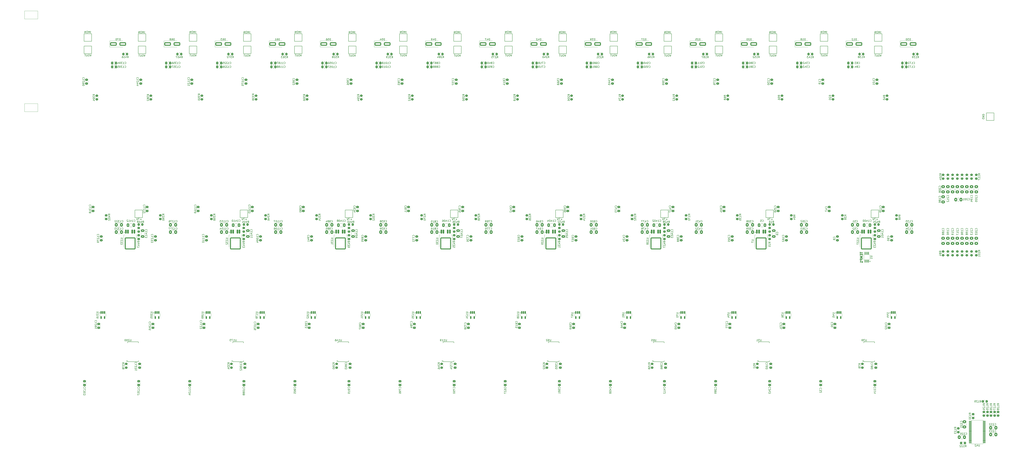
<source format=gbo>
G04 #@! TF.GenerationSoftware,KiCad,Pcbnew,8.0.6-unknown-202411051418~a3eff548b7~ubuntu20.04.1*
G04 #@! TF.CreationDate,2024-11-07T21:25:44-05:00*
G04 #@! TF.ProjectId,ARX,4152582e-6b69-4636-9164-5f7063625858,Revision I*
G04 #@! TF.SameCoordinates,Original*
G04 #@! TF.FileFunction,Legend,Bot*
G04 #@! TF.FilePolarity,Positive*
%FSLAX46Y46*%
G04 Gerber Fmt 4.6, Leading zero omitted, Abs format (unit mm)*
G04 Created by KiCad (PCBNEW 8.0.6-unknown-202411051418~a3eff548b7~ubuntu20.04.1) date 2024-11-07 21:25:44*
%MOMM*%
%LPD*%
G01*
G04 APERTURE LIST*
G04 Aperture macros list*
%AMRoundRect*
0 Rectangle with rounded corners*
0 $1 Rounding radius*
0 $2 $3 $4 $5 $6 $7 $8 $9 X,Y pos of 4 corners*
0 Add a 4 corners polygon primitive as box body*
4,1,4,$2,$3,$4,$5,$6,$7,$8,$9,$2,$3,0*
0 Add four circle primitives for the rounded corners*
1,1,$1+$1,$2,$3*
1,1,$1+$1,$4,$5*
1,1,$1+$1,$6,$7*
1,1,$1+$1,$8,$9*
0 Add four rect primitives between the rounded corners*
20,1,$1+$1,$2,$3,$4,$5,0*
20,1,$1+$1,$4,$5,$6,$7,0*
20,1,$1+$1,$6,$7,$8,$9,0*
20,1,$1+$1,$8,$9,$2,$3,0*%
G04 Aperture macros list end*
%ADD10C,0.150000*%
%ADD11C,0.177800*%
%ADD12C,0.300000*%
%ADD13C,0.120000*%
%ADD14C,7.000000*%
%ADD15C,0.584200*%
%ADD16C,0.762000*%
%ADD17C,1.240000*%
%ADD18C,5.588000*%
%ADD19C,0.600000*%
%ADD20C,4.000000*%
%ADD21R,0.600000X0.600000*%
%ADD22R,3.430000X3.780000*%
%ADD23R,1.700000X1.700000*%
%ADD24O,1.700000X1.700000*%
%ADD25R,1.905000X1.905000*%
%ADD26O,1.905000X1.905000*%
%ADD27C,2.780000*%
%ADD28C,6.807200*%
%ADD29RoundRect,0.250000X-0.475000X0.337500X-0.475000X-0.337500X0.475000X-0.337500X0.475000X0.337500X0*%
%ADD30RoundRect,0.250000X-0.450000X0.350000X-0.450000X-0.350000X0.450000X-0.350000X0.450000X0.350000X0*%
%ADD31RoundRect,0.250000X-0.337500X-0.475000X0.337500X-0.475000X0.337500X0.475000X-0.337500X0.475000X0*%
%ADD32RoundRect,0.280000X0.520000X0.620000X-0.520000X0.620000X-0.520000X-0.620000X0.520000X-0.620000X0*%
%ADD33RoundRect,0.280000X-0.520000X-0.620000X0.520000X-0.620000X0.520000X0.620000X-0.520000X0.620000X0*%
%ADD34R,1.750000X0.450000*%
%ADD35R,3.450001X3.450001*%
%ADD36RoundRect,0.250000X0.450000X-0.350000X0.450000X0.350000X-0.450000X0.350000X-0.450000X-0.350000X0*%
%ADD37RoundRect,0.250000X-0.350000X-0.450000X0.350000X-0.450000X0.350000X0.450000X-0.350000X0.450000X0*%
%ADD38RoundRect,0.250000X-0.412500X-0.650000X0.412500X-0.650000X0.412500X0.650000X-0.412500X0.650000X0*%
%ADD39RoundRect,0.250000X-1.500000X-0.650000X1.500000X-0.650000X1.500000X0.650000X-1.500000X0.650000X0*%
%ADD40RoundRect,0.162500X-0.162500X0.617500X-0.162500X-0.617500X0.162500X-0.617500X0.162500X0.617500X0*%
%ADD41RoundRect,0.250000X-0.650000X0.412500X-0.650000X-0.412500X0.650000X-0.412500X0.650000X0.412500X0*%
%ADD42RoundRect,0.200000X-0.200000X0.900000X-0.200000X-0.900000X0.200000X-0.900000X0.200000X0.900000X0*%
%ADD43C,0.800000*%
%ADD44RoundRect,0.249997X-2.650003X2.950003X-2.650003X-2.950003X2.650003X-2.950003X2.650003X2.950003X0*%
%ADD45RoundRect,0.280000X0.620000X-0.520000X0.620000X0.520000X-0.620000X0.520000X-0.620000X-0.520000X0*%
%ADD46RoundRect,0.280000X-0.620000X0.520000X-0.620000X-0.520000X0.620000X-0.520000X0.620000X0.520000X0*%
%ADD47RoundRect,0.075000X-0.662500X-0.075000X0.662500X-0.075000X0.662500X0.075000X-0.662500X0.075000X0*%
%ADD48C,3.000000*%
%ADD49RoundRect,0.250000X0.350000X0.450000X-0.350000X0.450000X-0.350000X-0.450000X0.350000X-0.450000X0*%
%ADD50RoundRect,0.100000X0.100000X-0.712500X0.100000X0.712500X-0.100000X0.712500X-0.100000X-0.712500X0*%
G04 APERTURE END LIST*
D10*
X297062234Y-258543074D02*
X296300330Y-258543074D01*
X296681282Y-258924027D02*
X296681282Y-258162122D01*
X295919377Y-257924027D02*
X295252711Y-257924027D01*
X295252711Y-257924027D02*
X295681282Y-258924027D01*
X295014615Y-257924027D02*
X294681282Y-258924027D01*
X294681282Y-258924027D02*
X294347949Y-257924027D01*
D11*
X636915337Y-158486749D02*
X636915337Y-157470749D01*
X636431527Y-158486749D02*
X636431527Y-157470749D01*
X636431527Y-157470749D02*
X636092860Y-158196464D01*
X636092860Y-158196464D02*
X635754193Y-157470749D01*
X635754193Y-157470749D02*
X635754193Y-158486749D01*
X635076860Y-157470749D02*
X634883336Y-157470749D01*
X634883336Y-157470749D02*
X634786574Y-157519130D01*
X634786574Y-157519130D02*
X634689812Y-157615892D01*
X634689812Y-157615892D02*
X634641431Y-157809416D01*
X634641431Y-157809416D02*
X634641431Y-158148083D01*
X634641431Y-158148083D02*
X634689812Y-158341607D01*
X634689812Y-158341607D02*
X634786574Y-158438369D01*
X634786574Y-158438369D02*
X634883336Y-158486749D01*
X634883336Y-158486749D02*
X635076860Y-158486749D01*
X635076860Y-158486749D02*
X635173622Y-158438369D01*
X635173622Y-158438369D02*
X635270384Y-158341607D01*
X635270384Y-158341607D02*
X635318765Y-158148083D01*
X635318765Y-158148083D02*
X635318765Y-157809416D01*
X635318765Y-157809416D02*
X635270384Y-157615892D01*
X635270384Y-157615892D02*
X635173622Y-157519130D01*
X635173622Y-157519130D02*
X635076860Y-157470749D01*
X634206003Y-158486749D02*
X634206003Y-157470749D01*
X634206003Y-157470749D02*
X633625431Y-158486749D01*
X633625431Y-158486749D02*
X633625431Y-157470749D01*
X551627505Y-158392876D02*
X551627505Y-157376876D01*
X551143695Y-158392876D02*
X551143695Y-157376876D01*
X551143695Y-157376876D02*
X550805028Y-158102591D01*
X550805028Y-158102591D02*
X550466361Y-157376876D01*
X550466361Y-157376876D02*
X550466361Y-158392876D01*
X549789028Y-157376876D02*
X549595504Y-157376876D01*
X549595504Y-157376876D02*
X549498742Y-157425257D01*
X549498742Y-157425257D02*
X549401980Y-157522019D01*
X549401980Y-157522019D02*
X549353599Y-157715543D01*
X549353599Y-157715543D02*
X549353599Y-158054210D01*
X549353599Y-158054210D02*
X549401980Y-158247734D01*
X549401980Y-158247734D02*
X549498742Y-158344496D01*
X549498742Y-158344496D02*
X549595504Y-158392876D01*
X549595504Y-158392876D02*
X549789028Y-158392876D01*
X549789028Y-158392876D02*
X549885790Y-158344496D01*
X549885790Y-158344496D02*
X549982552Y-158247734D01*
X549982552Y-158247734D02*
X550030933Y-158054210D01*
X550030933Y-158054210D02*
X550030933Y-157715543D01*
X550030933Y-157715543D02*
X549982552Y-157522019D01*
X549982552Y-157522019D02*
X549885790Y-157425257D01*
X549885790Y-157425257D02*
X549789028Y-157376876D01*
X548918171Y-158392876D02*
X548918171Y-157376876D01*
X548918171Y-157376876D02*
X548337599Y-158392876D01*
X548337599Y-158392876D02*
X548337599Y-157376876D01*
X524459814Y-170043749D02*
X524121147Y-171059749D01*
X524121147Y-171059749D02*
X523782480Y-170043749D01*
X523250290Y-170043749D02*
X523056766Y-170043749D01*
X523056766Y-170043749D02*
X522960004Y-170092130D01*
X522960004Y-170092130D02*
X522863242Y-170188892D01*
X522863242Y-170188892D02*
X522814861Y-170382416D01*
X522814861Y-170382416D02*
X522814861Y-170721083D01*
X522814861Y-170721083D02*
X522863242Y-170914607D01*
X522863242Y-170914607D02*
X522960004Y-171011369D01*
X522960004Y-171011369D02*
X523056766Y-171059749D01*
X523056766Y-171059749D02*
X523250290Y-171059749D01*
X523250290Y-171059749D02*
X523347052Y-171011369D01*
X523347052Y-171011369D02*
X523443814Y-170914607D01*
X523443814Y-170914607D02*
X523492195Y-170721083D01*
X523492195Y-170721083D02*
X523492195Y-170382416D01*
X523492195Y-170382416D02*
X523443814Y-170188892D01*
X523443814Y-170188892D02*
X523347052Y-170092130D01*
X523347052Y-170092130D02*
X523250290Y-170043749D01*
X522379433Y-170043749D02*
X522379433Y-170866226D01*
X522379433Y-170866226D02*
X522331052Y-170962988D01*
X522331052Y-170962988D02*
X522282671Y-171011369D01*
X522282671Y-171011369D02*
X522185909Y-171059749D01*
X522185909Y-171059749D02*
X521992385Y-171059749D01*
X521992385Y-171059749D02*
X521895623Y-171011369D01*
X521895623Y-171011369D02*
X521847242Y-170962988D01*
X521847242Y-170962988D02*
X521798861Y-170866226D01*
X521798861Y-170866226D02*
X521798861Y-170043749D01*
X521460195Y-170043749D02*
X520879623Y-170043749D01*
X521169909Y-171059749D02*
X521169909Y-170043749D01*
X551899648Y-169949876D02*
X551560981Y-170965876D01*
X551560981Y-170965876D02*
X551222314Y-169949876D01*
X550690124Y-169949876D02*
X550496600Y-169949876D01*
X550496600Y-169949876D02*
X550399838Y-169998257D01*
X550399838Y-169998257D02*
X550303076Y-170095019D01*
X550303076Y-170095019D02*
X550254695Y-170288543D01*
X550254695Y-170288543D02*
X550254695Y-170627210D01*
X550254695Y-170627210D02*
X550303076Y-170820734D01*
X550303076Y-170820734D02*
X550399838Y-170917496D01*
X550399838Y-170917496D02*
X550496600Y-170965876D01*
X550496600Y-170965876D02*
X550690124Y-170965876D01*
X550690124Y-170965876D02*
X550786886Y-170917496D01*
X550786886Y-170917496D02*
X550883648Y-170820734D01*
X550883648Y-170820734D02*
X550932029Y-170627210D01*
X550932029Y-170627210D02*
X550932029Y-170288543D01*
X550932029Y-170288543D02*
X550883648Y-170095019D01*
X550883648Y-170095019D02*
X550786886Y-169998257D01*
X550786886Y-169998257D02*
X550690124Y-169949876D01*
X549819267Y-169949876D02*
X549819267Y-170772353D01*
X549819267Y-170772353D02*
X549770886Y-170869115D01*
X549770886Y-170869115D02*
X549722505Y-170917496D01*
X549722505Y-170917496D02*
X549625743Y-170965876D01*
X549625743Y-170965876D02*
X549432219Y-170965876D01*
X549432219Y-170965876D02*
X549335457Y-170917496D01*
X549335457Y-170917496D02*
X549287076Y-170869115D01*
X549287076Y-170869115D02*
X549238695Y-170772353D01*
X549238695Y-170772353D02*
X549238695Y-169949876D01*
X548900029Y-169949876D02*
X548319457Y-169949876D01*
X548609743Y-170965876D02*
X548609743Y-169949876D01*
X637187480Y-170043749D02*
X636848813Y-171059749D01*
X636848813Y-171059749D02*
X636510146Y-170043749D01*
X635977956Y-170043749D02*
X635784432Y-170043749D01*
X635784432Y-170043749D02*
X635687670Y-170092130D01*
X635687670Y-170092130D02*
X635590908Y-170188892D01*
X635590908Y-170188892D02*
X635542527Y-170382416D01*
X635542527Y-170382416D02*
X635542527Y-170721083D01*
X635542527Y-170721083D02*
X635590908Y-170914607D01*
X635590908Y-170914607D02*
X635687670Y-171011369D01*
X635687670Y-171011369D02*
X635784432Y-171059749D01*
X635784432Y-171059749D02*
X635977956Y-171059749D01*
X635977956Y-171059749D02*
X636074718Y-171011369D01*
X636074718Y-171011369D02*
X636171480Y-170914607D01*
X636171480Y-170914607D02*
X636219861Y-170721083D01*
X636219861Y-170721083D02*
X636219861Y-170382416D01*
X636219861Y-170382416D02*
X636171480Y-170188892D01*
X636171480Y-170188892D02*
X636074718Y-170092130D01*
X636074718Y-170092130D02*
X635977956Y-170043749D01*
X635107099Y-170043749D02*
X635107099Y-170866226D01*
X635107099Y-170866226D02*
X635058718Y-170962988D01*
X635058718Y-170962988D02*
X635010337Y-171011369D01*
X635010337Y-171011369D02*
X634913575Y-171059749D01*
X634913575Y-171059749D02*
X634720051Y-171059749D01*
X634720051Y-171059749D02*
X634623289Y-171011369D01*
X634623289Y-171011369D02*
X634574908Y-170962988D01*
X634574908Y-170962988D02*
X634526527Y-170866226D01*
X634526527Y-170866226D02*
X634526527Y-170043749D01*
X634187861Y-170043749D02*
X633607289Y-170043749D01*
X633897575Y-171059749D02*
X633897575Y-170043749D01*
D12*
X625814988Y-276096028D02*
X625814988Y-276821742D01*
X627084988Y-276458885D02*
X625814988Y-276458885D01*
X626419750Y-277245075D02*
X626419750Y-277668409D01*
X627084988Y-277849837D02*
X627084988Y-277245075D01*
X627084988Y-277245075D02*
X625814988Y-277245075D01*
X625814988Y-277245075D02*
X625814988Y-277849837D01*
X627084988Y-278394123D02*
X625814988Y-278394123D01*
X625814988Y-278394123D02*
X626722131Y-278817457D01*
X626722131Y-278817457D02*
X625814988Y-279240790D01*
X625814988Y-279240790D02*
X627084988Y-279240790D01*
X627084988Y-279845552D02*
X625814988Y-279845552D01*
X625814988Y-279845552D02*
X625814988Y-280329362D01*
X625814988Y-280329362D02*
X625875464Y-280450314D01*
X625875464Y-280450314D02*
X625935940Y-280510791D01*
X625935940Y-280510791D02*
X626056892Y-280571267D01*
X626056892Y-280571267D02*
X626238321Y-280571267D01*
X626238321Y-280571267D02*
X626359273Y-280510791D01*
X626359273Y-280510791D02*
X626419750Y-280450314D01*
X626419750Y-280450314D02*
X626480226Y-280329362D01*
X626480226Y-280329362D02*
X626480226Y-279845552D01*
X627084988Y-281780791D02*
X627084988Y-281055076D01*
X627084988Y-281417933D02*
X625814988Y-281417933D01*
X625814988Y-281417933D02*
X625996416Y-281296981D01*
X625996416Y-281296981D02*
X626117369Y-281176029D01*
X626117369Y-281176029D02*
X626177845Y-281055076D01*
D10*
X466153733Y-258543074D02*
X465391829Y-258543074D01*
X465772781Y-258924027D02*
X465772781Y-258162122D01*
X465010876Y-257924027D02*
X464344210Y-257924027D01*
X464344210Y-257924027D02*
X464772781Y-258924027D01*
X464106114Y-257924027D02*
X463772781Y-258924027D01*
X463772781Y-258924027D02*
X463439448Y-257924027D01*
D11*
X411732148Y-170043749D02*
X411393481Y-171059749D01*
X411393481Y-171059749D02*
X411054814Y-170043749D01*
X410522624Y-170043749D02*
X410329100Y-170043749D01*
X410329100Y-170043749D02*
X410232338Y-170092130D01*
X410232338Y-170092130D02*
X410135576Y-170188892D01*
X410135576Y-170188892D02*
X410087195Y-170382416D01*
X410087195Y-170382416D02*
X410087195Y-170721083D01*
X410087195Y-170721083D02*
X410135576Y-170914607D01*
X410135576Y-170914607D02*
X410232338Y-171011369D01*
X410232338Y-171011369D02*
X410329100Y-171059749D01*
X410329100Y-171059749D02*
X410522624Y-171059749D01*
X410522624Y-171059749D02*
X410619386Y-171011369D01*
X410619386Y-171011369D02*
X410716148Y-170914607D01*
X410716148Y-170914607D02*
X410764529Y-170721083D01*
X410764529Y-170721083D02*
X410764529Y-170382416D01*
X410764529Y-170382416D02*
X410716148Y-170188892D01*
X410716148Y-170188892D02*
X410619386Y-170092130D01*
X410619386Y-170092130D02*
X410522624Y-170043749D01*
X409651767Y-170043749D02*
X409651767Y-170866226D01*
X409651767Y-170866226D02*
X409603386Y-170962988D01*
X409603386Y-170962988D02*
X409555005Y-171011369D01*
X409555005Y-171011369D02*
X409458243Y-171059749D01*
X409458243Y-171059749D02*
X409264719Y-171059749D01*
X409264719Y-171059749D02*
X409167957Y-171011369D01*
X409167957Y-171011369D02*
X409119576Y-170962988D01*
X409119576Y-170962988D02*
X409071195Y-170866226D01*
X409071195Y-170866226D02*
X409071195Y-170043749D01*
X408732529Y-170043749D02*
X408151957Y-170043749D01*
X408442243Y-171059749D02*
X408442243Y-170043749D01*
X242640649Y-170043749D02*
X242301982Y-171059749D01*
X242301982Y-171059749D02*
X241963315Y-170043749D01*
X241431125Y-170043749D02*
X241237601Y-170043749D01*
X241237601Y-170043749D02*
X241140839Y-170092130D01*
X241140839Y-170092130D02*
X241044077Y-170188892D01*
X241044077Y-170188892D02*
X240995696Y-170382416D01*
X240995696Y-170382416D02*
X240995696Y-170721083D01*
X240995696Y-170721083D02*
X241044077Y-170914607D01*
X241044077Y-170914607D02*
X241140839Y-171011369D01*
X241140839Y-171011369D02*
X241237601Y-171059749D01*
X241237601Y-171059749D02*
X241431125Y-171059749D01*
X241431125Y-171059749D02*
X241527887Y-171011369D01*
X241527887Y-171011369D02*
X241624649Y-170914607D01*
X241624649Y-170914607D02*
X241673030Y-170721083D01*
X241673030Y-170721083D02*
X241673030Y-170382416D01*
X241673030Y-170382416D02*
X241624649Y-170188892D01*
X241624649Y-170188892D02*
X241527887Y-170092130D01*
X241527887Y-170092130D02*
X241431125Y-170043749D01*
X240560268Y-170043749D02*
X240560268Y-170866226D01*
X240560268Y-170866226D02*
X240511887Y-170962988D01*
X240511887Y-170962988D02*
X240463506Y-171011369D01*
X240463506Y-171011369D02*
X240366744Y-171059749D01*
X240366744Y-171059749D02*
X240173220Y-171059749D01*
X240173220Y-171059749D02*
X240076458Y-171011369D01*
X240076458Y-171011369D02*
X240028077Y-170962988D01*
X240028077Y-170962988D02*
X239979696Y-170866226D01*
X239979696Y-170866226D02*
X239979696Y-170043749D01*
X239641030Y-170043749D02*
X239060458Y-170043749D01*
X239350744Y-171059749D02*
X239350744Y-170043749D01*
X242368506Y-158486749D02*
X242368506Y-157470749D01*
X241884696Y-158486749D02*
X241884696Y-157470749D01*
X241884696Y-157470749D02*
X241546029Y-158196464D01*
X241546029Y-158196464D02*
X241207362Y-157470749D01*
X241207362Y-157470749D02*
X241207362Y-158486749D01*
X240530029Y-157470749D02*
X240336505Y-157470749D01*
X240336505Y-157470749D02*
X240239743Y-157519130D01*
X240239743Y-157519130D02*
X240142981Y-157615892D01*
X240142981Y-157615892D02*
X240094600Y-157809416D01*
X240094600Y-157809416D02*
X240094600Y-158148083D01*
X240094600Y-158148083D02*
X240142981Y-158341607D01*
X240142981Y-158341607D02*
X240239743Y-158438369D01*
X240239743Y-158438369D02*
X240336505Y-158486749D01*
X240336505Y-158486749D02*
X240530029Y-158486749D01*
X240530029Y-158486749D02*
X240626791Y-158438369D01*
X240626791Y-158438369D02*
X240723553Y-158341607D01*
X240723553Y-158341607D02*
X240771934Y-158148083D01*
X240771934Y-158148083D02*
X240771934Y-157809416D01*
X240771934Y-157809416D02*
X240723553Y-157615892D01*
X240723553Y-157615892D02*
X240626791Y-157519130D01*
X240626791Y-157519130D02*
X240530029Y-157470749D01*
X239659172Y-158486749D02*
X239659172Y-157470749D01*
X239659172Y-157470749D02*
X239078600Y-158486749D01*
X239078600Y-158486749D02*
X239078600Y-157470749D01*
D10*
X353426067Y-258543074D02*
X352664163Y-258543074D01*
X353045115Y-258924027D02*
X353045115Y-258162122D01*
X352283210Y-257924027D02*
X351616544Y-257924027D01*
X351616544Y-257924027D02*
X352045115Y-258924027D01*
X351378448Y-257924027D02*
X351045115Y-258924027D01*
X351045115Y-258924027D02*
X350711782Y-257924027D01*
D11*
X467823838Y-158486749D02*
X467823838Y-157470749D01*
X467340028Y-158486749D02*
X467340028Y-157470749D01*
X467340028Y-157470749D02*
X467001361Y-158196464D01*
X467001361Y-158196464D02*
X466662694Y-157470749D01*
X466662694Y-157470749D02*
X466662694Y-158486749D01*
X465985361Y-157470749D02*
X465791837Y-157470749D01*
X465791837Y-157470749D02*
X465695075Y-157519130D01*
X465695075Y-157519130D02*
X465598313Y-157615892D01*
X465598313Y-157615892D02*
X465549932Y-157809416D01*
X465549932Y-157809416D02*
X465549932Y-158148083D01*
X465549932Y-158148083D02*
X465598313Y-158341607D01*
X465598313Y-158341607D02*
X465695075Y-158438369D01*
X465695075Y-158438369D02*
X465791837Y-158486749D01*
X465791837Y-158486749D02*
X465985361Y-158486749D01*
X465985361Y-158486749D02*
X466082123Y-158438369D01*
X466082123Y-158438369D02*
X466178885Y-158341607D01*
X466178885Y-158341607D02*
X466227266Y-158148083D01*
X466227266Y-158148083D02*
X466227266Y-157809416D01*
X466227266Y-157809416D02*
X466178885Y-157615892D01*
X466178885Y-157615892D02*
X466082123Y-157519130D01*
X466082123Y-157519130D02*
X465985361Y-157470749D01*
X465114504Y-158486749D02*
X465114504Y-157470749D01*
X465114504Y-157470749D02*
X464533932Y-158486749D01*
X464533932Y-158486749D02*
X464533932Y-157470749D01*
X580823647Y-170043749D02*
X580484980Y-171059749D01*
X580484980Y-171059749D02*
X580146313Y-170043749D01*
X579614123Y-170043749D02*
X579420599Y-170043749D01*
X579420599Y-170043749D02*
X579323837Y-170092130D01*
X579323837Y-170092130D02*
X579227075Y-170188892D01*
X579227075Y-170188892D02*
X579178694Y-170382416D01*
X579178694Y-170382416D02*
X579178694Y-170721083D01*
X579178694Y-170721083D02*
X579227075Y-170914607D01*
X579227075Y-170914607D02*
X579323837Y-171011369D01*
X579323837Y-171011369D02*
X579420599Y-171059749D01*
X579420599Y-171059749D02*
X579614123Y-171059749D01*
X579614123Y-171059749D02*
X579710885Y-171011369D01*
X579710885Y-171011369D02*
X579807647Y-170914607D01*
X579807647Y-170914607D02*
X579856028Y-170721083D01*
X579856028Y-170721083D02*
X579856028Y-170382416D01*
X579856028Y-170382416D02*
X579807647Y-170188892D01*
X579807647Y-170188892D02*
X579710885Y-170092130D01*
X579710885Y-170092130D02*
X579614123Y-170043749D01*
X578743266Y-170043749D02*
X578743266Y-170866226D01*
X578743266Y-170866226D02*
X578694885Y-170962988D01*
X578694885Y-170962988D02*
X578646504Y-171011369D01*
X578646504Y-171011369D02*
X578549742Y-171059749D01*
X578549742Y-171059749D02*
X578356218Y-171059749D01*
X578356218Y-171059749D02*
X578259456Y-171011369D01*
X578259456Y-171011369D02*
X578211075Y-170962988D01*
X578211075Y-170962988D02*
X578162694Y-170866226D01*
X578162694Y-170866226D02*
X578162694Y-170043749D01*
X577824028Y-170043749D02*
X577243456Y-170043749D01*
X577533742Y-171059749D02*
X577533742Y-170043749D01*
D10*
X409789900Y-258543074D02*
X409027996Y-258543074D01*
X409408948Y-258924027D02*
X409408948Y-258162122D01*
X408647043Y-257924027D02*
X407980377Y-257924027D01*
X407980377Y-257924027D02*
X408408948Y-258924027D01*
X407742281Y-257924027D02*
X407408948Y-258924027D01*
X407408948Y-258924027D02*
X407075615Y-257924027D01*
D11*
X411460005Y-158486749D02*
X411460005Y-157470749D01*
X410976195Y-158486749D02*
X410976195Y-157470749D01*
X410976195Y-157470749D02*
X410637528Y-158196464D01*
X410637528Y-158196464D02*
X410298861Y-157470749D01*
X410298861Y-157470749D02*
X410298861Y-158486749D01*
X409621528Y-157470749D02*
X409428004Y-157470749D01*
X409428004Y-157470749D02*
X409331242Y-157519130D01*
X409331242Y-157519130D02*
X409234480Y-157615892D01*
X409234480Y-157615892D02*
X409186099Y-157809416D01*
X409186099Y-157809416D02*
X409186099Y-158148083D01*
X409186099Y-158148083D02*
X409234480Y-158341607D01*
X409234480Y-158341607D02*
X409331242Y-158438369D01*
X409331242Y-158438369D02*
X409428004Y-158486749D01*
X409428004Y-158486749D02*
X409621528Y-158486749D01*
X409621528Y-158486749D02*
X409718290Y-158438369D01*
X409718290Y-158438369D02*
X409815052Y-158341607D01*
X409815052Y-158341607D02*
X409863433Y-158148083D01*
X409863433Y-158148083D02*
X409863433Y-157809416D01*
X409863433Y-157809416D02*
X409815052Y-157615892D01*
X409815052Y-157615892D02*
X409718290Y-157519130D01*
X409718290Y-157519130D02*
X409621528Y-157470749D01*
X408750671Y-158486749D02*
X408750671Y-157470749D01*
X408750671Y-157470749D02*
X408170099Y-158486749D01*
X408170099Y-158486749D02*
X408170099Y-157470749D01*
X439171982Y-169949876D02*
X438833315Y-170965876D01*
X438833315Y-170965876D02*
X438494648Y-169949876D01*
X437962458Y-169949876D02*
X437768934Y-169949876D01*
X437768934Y-169949876D02*
X437672172Y-169998257D01*
X437672172Y-169998257D02*
X437575410Y-170095019D01*
X437575410Y-170095019D02*
X437527029Y-170288543D01*
X437527029Y-170288543D02*
X437527029Y-170627210D01*
X437527029Y-170627210D02*
X437575410Y-170820734D01*
X437575410Y-170820734D02*
X437672172Y-170917496D01*
X437672172Y-170917496D02*
X437768934Y-170965876D01*
X437768934Y-170965876D02*
X437962458Y-170965876D01*
X437962458Y-170965876D02*
X438059220Y-170917496D01*
X438059220Y-170917496D02*
X438155982Y-170820734D01*
X438155982Y-170820734D02*
X438204363Y-170627210D01*
X438204363Y-170627210D02*
X438204363Y-170288543D01*
X438204363Y-170288543D02*
X438155982Y-170095019D01*
X438155982Y-170095019D02*
X438059220Y-169998257D01*
X438059220Y-169998257D02*
X437962458Y-169949876D01*
X437091601Y-169949876D02*
X437091601Y-170772353D01*
X437091601Y-170772353D02*
X437043220Y-170869115D01*
X437043220Y-170869115D02*
X436994839Y-170917496D01*
X436994839Y-170917496D02*
X436898077Y-170965876D01*
X436898077Y-170965876D02*
X436704553Y-170965876D01*
X436704553Y-170965876D02*
X436607791Y-170917496D01*
X436607791Y-170917496D02*
X436559410Y-170869115D01*
X436559410Y-170869115D02*
X436511029Y-170772353D01*
X436511029Y-170772353D02*
X436511029Y-169949876D01*
X436172363Y-169949876D02*
X435591791Y-169949876D01*
X435882077Y-170965876D02*
X435882077Y-169949876D01*
X580551504Y-158486749D02*
X580551504Y-157470749D01*
X580067694Y-158486749D02*
X580067694Y-157470749D01*
X580067694Y-157470749D02*
X579729027Y-158196464D01*
X579729027Y-158196464D02*
X579390360Y-157470749D01*
X579390360Y-157470749D02*
X579390360Y-158486749D01*
X578713027Y-157470749D02*
X578519503Y-157470749D01*
X578519503Y-157470749D02*
X578422741Y-157519130D01*
X578422741Y-157519130D02*
X578325979Y-157615892D01*
X578325979Y-157615892D02*
X578277598Y-157809416D01*
X578277598Y-157809416D02*
X578277598Y-158148083D01*
X578277598Y-158148083D02*
X578325979Y-158341607D01*
X578325979Y-158341607D02*
X578422741Y-158438369D01*
X578422741Y-158438369D02*
X578519503Y-158486749D01*
X578519503Y-158486749D02*
X578713027Y-158486749D01*
X578713027Y-158486749D02*
X578809789Y-158438369D01*
X578809789Y-158438369D02*
X578906551Y-158341607D01*
X578906551Y-158341607D02*
X578954932Y-158148083D01*
X578954932Y-158148083D02*
X578954932Y-157809416D01*
X578954932Y-157809416D02*
X578906551Y-157615892D01*
X578906551Y-157615892D02*
X578809789Y-157519130D01*
X578809789Y-157519130D02*
X578713027Y-157470749D01*
X577842170Y-158486749D02*
X577842170Y-157470749D01*
X577842170Y-157470749D02*
X577261598Y-158486749D01*
X577261598Y-158486749D02*
X577261598Y-157470749D01*
X607991338Y-158392876D02*
X607991338Y-157376876D01*
X607507528Y-158392876D02*
X607507528Y-157376876D01*
X607507528Y-157376876D02*
X607168861Y-158102591D01*
X607168861Y-158102591D02*
X606830194Y-157376876D01*
X606830194Y-157376876D02*
X606830194Y-158392876D01*
X606152861Y-157376876D02*
X605959337Y-157376876D01*
X605959337Y-157376876D02*
X605862575Y-157425257D01*
X605862575Y-157425257D02*
X605765813Y-157522019D01*
X605765813Y-157522019D02*
X605717432Y-157715543D01*
X605717432Y-157715543D02*
X605717432Y-158054210D01*
X605717432Y-158054210D02*
X605765813Y-158247734D01*
X605765813Y-158247734D02*
X605862575Y-158344496D01*
X605862575Y-158344496D02*
X605959337Y-158392876D01*
X605959337Y-158392876D02*
X606152861Y-158392876D01*
X606152861Y-158392876D02*
X606249623Y-158344496D01*
X606249623Y-158344496D02*
X606346385Y-158247734D01*
X606346385Y-158247734D02*
X606394766Y-158054210D01*
X606394766Y-158054210D02*
X606394766Y-157715543D01*
X606394766Y-157715543D02*
X606346385Y-157522019D01*
X606346385Y-157522019D02*
X606249623Y-157425257D01*
X606249623Y-157425257D02*
X606152861Y-157376876D01*
X605282004Y-158392876D02*
X605282004Y-157376876D01*
X605282004Y-157376876D02*
X604701432Y-158392876D01*
X604701432Y-158392876D02*
X604701432Y-157376876D01*
D10*
X578881399Y-258543074D02*
X578119495Y-258543074D01*
X578500447Y-258924027D02*
X578500447Y-258162122D01*
X577738542Y-257924027D02*
X577071876Y-257924027D01*
X577071876Y-257924027D02*
X577500447Y-258924027D01*
X576833780Y-257924027D02*
X576500447Y-258924027D01*
X576500447Y-258924027D02*
X576167114Y-257924027D01*
D11*
X524187671Y-158486749D02*
X524187671Y-157470749D01*
X523703861Y-158486749D02*
X523703861Y-157470749D01*
X523703861Y-157470749D02*
X523365194Y-158196464D01*
X523365194Y-158196464D02*
X523026527Y-157470749D01*
X523026527Y-157470749D02*
X523026527Y-158486749D01*
X522349194Y-157470749D02*
X522155670Y-157470749D01*
X522155670Y-157470749D02*
X522058908Y-157519130D01*
X522058908Y-157519130D02*
X521962146Y-157615892D01*
X521962146Y-157615892D02*
X521913765Y-157809416D01*
X521913765Y-157809416D02*
X521913765Y-158148083D01*
X521913765Y-158148083D02*
X521962146Y-158341607D01*
X521962146Y-158341607D02*
X522058908Y-158438369D01*
X522058908Y-158438369D02*
X522155670Y-158486749D01*
X522155670Y-158486749D02*
X522349194Y-158486749D01*
X522349194Y-158486749D02*
X522445956Y-158438369D01*
X522445956Y-158438369D02*
X522542718Y-158341607D01*
X522542718Y-158341607D02*
X522591099Y-158148083D01*
X522591099Y-158148083D02*
X522591099Y-157809416D01*
X522591099Y-157809416D02*
X522542718Y-157615892D01*
X522542718Y-157615892D02*
X522445956Y-157519130D01*
X522445956Y-157519130D02*
X522349194Y-157470749D01*
X521478337Y-158486749D02*
X521478337Y-157470749D01*
X521478337Y-157470749D02*
X520897765Y-158486749D01*
X520897765Y-158486749D02*
X520897765Y-157470749D01*
X298732339Y-158486749D02*
X298732339Y-157470749D01*
X298248529Y-158486749D02*
X298248529Y-157470749D01*
X298248529Y-157470749D02*
X297909862Y-158196464D01*
X297909862Y-158196464D02*
X297571195Y-157470749D01*
X297571195Y-157470749D02*
X297571195Y-158486749D01*
X296893862Y-157470749D02*
X296700338Y-157470749D01*
X296700338Y-157470749D02*
X296603576Y-157519130D01*
X296603576Y-157519130D02*
X296506814Y-157615892D01*
X296506814Y-157615892D02*
X296458433Y-157809416D01*
X296458433Y-157809416D02*
X296458433Y-158148083D01*
X296458433Y-158148083D02*
X296506814Y-158341607D01*
X296506814Y-158341607D02*
X296603576Y-158438369D01*
X296603576Y-158438369D02*
X296700338Y-158486749D01*
X296700338Y-158486749D02*
X296893862Y-158486749D01*
X296893862Y-158486749D02*
X296990624Y-158438369D01*
X296990624Y-158438369D02*
X297087386Y-158341607D01*
X297087386Y-158341607D02*
X297135767Y-158148083D01*
X297135767Y-158148083D02*
X297135767Y-157809416D01*
X297135767Y-157809416D02*
X297087386Y-157615892D01*
X297087386Y-157615892D02*
X296990624Y-157519130D01*
X296990624Y-157519130D02*
X296893862Y-157470749D01*
X296023005Y-158486749D02*
X296023005Y-157470749D01*
X296023005Y-157470749D02*
X295442433Y-158486749D01*
X295442433Y-158486749D02*
X295442433Y-157470749D01*
X355096172Y-158486749D02*
X355096172Y-157470749D01*
X354612362Y-158486749D02*
X354612362Y-157470749D01*
X354612362Y-157470749D02*
X354273695Y-158196464D01*
X354273695Y-158196464D02*
X353935028Y-157470749D01*
X353935028Y-157470749D02*
X353935028Y-158486749D01*
X353257695Y-157470749D02*
X353064171Y-157470749D01*
X353064171Y-157470749D02*
X352967409Y-157519130D01*
X352967409Y-157519130D02*
X352870647Y-157615892D01*
X352870647Y-157615892D02*
X352822266Y-157809416D01*
X352822266Y-157809416D02*
X352822266Y-158148083D01*
X352822266Y-158148083D02*
X352870647Y-158341607D01*
X352870647Y-158341607D02*
X352967409Y-158438369D01*
X352967409Y-158438369D02*
X353064171Y-158486749D01*
X353064171Y-158486749D02*
X353257695Y-158486749D01*
X353257695Y-158486749D02*
X353354457Y-158438369D01*
X353354457Y-158438369D02*
X353451219Y-158341607D01*
X353451219Y-158341607D02*
X353499600Y-158148083D01*
X353499600Y-158148083D02*
X353499600Y-157809416D01*
X353499600Y-157809416D02*
X353451219Y-157615892D01*
X353451219Y-157615892D02*
X353354457Y-157519130D01*
X353354457Y-157519130D02*
X353257695Y-157470749D01*
X352386838Y-158486749D02*
X352386838Y-157470749D01*
X352386838Y-157470749D02*
X351806266Y-158486749D01*
X351806266Y-158486749D02*
X351806266Y-157470749D01*
D10*
X692290573Y-204097619D02*
X692338192Y-204192857D01*
X692338192Y-204192857D02*
X692338192Y-204335714D01*
X692338192Y-204335714D02*
X692290573Y-204478571D01*
X692290573Y-204478571D02*
X692195335Y-204573809D01*
X692195335Y-204573809D02*
X692100097Y-204621428D01*
X692100097Y-204621428D02*
X691909621Y-204669047D01*
X691909621Y-204669047D02*
X691766764Y-204669047D01*
X691766764Y-204669047D02*
X691576288Y-204621428D01*
X691576288Y-204621428D02*
X691481050Y-204573809D01*
X691481050Y-204573809D02*
X691385812Y-204478571D01*
X691385812Y-204478571D02*
X691338192Y-204335714D01*
X691338192Y-204335714D02*
X691338192Y-204240476D01*
X691338192Y-204240476D02*
X691385812Y-204097619D01*
X691385812Y-204097619D02*
X691433431Y-204050000D01*
X691433431Y-204050000D02*
X691766764Y-204050000D01*
X691766764Y-204050000D02*
X691766764Y-204240476D01*
X691338192Y-203621428D02*
X692338192Y-203621428D01*
X692338192Y-203621428D02*
X691338192Y-203050000D01*
X691338192Y-203050000D02*
X692338192Y-203050000D01*
X691338192Y-202573809D02*
X692338192Y-202573809D01*
X692338192Y-202573809D02*
X692338192Y-202335714D01*
X692338192Y-202335714D02*
X692290573Y-202192857D01*
X692290573Y-202192857D02*
X692195335Y-202097619D01*
X692195335Y-202097619D02*
X692100097Y-202050000D01*
X692100097Y-202050000D02*
X691909621Y-202002381D01*
X691909621Y-202002381D02*
X691766764Y-202002381D01*
X691766764Y-202002381D02*
X691576288Y-202050000D01*
X691576288Y-202050000D02*
X691481050Y-202097619D01*
X691481050Y-202097619D02*
X691385812Y-202192857D01*
X691385812Y-202192857D02*
X691338192Y-202335714D01*
X691338192Y-202335714D02*
X691338192Y-202573809D01*
X635245232Y-258543074D02*
X634483328Y-258543074D01*
X634864280Y-258924027D02*
X634864280Y-258162122D01*
X634102375Y-257924027D02*
X633435709Y-257924027D01*
X633435709Y-257924027D02*
X633864280Y-258924027D01*
X633197613Y-257924027D02*
X632864280Y-258924027D01*
X632864280Y-258924027D02*
X632530947Y-257924027D01*
D11*
X355368315Y-170043749D02*
X355029648Y-171059749D01*
X355029648Y-171059749D02*
X354690981Y-170043749D01*
X354158791Y-170043749D02*
X353965267Y-170043749D01*
X353965267Y-170043749D02*
X353868505Y-170092130D01*
X353868505Y-170092130D02*
X353771743Y-170188892D01*
X353771743Y-170188892D02*
X353723362Y-170382416D01*
X353723362Y-170382416D02*
X353723362Y-170721083D01*
X353723362Y-170721083D02*
X353771743Y-170914607D01*
X353771743Y-170914607D02*
X353868505Y-171011369D01*
X353868505Y-171011369D02*
X353965267Y-171059749D01*
X353965267Y-171059749D02*
X354158791Y-171059749D01*
X354158791Y-171059749D02*
X354255553Y-171011369D01*
X354255553Y-171011369D02*
X354352315Y-170914607D01*
X354352315Y-170914607D02*
X354400696Y-170721083D01*
X354400696Y-170721083D02*
X354400696Y-170382416D01*
X354400696Y-170382416D02*
X354352315Y-170188892D01*
X354352315Y-170188892D02*
X354255553Y-170092130D01*
X354255553Y-170092130D02*
X354158791Y-170043749D01*
X353287934Y-170043749D02*
X353287934Y-170866226D01*
X353287934Y-170866226D02*
X353239553Y-170962988D01*
X353239553Y-170962988D02*
X353191172Y-171011369D01*
X353191172Y-171011369D02*
X353094410Y-171059749D01*
X353094410Y-171059749D02*
X352900886Y-171059749D01*
X352900886Y-171059749D02*
X352804124Y-171011369D01*
X352804124Y-171011369D02*
X352755743Y-170962988D01*
X352755743Y-170962988D02*
X352707362Y-170866226D01*
X352707362Y-170866226D02*
X352707362Y-170043749D01*
X352368696Y-170043749D02*
X351788124Y-170043749D01*
X352078410Y-171059749D02*
X352078410Y-170043749D01*
X382808149Y-169949876D02*
X382469482Y-170965876D01*
X382469482Y-170965876D02*
X382130815Y-169949876D01*
X381598625Y-169949876D02*
X381405101Y-169949876D01*
X381405101Y-169949876D02*
X381308339Y-169998257D01*
X381308339Y-169998257D02*
X381211577Y-170095019D01*
X381211577Y-170095019D02*
X381163196Y-170288543D01*
X381163196Y-170288543D02*
X381163196Y-170627210D01*
X381163196Y-170627210D02*
X381211577Y-170820734D01*
X381211577Y-170820734D02*
X381308339Y-170917496D01*
X381308339Y-170917496D02*
X381405101Y-170965876D01*
X381405101Y-170965876D02*
X381598625Y-170965876D01*
X381598625Y-170965876D02*
X381695387Y-170917496D01*
X381695387Y-170917496D02*
X381792149Y-170820734D01*
X381792149Y-170820734D02*
X381840530Y-170627210D01*
X381840530Y-170627210D02*
X381840530Y-170288543D01*
X381840530Y-170288543D02*
X381792149Y-170095019D01*
X381792149Y-170095019D02*
X381695387Y-169998257D01*
X381695387Y-169998257D02*
X381598625Y-169949876D01*
X380727768Y-169949876D02*
X380727768Y-170772353D01*
X380727768Y-170772353D02*
X380679387Y-170869115D01*
X380679387Y-170869115D02*
X380631006Y-170917496D01*
X380631006Y-170917496D02*
X380534244Y-170965876D01*
X380534244Y-170965876D02*
X380340720Y-170965876D01*
X380340720Y-170965876D02*
X380243958Y-170917496D01*
X380243958Y-170917496D02*
X380195577Y-170869115D01*
X380195577Y-170869115D02*
X380147196Y-170772353D01*
X380147196Y-170772353D02*
X380147196Y-169949876D01*
X379808530Y-169949876D02*
X379227958Y-169949876D01*
X379518244Y-170965876D02*
X379518244Y-169949876D01*
D10*
X522517566Y-258543074D02*
X521755662Y-258543074D01*
X522136614Y-258924027D02*
X522136614Y-258162122D01*
X521374709Y-257924027D02*
X520708043Y-257924027D01*
X520708043Y-257924027D02*
X521136614Y-258924027D01*
X520469947Y-257924027D02*
X520136614Y-258924027D01*
X520136614Y-258924027D02*
X519803281Y-257924027D01*
D11*
X495535815Y-169949876D02*
X495197148Y-170965876D01*
X495197148Y-170965876D02*
X494858481Y-169949876D01*
X494326291Y-169949876D02*
X494132767Y-169949876D01*
X494132767Y-169949876D02*
X494036005Y-169998257D01*
X494036005Y-169998257D02*
X493939243Y-170095019D01*
X493939243Y-170095019D02*
X493890862Y-170288543D01*
X493890862Y-170288543D02*
X493890862Y-170627210D01*
X493890862Y-170627210D02*
X493939243Y-170820734D01*
X493939243Y-170820734D02*
X494036005Y-170917496D01*
X494036005Y-170917496D02*
X494132767Y-170965876D01*
X494132767Y-170965876D02*
X494326291Y-170965876D01*
X494326291Y-170965876D02*
X494423053Y-170917496D01*
X494423053Y-170917496D02*
X494519815Y-170820734D01*
X494519815Y-170820734D02*
X494568196Y-170627210D01*
X494568196Y-170627210D02*
X494568196Y-170288543D01*
X494568196Y-170288543D02*
X494519815Y-170095019D01*
X494519815Y-170095019D02*
X494423053Y-169998257D01*
X494423053Y-169998257D02*
X494326291Y-169949876D01*
X493455434Y-169949876D02*
X493455434Y-170772353D01*
X493455434Y-170772353D02*
X493407053Y-170869115D01*
X493407053Y-170869115D02*
X493358672Y-170917496D01*
X493358672Y-170917496D02*
X493261910Y-170965876D01*
X493261910Y-170965876D02*
X493068386Y-170965876D01*
X493068386Y-170965876D02*
X492971624Y-170917496D01*
X492971624Y-170917496D02*
X492923243Y-170869115D01*
X492923243Y-170869115D02*
X492874862Y-170772353D01*
X492874862Y-170772353D02*
X492874862Y-169949876D01*
X492536196Y-169949876D02*
X491955624Y-169949876D01*
X492245910Y-170965876D02*
X492245910Y-169949876D01*
X326444316Y-169949876D02*
X326105649Y-170965876D01*
X326105649Y-170965876D02*
X325766982Y-169949876D01*
X325234792Y-169949876D02*
X325041268Y-169949876D01*
X325041268Y-169949876D02*
X324944506Y-169998257D01*
X324944506Y-169998257D02*
X324847744Y-170095019D01*
X324847744Y-170095019D02*
X324799363Y-170288543D01*
X324799363Y-170288543D02*
X324799363Y-170627210D01*
X324799363Y-170627210D02*
X324847744Y-170820734D01*
X324847744Y-170820734D02*
X324944506Y-170917496D01*
X324944506Y-170917496D02*
X325041268Y-170965876D01*
X325041268Y-170965876D02*
X325234792Y-170965876D01*
X325234792Y-170965876D02*
X325331554Y-170917496D01*
X325331554Y-170917496D02*
X325428316Y-170820734D01*
X325428316Y-170820734D02*
X325476697Y-170627210D01*
X325476697Y-170627210D02*
X325476697Y-170288543D01*
X325476697Y-170288543D02*
X325428316Y-170095019D01*
X325428316Y-170095019D02*
X325331554Y-169998257D01*
X325331554Y-169998257D02*
X325234792Y-169949876D01*
X324363935Y-169949876D02*
X324363935Y-170772353D01*
X324363935Y-170772353D02*
X324315554Y-170869115D01*
X324315554Y-170869115D02*
X324267173Y-170917496D01*
X324267173Y-170917496D02*
X324170411Y-170965876D01*
X324170411Y-170965876D02*
X323976887Y-170965876D01*
X323976887Y-170965876D02*
X323880125Y-170917496D01*
X323880125Y-170917496D02*
X323831744Y-170869115D01*
X323831744Y-170869115D02*
X323783363Y-170772353D01*
X323783363Y-170772353D02*
X323783363Y-169949876D01*
X323444697Y-169949876D02*
X322864125Y-169949876D01*
X323154411Y-170965876D02*
X323154411Y-169949876D01*
D10*
X240698401Y-258543074D02*
X239936497Y-258543074D01*
X240317449Y-258924027D02*
X240317449Y-258162122D01*
X239555544Y-257924027D02*
X238888878Y-257924027D01*
X238888878Y-257924027D02*
X239317449Y-258924027D01*
X238650782Y-257924027D02*
X238317449Y-258924027D01*
X238317449Y-258924027D02*
X237984116Y-257924027D01*
D11*
X270080483Y-169949876D02*
X269741816Y-170965876D01*
X269741816Y-170965876D02*
X269403149Y-169949876D01*
X268870959Y-169949876D02*
X268677435Y-169949876D01*
X268677435Y-169949876D02*
X268580673Y-169998257D01*
X268580673Y-169998257D02*
X268483911Y-170095019D01*
X268483911Y-170095019D02*
X268435530Y-170288543D01*
X268435530Y-170288543D02*
X268435530Y-170627210D01*
X268435530Y-170627210D02*
X268483911Y-170820734D01*
X268483911Y-170820734D02*
X268580673Y-170917496D01*
X268580673Y-170917496D02*
X268677435Y-170965876D01*
X268677435Y-170965876D02*
X268870959Y-170965876D01*
X268870959Y-170965876D02*
X268967721Y-170917496D01*
X268967721Y-170917496D02*
X269064483Y-170820734D01*
X269064483Y-170820734D02*
X269112864Y-170627210D01*
X269112864Y-170627210D02*
X269112864Y-170288543D01*
X269112864Y-170288543D02*
X269064483Y-170095019D01*
X269064483Y-170095019D02*
X268967721Y-169998257D01*
X268967721Y-169998257D02*
X268870959Y-169949876D01*
X268000102Y-169949876D02*
X268000102Y-170772353D01*
X268000102Y-170772353D02*
X267951721Y-170869115D01*
X267951721Y-170869115D02*
X267903340Y-170917496D01*
X267903340Y-170917496D02*
X267806578Y-170965876D01*
X267806578Y-170965876D02*
X267613054Y-170965876D01*
X267613054Y-170965876D02*
X267516292Y-170917496D01*
X267516292Y-170917496D02*
X267467911Y-170869115D01*
X267467911Y-170869115D02*
X267419530Y-170772353D01*
X267419530Y-170772353D02*
X267419530Y-169949876D01*
X267080864Y-169949876D02*
X266500292Y-169949876D01*
X266790578Y-170965876D02*
X266790578Y-169949876D01*
X495263672Y-158392876D02*
X495263672Y-157376876D01*
X494779862Y-158392876D02*
X494779862Y-157376876D01*
X494779862Y-157376876D02*
X494441195Y-158102591D01*
X494441195Y-158102591D02*
X494102528Y-157376876D01*
X494102528Y-157376876D02*
X494102528Y-158392876D01*
X493425195Y-157376876D02*
X493231671Y-157376876D01*
X493231671Y-157376876D02*
X493134909Y-157425257D01*
X493134909Y-157425257D02*
X493038147Y-157522019D01*
X493038147Y-157522019D02*
X492989766Y-157715543D01*
X492989766Y-157715543D02*
X492989766Y-158054210D01*
X492989766Y-158054210D02*
X493038147Y-158247734D01*
X493038147Y-158247734D02*
X493134909Y-158344496D01*
X493134909Y-158344496D02*
X493231671Y-158392876D01*
X493231671Y-158392876D02*
X493425195Y-158392876D01*
X493425195Y-158392876D02*
X493521957Y-158344496D01*
X493521957Y-158344496D02*
X493618719Y-158247734D01*
X493618719Y-158247734D02*
X493667100Y-158054210D01*
X493667100Y-158054210D02*
X493667100Y-157715543D01*
X493667100Y-157715543D02*
X493618719Y-157522019D01*
X493618719Y-157522019D02*
X493521957Y-157425257D01*
X493521957Y-157425257D02*
X493425195Y-157376876D01*
X492554338Y-158392876D02*
X492554338Y-157376876D01*
X492554338Y-157376876D02*
X491973766Y-158392876D01*
X491973766Y-158392876D02*
X491973766Y-157376876D01*
X608263481Y-169949876D02*
X607924814Y-170965876D01*
X607924814Y-170965876D02*
X607586147Y-169949876D01*
X607053957Y-169949876D02*
X606860433Y-169949876D01*
X606860433Y-169949876D02*
X606763671Y-169998257D01*
X606763671Y-169998257D02*
X606666909Y-170095019D01*
X606666909Y-170095019D02*
X606618528Y-170288543D01*
X606618528Y-170288543D02*
X606618528Y-170627210D01*
X606618528Y-170627210D02*
X606666909Y-170820734D01*
X606666909Y-170820734D02*
X606763671Y-170917496D01*
X606763671Y-170917496D02*
X606860433Y-170965876D01*
X606860433Y-170965876D02*
X607053957Y-170965876D01*
X607053957Y-170965876D02*
X607150719Y-170917496D01*
X607150719Y-170917496D02*
X607247481Y-170820734D01*
X607247481Y-170820734D02*
X607295862Y-170627210D01*
X607295862Y-170627210D02*
X607295862Y-170288543D01*
X607295862Y-170288543D02*
X607247481Y-170095019D01*
X607247481Y-170095019D02*
X607150719Y-169998257D01*
X607150719Y-169998257D02*
X607053957Y-169949876D01*
X606183100Y-169949876D02*
X606183100Y-170772353D01*
X606183100Y-170772353D02*
X606134719Y-170869115D01*
X606134719Y-170869115D02*
X606086338Y-170917496D01*
X606086338Y-170917496D02*
X605989576Y-170965876D01*
X605989576Y-170965876D02*
X605796052Y-170965876D01*
X605796052Y-170965876D02*
X605699290Y-170917496D01*
X605699290Y-170917496D02*
X605650909Y-170869115D01*
X605650909Y-170869115D02*
X605602528Y-170772353D01*
X605602528Y-170772353D02*
X605602528Y-169949876D01*
X605263862Y-169949876D02*
X604683290Y-169949876D01*
X604973576Y-170965876D02*
X604973576Y-169949876D01*
X468095981Y-170043749D02*
X467757314Y-171059749D01*
X467757314Y-171059749D02*
X467418647Y-170043749D01*
X466886457Y-170043749D02*
X466692933Y-170043749D01*
X466692933Y-170043749D02*
X466596171Y-170092130D01*
X466596171Y-170092130D02*
X466499409Y-170188892D01*
X466499409Y-170188892D02*
X466451028Y-170382416D01*
X466451028Y-170382416D02*
X466451028Y-170721083D01*
X466451028Y-170721083D02*
X466499409Y-170914607D01*
X466499409Y-170914607D02*
X466596171Y-171011369D01*
X466596171Y-171011369D02*
X466692933Y-171059749D01*
X466692933Y-171059749D02*
X466886457Y-171059749D01*
X466886457Y-171059749D02*
X466983219Y-171011369D01*
X466983219Y-171011369D02*
X467079981Y-170914607D01*
X467079981Y-170914607D02*
X467128362Y-170721083D01*
X467128362Y-170721083D02*
X467128362Y-170382416D01*
X467128362Y-170382416D02*
X467079981Y-170188892D01*
X467079981Y-170188892D02*
X466983219Y-170092130D01*
X466983219Y-170092130D02*
X466886457Y-170043749D01*
X466015600Y-170043749D02*
X466015600Y-170866226D01*
X466015600Y-170866226D02*
X465967219Y-170962988D01*
X465967219Y-170962988D02*
X465918838Y-171011369D01*
X465918838Y-171011369D02*
X465822076Y-171059749D01*
X465822076Y-171059749D02*
X465628552Y-171059749D01*
X465628552Y-171059749D02*
X465531790Y-171011369D01*
X465531790Y-171011369D02*
X465483409Y-170962988D01*
X465483409Y-170962988D02*
X465435028Y-170866226D01*
X465435028Y-170866226D02*
X465435028Y-170043749D01*
X465096362Y-170043749D02*
X464515790Y-170043749D01*
X464806076Y-171059749D02*
X464806076Y-170043749D01*
X382536006Y-158392876D02*
X382536006Y-157376876D01*
X382052196Y-158392876D02*
X382052196Y-157376876D01*
X382052196Y-157376876D02*
X381713529Y-158102591D01*
X381713529Y-158102591D02*
X381374862Y-157376876D01*
X381374862Y-157376876D02*
X381374862Y-158392876D01*
X380697529Y-157376876D02*
X380504005Y-157376876D01*
X380504005Y-157376876D02*
X380407243Y-157425257D01*
X380407243Y-157425257D02*
X380310481Y-157522019D01*
X380310481Y-157522019D02*
X380262100Y-157715543D01*
X380262100Y-157715543D02*
X380262100Y-158054210D01*
X380262100Y-158054210D02*
X380310481Y-158247734D01*
X380310481Y-158247734D02*
X380407243Y-158344496D01*
X380407243Y-158344496D02*
X380504005Y-158392876D01*
X380504005Y-158392876D02*
X380697529Y-158392876D01*
X380697529Y-158392876D02*
X380794291Y-158344496D01*
X380794291Y-158344496D02*
X380891053Y-158247734D01*
X380891053Y-158247734D02*
X380939434Y-158054210D01*
X380939434Y-158054210D02*
X380939434Y-157715543D01*
X380939434Y-157715543D02*
X380891053Y-157522019D01*
X380891053Y-157522019D02*
X380794291Y-157425257D01*
X380794291Y-157425257D02*
X380697529Y-157376876D01*
X379826672Y-158392876D02*
X379826672Y-157376876D01*
X379826672Y-157376876D02*
X379246100Y-158392876D01*
X379246100Y-158392876D02*
X379246100Y-157376876D01*
X326172173Y-158392876D02*
X326172173Y-157376876D01*
X325688363Y-158392876D02*
X325688363Y-157376876D01*
X325688363Y-157376876D02*
X325349696Y-158102591D01*
X325349696Y-158102591D02*
X325011029Y-157376876D01*
X325011029Y-157376876D02*
X325011029Y-158392876D01*
X324333696Y-157376876D02*
X324140172Y-157376876D01*
X324140172Y-157376876D02*
X324043410Y-157425257D01*
X324043410Y-157425257D02*
X323946648Y-157522019D01*
X323946648Y-157522019D02*
X323898267Y-157715543D01*
X323898267Y-157715543D02*
X323898267Y-158054210D01*
X323898267Y-158054210D02*
X323946648Y-158247734D01*
X323946648Y-158247734D02*
X324043410Y-158344496D01*
X324043410Y-158344496D02*
X324140172Y-158392876D01*
X324140172Y-158392876D02*
X324333696Y-158392876D01*
X324333696Y-158392876D02*
X324430458Y-158344496D01*
X324430458Y-158344496D02*
X324527220Y-158247734D01*
X324527220Y-158247734D02*
X324575601Y-158054210D01*
X324575601Y-158054210D02*
X324575601Y-157715543D01*
X324575601Y-157715543D02*
X324527220Y-157522019D01*
X324527220Y-157522019D02*
X324430458Y-157425257D01*
X324430458Y-157425257D02*
X324333696Y-157376876D01*
X323462839Y-158392876D02*
X323462839Y-157376876D01*
X323462839Y-157376876D02*
X322882267Y-158392876D01*
X322882267Y-158392876D02*
X322882267Y-157376876D01*
X213716650Y-169949876D02*
X213377983Y-170965876D01*
X213377983Y-170965876D02*
X213039316Y-169949876D01*
X212507126Y-169949876D02*
X212313602Y-169949876D01*
X212313602Y-169949876D02*
X212216840Y-169998257D01*
X212216840Y-169998257D02*
X212120078Y-170095019D01*
X212120078Y-170095019D02*
X212071697Y-170288543D01*
X212071697Y-170288543D02*
X212071697Y-170627210D01*
X212071697Y-170627210D02*
X212120078Y-170820734D01*
X212120078Y-170820734D02*
X212216840Y-170917496D01*
X212216840Y-170917496D02*
X212313602Y-170965876D01*
X212313602Y-170965876D02*
X212507126Y-170965876D01*
X212507126Y-170965876D02*
X212603888Y-170917496D01*
X212603888Y-170917496D02*
X212700650Y-170820734D01*
X212700650Y-170820734D02*
X212749031Y-170627210D01*
X212749031Y-170627210D02*
X212749031Y-170288543D01*
X212749031Y-170288543D02*
X212700650Y-170095019D01*
X212700650Y-170095019D02*
X212603888Y-169998257D01*
X212603888Y-169998257D02*
X212507126Y-169949876D01*
X211636269Y-169949876D02*
X211636269Y-170772353D01*
X211636269Y-170772353D02*
X211587888Y-170869115D01*
X211587888Y-170869115D02*
X211539507Y-170917496D01*
X211539507Y-170917496D02*
X211442745Y-170965876D01*
X211442745Y-170965876D02*
X211249221Y-170965876D01*
X211249221Y-170965876D02*
X211152459Y-170917496D01*
X211152459Y-170917496D02*
X211104078Y-170869115D01*
X211104078Y-170869115D02*
X211055697Y-170772353D01*
X211055697Y-170772353D02*
X211055697Y-169949876D01*
X210717031Y-169949876D02*
X210136459Y-169949876D01*
X210426745Y-170965876D02*
X210426745Y-169949876D01*
X438899839Y-158392876D02*
X438899839Y-157376876D01*
X438416029Y-158392876D02*
X438416029Y-157376876D01*
X438416029Y-157376876D02*
X438077362Y-158102591D01*
X438077362Y-158102591D02*
X437738695Y-157376876D01*
X437738695Y-157376876D02*
X437738695Y-158392876D01*
X437061362Y-157376876D02*
X436867838Y-157376876D01*
X436867838Y-157376876D02*
X436771076Y-157425257D01*
X436771076Y-157425257D02*
X436674314Y-157522019D01*
X436674314Y-157522019D02*
X436625933Y-157715543D01*
X436625933Y-157715543D02*
X436625933Y-158054210D01*
X436625933Y-158054210D02*
X436674314Y-158247734D01*
X436674314Y-158247734D02*
X436771076Y-158344496D01*
X436771076Y-158344496D02*
X436867838Y-158392876D01*
X436867838Y-158392876D02*
X437061362Y-158392876D01*
X437061362Y-158392876D02*
X437158124Y-158344496D01*
X437158124Y-158344496D02*
X437254886Y-158247734D01*
X437254886Y-158247734D02*
X437303267Y-158054210D01*
X437303267Y-158054210D02*
X437303267Y-157715543D01*
X437303267Y-157715543D02*
X437254886Y-157522019D01*
X437254886Y-157522019D02*
X437158124Y-157425257D01*
X437158124Y-157425257D02*
X437061362Y-157376876D01*
X436190505Y-158392876D02*
X436190505Y-157376876D01*
X436190505Y-157376876D02*
X435609933Y-158392876D01*
X435609933Y-158392876D02*
X435609933Y-157376876D01*
X299004482Y-170043749D02*
X298665815Y-171059749D01*
X298665815Y-171059749D02*
X298327148Y-170043749D01*
X297794958Y-170043749D02*
X297601434Y-170043749D01*
X297601434Y-170043749D02*
X297504672Y-170092130D01*
X297504672Y-170092130D02*
X297407910Y-170188892D01*
X297407910Y-170188892D02*
X297359529Y-170382416D01*
X297359529Y-170382416D02*
X297359529Y-170721083D01*
X297359529Y-170721083D02*
X297407910Y-170914607D01*
X297407910Y-170914607D02*
X297504672Y-171011369D01*
X297504672Y-171011369D02*
X297601434Y-171059749D01*
X297601434Y-171059749D02*
X297794958Y-171059749D01*
X297794958Y-171059749D02*
X297891720Y-171011369D01*
X297891720Y-171011369D02*
X297988482Y-170914607D01*
X297988482Y-170914607D02*
X298036863Y-170721083D01*
X298036863Y-170721083D02*
X298036863Y-170382416D01*
X298036863Y-170382416D02*
X297988482Y-170188892D01*
X297988482Y-170188892D02*
X297891720Y-170092130D01*
X297891720Y-170092130D02*
X297794958Y-170043749D01*
X296924101Y-170043749D02*
X296924101Y-170866226D01*
X296924101Y-170866226D02*
X296875720Y-170962988D01*
X296875720Y-170962988D02*
X296827339Y-171011369D01*
X296827339Y-171011369D02*
X296730577Y-171059749D01*
X296730577Y-171059749D02*
X296537053Y-171059749D01*
X296537053Y-171059749D02*
X296440291Y-171011369D01*
X296440291Y-171011369D02*
X296391910Y-170962988D01*
X296391910Y-170962988D02*
X296343529Y-170866226D01*
X296343529Y-170866226D02*
X296343529Y-170043749D01*
X296004863Y-170043749D02*
X295424291Y-170043749D01*
X295714577Y-171059749D02*
X295714577Y-170043749D01*
X213444507Y-158392876D02*
X213444507Y-157376876D01*
X212960697Y-158392876D02*
X212960697Y-157376876D01*
X212960697Y-157376876D02*
X212622030Y-158102591D01*
X212622030Y-158102591D02*
X212283363Y-157376876D01*
X212283363Y-157376876D02*
X212283363Y-158392876D01*
X211606030Y-157376876D02*
X211412506Y-157376876D01*
X211412506Y-157376876D02*
X211315744Y-157425257D01*
X211315744Y-157425257D02*
X211218982Y-157522019D01*
X211218982Y-157522019D02*
X211170601Y-157715543D01*
X211170601Y-157715543D02*
X211170601Y-158054210D01*
X211170601Y-158054210D02*
X211218982Y-158247734D01*
X211218982Y-158247734D02*
X211315744Y-158344496D01*
X211315744Y-158344496D02*
X211412506Y-158392876D01*
X211412506Y-158392876D02*
X211606030Y-158392876D01*
X211606030Y-158392876D02*
X211702792Y-158344496D01*
X211702792Y-158344496D02*
X211799554Y-158247734D01*
X211799554Y-158247734D02*
X211847935Y-158054210D01*
X211847935Y-158054210D02*
X211847935Y-157715543D01*
X211847935Y-157715543D02*
X211799554Y-157522019D01*
X211799554Y-157522019D02*
X211702792Y-157425257D01*
X211702792Y-157425257D02*
X211606030Y-157376876D01*
X210735173Y-158392876D02*
X210735173Y-157376876D01*
X210735173Y-157376876D02*
X210154601Y-158392876D01*
X210154601Y-158392876D02*
X210154601Y-157376876D01*
X269808340Y-158392876D02*
X269808340Y-157376876D01*
X269324530Y-158392876D02*
X269324530Y-157376876D01*
X269324530Y-157376876D02*
X268985863Y-158102591D01*
X268985863Y-158102591D02*
X268647196Y-157376876D01*
X268647196Y-157376876D02*
X268647196Y-158392876D01*
X267969863Y-157376876D02*
X267776339Y-157376876D01*
X267776339Y-157376876D02*
X267679577Y-157425257D01*
X267679577Y-157425257D02*
X267582815Y-157522019D01*
X267582815Y-157522019D02*
X267534434Y-157715543D01*
X267534434Y-157715543D02*
X267534434Y-158054210D01*
X267534434Y-158054210D02*
X267582815Y-158247734D01*
X267582815Y-158247734D02*
X267679577Y-158344496D01*
X267679577Y-158344496D02*
X267776339Y-158392876D01*
X267776339Y-158392876D02*
X267969863Y-158392876D01*
X267969863Y-158392876D02*
X268066625Y-158344496D01*
X268066625Y-158344496D02*
X268163387Y-158247734D01*
X268163387Y-158247734D02*
X268211768Y-158054210D01*
X268211768Y-158054210D02*
X268211768Y-157715543D01*
X268211768Y-157715543D02*
X268163387Y-157522019D01*
X268163387Y-157522019D02*
X268066625Y-157425257D01*
X268066625Y-157425257D02*
X267969863Y-157376876D01*
X267099006Y-158392876D02*
X267099006Y-157376876D01*
X267099006Y-157376876D02*
X266518434Y-158392876D01*
X266518434Y-158392876D02*
X266518434Y-157376876D01*
D10*
X351644629Y-183455787D02*
X351692249Y-183408168D01*
X351692249Y-183408168D02*
X351739868Y-183265311D01*
X351739868Y-183265311D02*
X351739868Y-183170073D01*
X351739868Y-183170073D02*
X351692249Y-183027216D01*
X351692249Y-183027216D02*
X351597010Y-182931978D01*
X351597010Y-182931978D02*
X351501772Y-182884359D01*
X351501772Y-182884359D02*
X351311296Y-182836740D01*
X351311296Y-182836740D02*
X351168439Y-182836740D01*
X351168439Y-182836740D02*
X350977963Y-182884359D01*
X350977963Y-182884359D02*
X350882725Y-182931978D01*
X350882725Y-182931978D02*
X350787487Y-183027216D01*
X350787487Y-183027216D02*
X350739868Y-183170073D01*
X350739868Y-183170073D02*
X350739868Y-183265311D01*
X350739868Y-183265311D02*
X350787487Y-183408168D01*
X350787487Y-183408168D02*
X350835106Y-183455787D01*
X351739868Y-183931978D02*
X351739868Y-184122454D01*
X351739868Y-184122454D02*
X351692249Y-184217692D01*
X351692249Y-184217692D02*
X351644629Y-184265311D01*
X351644629Y-184265311D02*
X351501772Y-184360549D01*
X351501772Y-184360549D02*
X351311296Y-184408168D01*
X351311296Y-184408168D02*
X350930344Y-184408168D01*
X350930344Y-184408168D02*
X350835106Y-184360549D01*
X350835106Y-184360549D02*
X350787487Y-184312930D01*
X350787487Y-184312930D02*
X350739868Y-184217692D01*
X350739868Y-184217692D02*
X350739868Y-184027216D01*
X350739868Y-184027216D02*
X350787487Y-183931978D01*
X350787487Y-183931978D02*
X350835106Y-183884359D01*
X350835106Y-183884359D02*
X350930344Y-183836740D01*
X350930344Y-183836740D02*
X351168439Y-183836740D01*
X351168439Y-183836740D02*
X351263677Y-183884359D01*
X351263677Y-183884359D02*
X351311296Y-183931978D01*
X351311296Y-183931978D02*
X351358915Y-184027216D01*
X351358915Y-184027216D02*
X351358915Y-184217692D01*
X351358915Y-184217692D02*
X351311296Y-184312930D01*
X351311296Y-184312930D02*
X351263677Y-184360549D01*
X351263677Y-184360549D02*
X351168439Y-184408168D01*
X350739868Y-185027216D02*
X350739868Y-185122454D01*
X350739868Y-185122454D02*
X350787487Y-185217692D01*
X350787487Y-185217692D02*
X350835106Y-185265311D01*
X350835106Y-185265311D02*
X350930344Y-185312930D01*
X350930344Y-185312930D02*
X351120820Y-185360549D01*
X351120820Y-185360549D02*
X351358915Y-185360549D01*
X351358915Y-185360549D02*
X351549391Y-185312930D01*
X351549391Y-185312930D02*
X351644629Y-185265311D01*
X351644629Y-185265311D02*
X351692249Y-185217692D01*
X351692249Y-185217692D02*
X351739868Y-185122454D01*
X351739868Y-185122454D02*
X351739868Y-185027216D01*
X351739868Y-185027216D02*
X351692249Y-184931978D01*
X351692249Y-184931978D02*
X351644629Y-184884359D01*
X351644629Y-184884359D02*
X351549391Y-184836740D01*
X351549391Y-184836740D02*
X351358915Y-184789121D01*
X351358915Y-184789121D02*
X351120820Y-184789121D01*
X351120820Y-184789121D02*
X350930344Y-184836740D01*
X350930344Y-184836740D02*
X350835106Y-184884359D01*
X350835106Y-184884359D02*
X350787487Y-184931978D01*
X350787487Y-184931978D02*
X350739868Y-185027216D01*
X350739868Y-186217692D02*
X350739868Y-186027216D01*
X350739868Y-186027216D02*
X350787487Y-185931978D01*
X350787487Y-185931978D02*
X350835106Y-185884359D01*
X350835106Y-185884359D02*
X350977963Y-185789121D01*
X350977963Y-185789121D02*
X351168439Y-185741502D01*
X351168439Y-185741502D02*
X351549391Y-185741502D01*
X351549391Y-185741502D02*
X351644629Y-185789121D01*
X351644629Y-185789121D02*
X351692249Y-185836740D01*
X351692249Y-185836740D02*
X351739868Y-185931978D01*
X351739868Y-185931978D02*
X351739868Y-186122454D01*
X351739868Y-186122454D02*
X351692249Y-186217692D01*
X351692249Y-186217692D02*
X351644629Y-186265311D01*
X351644629Y-186265311D02*
X351549391Y-186312930D01*
X351549391Y-186312930D02*
X351311296Y-186312930D01*
X351311296Y-186312930D02*
X351216058Y-186265311D01*
X351216058Y-186265311D02*
X351168439Y-186217692D01*
X351168439Y-186217692D02*
X351120820Y-186122454D01*
X351120820Y-186122454D02*
X351120820Y-185931978D01*
X351120820Y-185931978D02*
X351168439Y-185836740D01*
X351168439Y-185836740D02*
X351216058Y-185789121D01*
X351216058Y-185789121D02*
X351311296Y-185741502D01*
X287790733Y-336046160D02*
X287314542Y-335712827D01*
X287790733Y-335474732D02*
X286790733Y-335474732D01*
X286790733Y-335474732D02*
X286790733Y-335855684D01*
X286790733Y-335855684D02*
X286838352Y-335950922D01*
X286838352Y-335950922D02*
X286885971Y-335998541D01*
X286885971Y-335998541D02*
X286981209Y-336046160D01*
X286981209Y-336046160D02*
X287124066Y-336046160D01*
X287124066Y-336046160D02*
X287219304Y-335998541D01*
X287219304Y-335998541D02*
X287266923Y-335950922D01*
X287266923Y-335950922D02*
X287314542Y-335855684D01*
X287314542Y-335855684D02*
X287314542Y-335474732D01*
X286790733Y-336379494D02*
X286790733Y-336998541D01*
X286790733Y-336998541D02*
X287171685Y-336665208D01*
X287171685Y-336665208D02*
X287171685Y-336808065D01*
X287171685Y-336808065D02*
X287219304Y-336903303D01*
X287219304Y-336903303D02*
X287266923Y-336950922D01*
X287266923Y-336950922D02*
X287362161Y-336998541D01*
X287362161Y-336998541D02*
X287600256Y-336998541D01*
X287600256Y-336998541D02*
X287695494Y-336950922D01*
X287695494Y-336950922D02*
X287743114Y-336903303D01*
X287743114Y-336903303D02*
X287790733Y-336808065D01*
X287790733Y-336808065D02*
X287790733Y-336522351D01*
X287790733Y-336522351D02*
X287743114Y-336427113D01*
X287743114Y-336427113D02*
X287695494Y-336379494D01*
X286790733Y-337331875D02*
X286790733Y-337950922D01*
X286790733Y-337950922D02*
X287171685Y-337617589D01*
X287171685Y-337617589D02*
X287171685Y-337760446D01*
X287171685Y-337760446D02*
X287219304Y-337855684D01*
X287219304Y-337855684D02*
X287266923Y-337903303D01*
X287266923Y-337903303D02*
X287362161Y-337950922D01*
X287362161Y-337950922D02*
X287600256Y-337950922D01*
X287600256Y-337950922D02*
X287695494Y-337903303D01*
X287695494Y-337903303D02*
X287743114Y-337855684D01*
X287743114Y-337855684D02*
X287790733Y-337760446D01*
X287790733Y-337760446D02*
X287790733Y-337474732D01*
X287790733Y-337474732D02*
X287743114Y-337379494D01*
X287743114Y-337379494D02*
X287695494Y-337331875D01*
X287124066Y-338808065D02*
X287790733Y-338808065D01*
X286743114Y-338569970D02*
X287457399Y-338331875D01*
X287457399Y-338331875D02*
X287457399Y-338950922D01*
X598039429Y-174949915D02*
X598087048Y-174997535D01*
X598087048Y-174997535D02*
X598229905Y-175045154D01*
X598229905Y-175045154D02*
X598325143Y-175045154D01*
X598325143Y-175045154D02*
X598468000Y-174997535D01*
X598468000Y-174997535D02*
X598563238Y-174902296D01*
X598563238Y-174902296D02*
X598610857Y-174807058D01*
X598610857Y-174807058D02*
X598658476Y-174616582D01*
X598658476Y-174616582D02*
X598658476Y-174473725D01*
X598658476Y-174473725D02*
X598610857Y-174283249D01*
X598610857Y-174283249D02*
X598563238Y-174188011D01*
X598563238Y-174188011D02*
X598468000Y-174092773D01*
X598468000Y-174092773D02*
X598325143Y-174045154D01*
X598325143Y-174045154D02*
X598229905Y-174045154D01*
X598229905Y-174045154D02*
X598087048Y-174092773D01*
X598087048Y-174092773D02*
X598039429Y-174140392D01*
X597706095Y-174045154D02*
X597087048Y-174045154D01*
X597087048Y-174045154D02*
X597420381Y-174426106D01*
X597420381Y-174426106D02*
X597277524Y-174426106D01*
X597277524Y-174426106D02*
X597182286Y-174473725D01*
X597182286Y-174473725D02*
X597134667Y-174521344D01*
X597134667Y-174521344D02*
X597087048Y-174616582D01*
X597087048Y-174616582D02*
X597087048Y-174854677D01*
X597087048Y-174854677D02*
X597134667Y-174949915D01*
X597134667Y-174949915D02*
X597182286Y-174997535D01*
X597182286Y-174997535D02*
X597277524Y-175045154D01*
X597277524Y-175045154D02*
X597563238Y-175045154D01*
X597563238Y-175045154D02*
X597658476Y-174997535D01*
X597658476Y-174997535D02*
X597706095Y-174949915D01*
X596229905Y-174378487D02*
X596229905Y-175045154D01*
X596468000Y-173997535D02*
X596706095Y-174711820D01*
X596706095Y-174711820D02*
X596087048Y-174711820D01*
X595753714Y-174140392D02*
X595706095Y-174092773D01*
X595706095Y-174092773D02*
X595610857Y-174045154D01*
X595610857Y-174045154D02*
X595372762Y-174045154D01*
X595372762Y-174045154D02*
X595277524Y-174092773D01*
X595277524Y-174092773D02*
X595229905Y-174140392D01*
X595229905Y-174140392D02*
X595182286Y-174235630D01*
X595182286Y-174235630D02*
X595182286Y-174330868D01*
X595182286Y-174330868D02*
X595229905Y-174473725D01*
X595229905Y-174473725D02*
X595801333Y-175045154D01*
X595801333Y-175045154D02*
X595182286Y-175045154D01*
X653214262Y-259977804D02*
X653261881Y-260025424D01*
X653261881Y-260025424D02*
X653404738Y-260073043D01*
X653404738Y-260073043D02*
X653499976Y-260073043D01*
X653499976Y-260073043D02*
X653642833Y-260025424D01*
X653642833Y-260025424D02*
X653738071Y-259930185D01*
X653738071Y-259930185D02*
X653785690Y-259834947D01*
X653785690Y-259834947D02*
X653833309Y-259644471D01*
X653833309Y-259644471D02*
X653833309Y-259501614D01*
X653833309Y-259501614D02*
X653785690Y-259311138D01*
X653785690Y-259311138D02*
X653738071Y-259215900D01*
X653738071Y-259215900D02*
X653642833Y-259120662D01*
X653642833Y-259120662D02*
X653499976Y-259073043D01*
X653499976Y-259073043D02*
X653404738Y-259073043D01*
X653404738Y-259073043D02*
X653261881Y-259120662D01*
X653261881Y-259120662D02*
X653214262Y-259168281D01*
X652261881Y-260073043D02*
X652833309Y-260073043D01*
X652547595Y-260073043D02*
X652547595Y-259073043D01*
X652547595Y-259073043D02*
X652642833Y-259215900D01*
X652642833Y-259215900D02*
X652738071Y-259311138D01*
X652738071Y-259311138D02*
X652833309Y-259358757D01*
X651928547Y-259073043D02*
X651309500Y-259073043D01*
X651309500Y-259073043D02*
X651642833Y-259453995D01*
X651642833Y-259453995D02*
X651499976Y-259453995D01*
X651499976Y-259453995D02*
X651404738Y-259501614D01*
X651404738Y-259501614D02*
X651357119Y-259549233D01*
X651357119Y-259549233D02*
X651309500Y-259644471D01*
X651309500Y-259644471D02*
X651309500Y-259882566D01*
X651309500Y-259882566D02*
X651357119Y-259977804D01*
X651357119Y-259977804D02*
X651404738Y-260025424D01*
X651404738Y-260025424D02*
X651499976Y-260073043D01*
X651499976Y-260073043D02*
X651785690Y-260073043D01*
X651785690Y-260073043D02*
X651880928Y-260025424D01*
X651880928Y-260025424D02*
X651928547Y-259977804D01*
X650976166Y-259073043D02*
X650357119Y-259073043D01*
X650357119Y-259073043D02*
X650690452Y-259453995D01*
X650690452Y-259453995D02*
X650547595Y-259453995D01*
X650547595Y-259453995D02*
X650452357Y-259501614D01*
X650452357Y-259501614D02*
X650404738Y-259549233D01*
X650404738Y-259549233D02*
X650357119Y-259644471D01*
X650357119Y-259644471D02*
X650357119Y-259882566D01*
X650357119Y-259882566D02*
X650404738Y-259977804D01*
X650404738Y-259977804D02*
X650452357Y-260025424D01*
X650452357Y-260025424D02*
X650547595Y-260073043D01*
X650547595Y-260073043D02*
X650833309Y-260073043D01*
X650833309Y-260073043D02*
X650928547Y-260025424D01*
X650928547Y-260025424D02*
X650976166Y-259977804D01*
X355229629Y-251824787D02*
X355277249Y-251777168D01*
X355277249Y-251777168D02*
X355324868Y-251634311D01*
X355324868Y-251634311D02*
X355324868Y-251539073D01*
X355324868Y-251539073D02*
X355277249Y-251396216D01*
X355277249Y-251396216D02*
X355182010Y-251300978D01*
X355182010Y-251300978D02*
X355086772Y-251253359D01*
X355086772Y-251253359D02*
X354896296Y-251205740D01*
X354896296Y-251205740D02*
X354753439Y-251205740D01*
X354753439Y-251205740D02*
X354562963Y-251253359D01*
X354562963Y-251253359D02*
X354467725Y-251300978D01*
X354467725Y-251300978D02*
X354372487Y-251396216D01*
X354372487Y-251396216D02*
X354324868Y-251539073D01*
X354324868Y-251539073D02*
X354324868Y-251634311D01*
X354324868Y-251634311D02*
X354372487Y-251777168D01*
X354372487Y-251777168D02*
X354420106Y-251824787D01*
X355324868Y-252300978D02*
X355324868Y-252491454D01*
X355324868Y-252491454D02*
X355277249Y-252586692D01*
X355277249Y-252586692D02*
X355229629Y-252634311D01*
X355229629Y-252634311D02*
X355086772Y-252729549D01*
X355086772Y-252729549D02*
X354896296Y-252777168D01*
X354896296Y-252777168D02*
X354515344Y-252777168D01*
X354515344Y-252777168D02*
X354420106Y-252729549D01*
X354420106Y-252729549D02*
X354372487Y-252681930D01*
X354372487Y-252681930D02*
X354324868Y-252586692D01*
X354324868Y-252586692D02*
X354324868Y-252396216D01*
X354324868Y-252396216D02*
X354372487Y-252300978D01*
X354372487Y-252300978D02*
X354420106Y-252253359D01*
X354420106Y-252253359D02*
X354515344Y-252205740D01*
X354515344Y-252205740D02*
X354753439Y-252205740D01*
X354753439Y-252205740D02*
X354848677Y-252253359D01*
X354848677Y-252253359D02*
X354896296Y-252300978D01*
X354896296Y-252300978D02*
X354943915Y-252396216D01*
X354943915Y-252396216D02*
X354943915Y-252586692D01*
X354943915Y-252586692D02*
X354896296Y-252681930D01*
X354896296Y-252681930D02*
X354848677Y-252729549D01*
X354848677Y-252729549D02*
X354753439Y-252777168D01*
X354324868Y-253110502D02*
X354324868Y-253729549D01*
X354324868Y-253729549D02*
X354705820Y-253396216D01*
X354705820Y-253396216D02*
X354705820Y-253539073D01*
X354705820Y-253539073D02*
X354753439Y-253634311D01*
X354753439Y-253634311D02*
X354801058Y-253681930D01*
X354801058Y-253681930D02*
X354896296Y-253729549D01*
X354896296Y-253729549D02*
X355134391Y-253729549D01*
X355134391Y-253729549D02*
X355229629Y-253681930D01*
X355229629Y-253681930D02*
X355277249Y-253634311D01*
X355277249Y-253634311D02*
X355324868Y-253539073D01*
X355324868Y-253539073D02*
X355324868Y-253253359D01*
X355324868Y-253253359D02*
X355277249Y-253158121D01*
X355277249Y-253158121D02*
X355229629Y-253110502D01*
X354658201Y-254586692D02*
X355324868Y-254586692D01*
X354277249Y-254348597D02*
X354991534Y-254110502D01*
X354991534Y-254110502D02*
X354991534Y-254729549D01*
X692583031Y-358018287D02*
X692106840Y-357684954D01*
X692583031Y-357446859D02*
X691583031Y-357446859D01*
X691583031Y-357446859D02*
X691583031Y-357827811D01*
X691583031Y-357827811D02*
X691630650Y-357923049D01*
X691630650Y-357923049D02*
X691678269Y-357970668D01*
X691678269Y-357970668D02*
X691773507Y-358018287D01*
X691773507Y-358018287D02*
X691916364Y-358018287D01*
X691916364Y-358018287D02*
X692011602Y-357970668D01*
X692011602Y-357970668D02*
X692059221Y-357923049D01*
X692059221Y-357923049D02*
X692106840Y-357827811D01*
X692106840Y-357827811D02*
X692106840Y-357446859D01*
X692583031Y-358970668D02*
X692583031Y-358399240D01*
X692583031Y-358684954D02*
X691583031Y-358684954D01*
X691583031Y-358684954D02*
X691725888Y-358589716D01*
X691725888Y-358589716D02*
X691821126Y-358494478D01*
X691821126Y-358494478D02*
X691868745Y-358399240D01*
X691678269Y-359351621D02*
X691630650Y-359399240D01*
X691630650Y-359399240D02*
X691583031Y-359494478D01*
X691583031Y-359494478D02*
X691583031Y-359732573D01*
X691583031Y-359732573D02*
X691630650Y-359827811D01*
X691630650Y-359827811D02*
X691678269Y-359875430D01*
X691678269Y-359875430D02*
X691773507Y-359923049D01*
X691773507Y-359923049D02*
X691868745Y-359923049D01*
X691868745Y-359923049D02*
X692011602Y-359875430D01*
X692011602Y-359875430D02*
X692583031Y-359304002D01*
X692583031Y-359304002D02*
X692583031Y-359923049D01*
X691916364Y-360780192D02*
X692583031Y-360780192D01*
X691535412Y-360542097D02*
X692249697Y-360304002D01*
X692249697Y-360304002D02*
X692249697Y-360923049D01*
X697915059Y-368995165D02*
X697962678Y-369042785D01*
X697962678Y-369042785D02*
X698105535Y-369090404D01*
X698105535Y-369090404D02*
X698200773Y-369090404D01*
X698200773Y-369090404D02*
X698343630Y-369042785D01*
X698343630Y-369042785D02*
X698438868Y-368947546D01*
X698438868Y-368947546D02*
X698486487Y-368852308D01*
X698486487Y-368852308D02*
X698534106Y-368661832D01*
X698534106Y-368661832D02*
X698534106Y-368518975D01*
X698534106Y-368518975D02*
X698486487Y-368328499D01*
X698486487Y-368328499D02*
X698438868Y-368233261D01*
X698438868Y-368233261D02*
X698343630Y-368138023D01*
X698343630Y-368138023D02*
X698200773Y-368090404D01*
X698200773Y-368090404D02*
X698105535Y-368090404D01*
X698105535Y-368090404D02*
X697962678Y-368138023D01*
X697962678Y-368138023D02*
X697915059Y-368185642D01*
X697534106Y-368185642D02*
X697486487Y-368138023D01*
X697486487Y-368138023D02*
X697391249Y-368090404D01*
X697391249Y-368090404D02*
X697153154Y-368090404D01*
X697153154Y-368090404D02*
X697057916Y-368138023D01*
X697057916Y-368138023D02*
X697010297Y-368185642D01*
X697010297Y-368185642D02*
X696962678Y-368280880D01*
X696962678Y-368280880D02*
X696962678Y-368376118D01*
X696962678Y-368376118D02*
X697010297Y-368518975D01*
X697010297Y-368518975D02*
X697581725Y-369090404D01*
X697581725Y-369090404D02*
X696962678Y-369090404D01*
X696581725Y-368185642D02*
X696534106Y-368138023D01*
X696534106Y-368138023D02*
X696438868Y-368090404D01*
X696438868Y-368090404D02*
X696200773Y-368090404D01*
X696200773Y-368090404D02*
X696105535Y-368138023D01*
X696105535Y-368138023D02*
X696057916Y-368185642D01*
X696057916Y-368185642D02*
X696010297Y-368280880D01*
X696010297Y-368280880D02*
X696010297Y-368376118D01*
X696010297Y-368376118D02*
X696057916Y-368518975D01*
X696057916Y-368518975D02*
X696629344Y-369090404D01*
X696629344Y-369090404D02*
X696010297Y-369090404D01*
X695629344Y-368185642D02*
X695581725Y-368138023D01*
X695581725Y-368138023D02*
X695486487Y-368090404D01*
X695486487Y-368090404D02*
X695248392Y-368090404D01*
X695248392Y-368090404D02*
X695153154Y-368138023D01*
X695153154Y-368138023D02*
X695105535Y-368185642D01*
X695105535Y-368185642D02*
X695057916Y-368280880D01*
X695057916Y-368280880D02*
X695057916Y-368376118D01*
X695057916Y-368376118D02*
X695105535Y-368518975D01*
X695105535Y-368518975D02*
X695676963Y-369090404D01*
X695676963Y-369090404D02*
X695057916Y-369090404D01*
X654403262Y-176981915D02*
X654450881Y-177029535D01*
X654450881Y-177029535D02*
X654593738Y-177077154D01*
X654593738Y-177077154D02*
X654688976Y-177077154D01*
X654688976Y-177077154D02*
X654831833Y-177029535D01*
X654831833Y-177029535D02*
X654927071Y-176934296D01*
X654927071Y-176934296D02*
X654974690Y-176839058D01*
X654974690Y-176839058D02*
X655022309Y-176648582D01*
X655022309Y-176648582D02*
X655022309Y-176505725D01*
X655022309Y-176505725D02*
X654974690Y-176315249D01*
X654974690Y-176315249D02*
X654927071Y-176220011D01*
X654927071Y-176220011D02*
X654831833Y-176124773D01*
X654831833Y-176124773D02*
X654688976Y-176077154D01*
X654688976Y-176077154D02*
X654593738Y-176077154D01*
X654593738Y-176077154D02*
X654450881Y-176124773D01*
X654450881Y-176124773D02*
X654403262Y-176172392D01*
X653450881Y-177077154D02*
X654022309Y-177077154D01*
X653736595Y-177077154D02*
X653736595Y-176077154D01*
X653736595Y-176077154D02*
X653831833Y-176220011D01*
X653831833Y-176220011D02*
X653927071Y-176315249D01*
X653927071Y-176315249D02*
X654022309Y-176362868D01*
X653117547Y-176077154D02*
X652450881Y-176077154D01*
X652450881Y-176077154D02*
X652879452Y-177077154D01*
X652165166Y-176077154D02*
X651546119Y-176077154D01*
X651546119Y-176077154D02*
X651879452Y-176458106D01*
X651879452Y-176458106D02*
X651736595Y-176458106D01*
X651736595Y-176458106D02*
X651641357Y-176505725D01*
X651641357Y-176505725D02*
X651593738Y-176553344D01*
X651593738Y-176553344D02*
X651546119Y-176648582D01*
X651546119Y-176648582D02*
X651546119Y-176886677D01*
X651546119Y-176886677D02*
X651593738Y-176981915D01*
X651593738Y-176981915D02*
X651641357Y-177029535D01*
X651641357Y-177029535D02*
X651736595Y-177077154D01*
X651736595Y-177077154D02*
X652022309Y-177077154D01*
X652022309Y-177077154D02*
X652117547Y-177029535D01*
X652117547Y-177029535D02*
X652165166Y-176981915D01*
X235129466Y-322904027D02*
X235129466Y-323713550D01*
X235129466Y-323713550D02*
X235081847Y-323808788D01*
X235081847Y-323808788D02*
X235034228Y-323856408D01*
X235034228Y-323856408D02*
X234938990Y-323904027D01*
X234938990Y-323904027D02*
X234748514Y-323904027D01*
X234748514Y-323904027D02*
X234653276Y-323856408D01*
X234653276Y-323856408D02*
X234605657Y-323808788D01*
X234605657Y-323808788D02*
X234558038Y-323713550D01*
X234558038Y-323713550D02*
X234558038Y-322904027D01*
X234129466Y-322999265D02*
X234081847Y-322951646D01*
X234081847Y-322951646D02*
X233986609Y-322904027D01*
X233986609Y-322904027D02*
X233748514Y-322904027D01*
X233748514Y-322904027D02*
X233653276Y-322951646D01*
X233653276Y-322951646D02*
X233605657Y-322999265D01*
X233605657Y-322999265D02*
X233558038Y-323094503D01*
X233558038Y-323094503D02*
X233558038Y-323189741D01*
X233558038Y-323189741D02*
X233605657Y-323332598D01*
X233605657Y-323332598D02*
X234177085Y-323904027D01*
X234177085Y-323904027D02*
X233558038Y-323904027D01*
X232938990Y-322904027D02*
X232843752Y-322904027D01*
X232843752Y-322904027D02*
X232748514Y-322951646D01*
X232748514Y-322951646D02*
X232700895Y-322999265D01*
X232700895Y-322999265D02*
X232653276Y-323094503D01*
X232653276Y-323094503D02*
X232605657Y-323284979D01*
X232605657Y-323284979D02*
X232605657Y-323523074D01*
X232605657Y-323523074D02*
X232653276Y-323713550D01*
X232653276Y-323713550D02*
X232700895Y-323808788D01*
X232700895Y-323808788D02*
X232748514Y-323856408D01*
X232748514Y-323856408D02*
X232843752Y-323904027D01*
X232843752Y-323904027D02*
X232938990Y-323904027D01*
X232938990Y-323904027D02*
X233034228Y-323856408D01*
X233034228Y-323856408D02*
X233081847Y-323808788D01*
X233081847Y-323808788D02*
X233129466Y-323713550D01*
X233129466Y-323713550D02*
X233177085Y-323523074D01*
X233177085Y-323523074D02*
X233177085Y-323284979D01*
X233177085Y-323284979D02*
X233129466Y-323094503D01*
X233129466Y-323094503D02*
X233081847Y-322999265D01*
X233081847Y-322999265D02*
X233034228Y-322951646D01*
X233034228Y-322951646D02*
X232938990Y-322904027D01*
X231986609Y-322904027D02*
X231891371Y-322904027D01*
X231891371Y-322904027D02*
X231796133Y-322951646D01*
X231796133Y-322951646D02*
X231748514Y-322999265D01*
X231748514Y-322999265D02*
X231700895Y-323094503D01*
X231700895Y-323094503D02*
X231653276Y-323284979D01*
X231653276Y-323284979D02*
X231653276Y-323523074D01*
X231653276Y-323523074D02*
X231700895Y-323713550D01*
X231700895Y-323713550D02*
X231748514Y-323808788D01*
X231748514Y-323808788D02*
X231796133Y-323856408D01*
X231796133Y-323856408D02*
X231891371Y-323904027D01*
X231891371Y-323904027D02*
X231986609Y-323904027D01*
X231986609Y-323904027D02*
X232081847Y-323856408D01*
X232081847Y-323856408D02*
X232129466Y-323808788D01*
X232129466Y-323808788D02*
X232177085Y-323713550D01*
X232177085Y-323713550D02*
X232224704Y-323523074D01*
X232224704Y-323523074D02*
X232224704Y-323284979D01*
X232224704Y-323284979D02*
X232177085Y-323094503D01*
X232177085Y-323094503D02*
X232129466Y-322999265D01*
X232129466Y-322999265D02*
X232081847Y-322951646D01*
X232081847Y-322951646D02*
X231986609Y-322904027D01*
X654403262Y-174949915D02*
X654450881Y-174997535D01*
X654450881Y-174997535D02*
X654593738Y-175045154D01*
X654593738Y-175045154D02*
X654688976Y-175045154D01*
X654688976Y-175045154D02*
X654831833Y-174997535D01*
X654831833Y-174997535D02*
X654927071Y-174902296D01*
X654927071Y-174902296D02*
X654974690Y-174807058D01*
X654974690Y-174807058D02*
X655022309Y-174616582D01*
X655022309Y-174616582D02*
X655022309Y-174473725D01*
X655022309Y-174473725D02*
X654974690Y-174283249D01*
X654974690Y-174283249D02*
X654927071Y-174188011D01*
X654927071Y-174188011D02*
X654831833Y-174092773D01*
X654831833Y-174092773D02*
X654688976Y-174045154D01*
X654688976Y-174045154D02*
X654593738Y-174045154D01*
X654593738Y-174045154D02*
X654450881Y-174092773D01*
X654450881Y-174092773D02*
X654403262Y-174140392D01*
X653450881Y-175045154D02*
X654022309Y-175045154D01*
X653736595Y-175045154D02*
X653736595Y-174045154D01*
X653736595Y-174045154D02*
X653831833Y-174188011D01*
X653831833Y-174188011D02*
X653927071Y-174283249D01*
X653927071Y-174283249D02*
X654022309Y-174330868D01*
X653117547Y-174045154D02*
X652450881Y-174045154D01*
X652450881Y-174045154D02*
X652879452Y-175045154D01*
X652117547Y-174140392D02*
X652069928Y-174092773D01*
X652069928Y-174092773D02*
X651974690Y-174045154D01*
X651974690Y-174045154D02*
X651736595Y-174045154D01*
X651736595Y-174045154D02*
X651641357Y-174092773D01*
X651641357Y-174092773D02*
X651593738Y-174140392D01*
X651593738Y-174140392D02*
X651546119Y-174235630D01*
X651546119Y-174235630D02*
X651546119Y-174330868D01*
X651546119Y-174330868D02*
X651593738Y-174473725D01*
X651593738Y-174473725D02*
X652165166Y-175045154D01*
X652165166Y-175045154D02*
X651546119Y-175045154D01*
X303124797Y-267138484D02*
X303172417Y-267090865D01*
X303172417Y-267090865D02*
X303220036Y-266948008D01*
X303220036Y-266948008D02*
X303220036Y-266852770D01*
X303220036Y-266852770D02*
X303172417Y-266709913D01*
X303172417Y-266709913D02*
X303077178Y-266614675D01*
X303077178Y-266614675D02*
X302981940Y-266567056D01*
X302981940Y-266567056D02*
X302791464Y-266519437D01*
X302791464Y-266519437D02*
X302648607Y-266519437D01*
X302648607Y-266519437D02*
X302458131Y-266567056D01*
X302458131Y-266567056D02*
X302362893Y-266614675D01*
X302362893Y-266614675D02*
X302267655Y-266709913D01*
X302267655Y-266709913D02*
X302220036Y-266852770D01*
X302220036Y-266852770D02*
X302220036Y-266948008D01*
X302220036Y-266948008D02*
X302267655Y-267090865D01*
X302267655Y-267090865D02*
X302315274Y-267138484D01*
X303220036Y-268090865D02*
X303220036Y-267519437D01*
X303220036Y-267805151D02*
X302220036Y-267805151D01*
X302220036Y-267805151D02*
X302362893Y-267709913D01*
X302362893Y-267709913D02*
X302458131Y-267614675D01*
X302458131Y-267614675D02*
X302505750Y-267519437D01*
X302220036Y-268709913D02*
X302220036Y-268805151D01*
X302220036Y-268805151D02*
X302267655Y-268900389D01*
X302267655Y-268900389D02*
X302315274Y-268948008D01*
X302315274Y-268948008D02*
X302410512Y-268995627D01*
X302410512Y-268995627D02*
X302600988Y-269043246D01*
X302600988Y-269043246D02*
X302839083Y-269043246D01*
X302839083Y-269043246D02*
X303029559Y-268995627D01*
X303029559Y-268995627D02*
X303124797Y-268948008D01*
X303124797Y-268948008D02*
X303172417Y-268900389D01*
X303172417Y-268900389D02*
X303220036Y-268805151D01*
X303220036Y-268805151D02*
X303220036Y-268709913D01*
X303220036Y-268709913D02*
X303172417Y-268614675D01*
X303172417Y-268614675D02*
X303124797Y-268567056D01*
X303124797Y-268567056D02*
X303029559Y-268519437D01*
X303029559Y-268519437D02*
X302839083Y-268471818D01*
X302839083Y-268471818D02*
X302600988Y-268471818D01*
X302600988Y-268471818D02*
X302410512Y-268519437D01*
X302410512Y-268519437D02*
X302315274Y-268567056D01*
X302315274Y-268567056D02*
X302267655Y-268614675D01*
X302267655Y-268614675D02*
X302220036Y-268709913D01*
X302220036Y-269900389D02*
X302220036Y-269709913D01*
X302220036Y-269709913D02*
X302267655Y-269614675D01*
X302267655Y-269614675D02*
X302315274Y-269567056D01*
X302315274Y-269567056D02*
X302458131Y-269471818D01*
X302458131Y-269471818D02*
X302648607Y-269424199D01*
X302648607Y-269424199D02*
X303029559Y-269424199D01*
X303029559Y-269424199D02*
X303124797Y-269471818D01*
X303124797Y-269471818D02*
X303172417Y-269519437D01*
X303172417Y-269519437D02*
X303220036Y-269614675D01*
X303220036Y-269614675D02*
X303220036Y-269805151D01*
X303220036Y-269805151D02*
X303172417Y-269900389D01*
X303172417Y-269900389D02*
X303124797Y-269948008D01*
X303124797Y-269948008D02*
X303029559Y-269995627D01*
X303029559Y-269995627D02*
X302791464Y-269995627D01*
X302791464Y-269995627D02*
X302696226Y-269948008D01*
X302696226Y-269948008D02*
X302648607Y-269900389D01*
X302648607Y-269900389D02*
X302600988Y-269805151D01*
X302600988Y-269805151D02*
X302600988Y-269614675D01*
X302600988Y-269614675D02*
X302648607Y-269519437D01*
X302648607Y-269519437D02*
X302696226Y-269471818D01*
X302696226Y-269471818D02*
X302791464Y-269424199D01*
X302553369Y-270852770D02*
X303220036Y-270852770D01*
X302172417Y-270614675D02*
X302886702Y-270376580D01*
X302886702Y-270376580D02*
X302886702Y-270995627D01*
X554747890Y-313944177D02*
X554795510Y-313896558D01*
X554795510Y-313896558D02*
X554843129Y-313753701D01*
X554843129Y-313753701D02*
X554843129Y-313658463D01*
X554843129Y-313658463D02*
X554795510Y-313515606D01*
X554795510Y-313515606D02*
X554700271Y-313420368D01*
X554700271Y-313420368D02*
X554605033Y-313372749D01*
X554605033Y-313372749D02*
X554414557Y-313325130D01*
X554414557Y-313325130D02*
X554271700Y-313325130D01*
X554271700Y-313325130D02*
X554081224Y-313372749D01*
X554081224Y-313372749D02*
X553985986Y-313420368D01*
X553985986Y-313420368D02*
X553890748Y-313515606D01*
X553890748Y-313515606D02*
X553843129Y-313658463D01*
X553843129Y-313658463D02*
X553843129Y-313753701D01*
X553843129Y-313753701D02*
X553890748Y-313896558D01*
X553890748Y-313896558D02*
X553938367Y-313944177D01*
X553938367Y-314325130D02*
X553890748Y-314372749D01*
X553890748Y-314372749D02*
X553843129Y-314467987D01*
X553843129Y-314467987D02*
X553843129Y-314706082D01*
X553843129Y-314706082D02*
X553890748Y-314801320D01*
X553890748Y-314801320D02*
X553938367Y-314848939D01*
X553938367Y-314848939D02*
X554033605Y-314896558D01*
X554033605Y-314896558D02*
X554128843Y-314896558D01*
X554128843Y-314896558D02*
X554271700Y-314848939D01*
X554271700Y-314848939D02*
X554843129Y-314277511D01*
X554843129Y-314277511D02*
X554843129Y-314896558D01*
X553843129Y-315229892D02*
X553843129Y-315896558D01*
X553843129Y-315896558D02*
X554843129Y-315467987D01*
X553843129Y-316182273D02*
X553843129Y-316848939D01*
X553843129Y-316848939D02*
X554843129Y-316420368D01*
X371395097Y-263914804D02*
X371442716Y-263962424D01*
X371442716Y-263962424D02*
X371585573Y-264010043D01*
X371585573Y-264010043D02*
X371680811Y-264010043D01*
X371680811Y-264010043D02*
X371823668Y-263962424D01*
X371823668Y-263962424D02*
X371918906Y-263867185D01*
X371918906Y-263867185D02*
X371966525Y-263771947D01*
X371966525Y-263771947D02*
X372014144Y-263581471D01*
X372014144Y-263581471D02*
X372014144Y-263438614D01*
X372014144Y-263438614D02*
X371966525Y-263248138D01*
X371966525Y-263248138D02*
X371918906Y-263152900D01*
X371918906Y-263152900D02*
X371823668Y-263057662D01*
X371823668Y-263057662D02*
X371680811Y-263010043D01*
X371680811Y-263010043D02*
X371585573Y-263010043D01*
X371585573Y-263010043D02*
X371442716Y-263057662D01*
X371442716Y-263057662D02*
X371395097Y-263105281D01*
X370918906Y-264010043D02*
X370728430Y-264010043D01*
X370728430Y-264010043D02*
X370633192Y-263962424D01*
X370633192Y-263962424D02*
X370585573Y-263914804D01*
X370585573Y-263914804D02*
X370490335Y-263771947D01*
X370490335Y-263771947D02*
X370442716Y-263581471D01*
X370442716Y-263581471D02*
X370442716Y-263200519D01*
X370442716Y-263200519D02*
X370490335Y-263105281D01*
X370490335Y-263105281D02*
X370537954Y-263057662D01*
X370537954Y-263057662D02*
X370633192Y-263010043D01*
X370633192Y-263010043D02*
X370823668Y-263010043D01*
X370823668Y-263010043D02*
X370918906Y-263057662D01*
X370918906Y-263057662D02*
X370966525Y-263105281D01*
X370966525Y-263105281D02*
X371014144Y-263200519D01*
X371014144Y-263200519D02*
X371014144Y-263438614D01*
X371014144Y-263438614D02*
X370966525Y-263533852D01*
X370966525Y-263533852D02*
X370918906Y-263581471D01*
X370918906Y-263581471D02*
X370823668Y-263629090D01*
X370823668Y-263629090D02*
X370633192Y-263629090D01*
X370633192Y-263629090D02*
X370537954Y-263581471D01*
X370537954Y-263581471D02*
X370490335Y-263533852D01*
X370490335Y-263533852D02*
X370442716Y-263438614D01*
X370109382Y-263010043D02*
X369490335Y-263010043D01*
X369490335Y-263010043D02*
X369823668Y-263390995D01*
X369823668Y-263390995D02*
X369680811Y-263390995D01*
X369680811Y-263390995D02*
X369585573Y-263438614D01*
X369585573Y-263438614D02*
X369537954Y-263486233D01*
X369537954Y-263486233D02*
X369490335Y-263581471D01*
X369490335Y-263581471D02*
X369490335Y-263819566D01*
X369490335Y-263819566D02*
X369537954Y-263914804D01*
X369537954Y-263914804D02*
X369585573Y-263962424D01*
X369585573Y-263962424D02*
X369680811Y-264010043D01*
X369680811Y-264010043D02*
X369966525Y-264010043D01*
X369966525Y-264010043D02*
X370061763Y-263962424D01*
X370061763Y-263962424D02*
X370109382Y-263914804D01*
X369014144Y-264010043D02*
X368823668Y-264010043D01*
X368823668Y-264010043D02*
X368728430Y-263962424D01*
X368728430Y-263962424D02*
X368680811Y-263914804D01*
X368680811Y-263914804D02*
X368585573Y-263771947D01*
X368585573Y-263771947D02*
X368537954Y-263581471D01*
X368537954Y-263581471D02*
X368537954Y-263200519D01*
X368537954Y-263200519D02*
X368585573Y-263105281D01*
X368585573Y-263105281D02*
X368633192Y-263057662D01*
X368633192Y-263057662D02*
X368728430Y-263010043D01*
X368728430Y-263010043D02*
X368918906Y-263010043D01*
X368918906Y-263010043D02*
X369014144Y-263057662D01*
X369014144Y-263057662D02*
X369061763Y-263105281D01*
X369061763Y-263105281D02*
X369109382Y-263200519D01*
X369109382Y-263200519D02*
X369109382Y-263438614D01*
X369109382Y-263438614D02*
X369061763Y-263533852D01*
X369061763Y-263533852D02*
X369014144Y-263581471D01*
X369014144Y-263581471D02*
X368918906Y-263629090D01*
X368918906Y-263629090D02*
X368728430Y-263629090D01*
X368728430Y-263629090D02*
X368633192Y-263581471D01*
X368633192Y-263581471D02*
X368585573Y-263533852D01*
X368585573Y-263533852D02*
X368537954Y-263438614D01*
X294299494Y-335803646D02*
X294347114Y-335756027D01*
X294347114Y-335756027D02*
X294394733Y-335613170D01*
X294394733Y-335613170D02*
X294394733Y-335517932D01*
X294394733Y-335517932D02*
X294347114Y-335375075D01*
X294347114Y-335375075D02*
X294251875Y-335279837D01*
X294251875Y-335279837D02*
X294156637Y-335232218D01*
X294156637Y-335232218D02*
X293966161Y-335184599D01*
X293966161Y-335184599D02*
X293823304Y-335184599D01*
X293823304Y-335184599D02*
X293632828Y-335232218D01*
X293632828Y-335232218D02*
X293537590Y-335279837D01*
X293537590Y-335279837D02*
X293442352Y-335375075D01*
X293442352Y-335375075D02*
X293394733Y-335517932D01*
X293394733Y-335517932D02*
X293394733Y-335613170D01*
X293394733Y-335613170D02*
X293442352Y-335756027D01*
X293442352Y-335756027D02*
X293489971Y-335803646D01*
X294394733Y-336756027D02*
X294394733Y-336184599D01*
X294394733Y-336470313D02*
X293394733Y-336470313D01*
X293394733Y-336470313D02*
X293537590Y-336375075D01*
X293537590Y-336375075D02*
X293632828Y-336279837D01*
X293632828Y-336279837D02*
X293680447Y-336184599D01*
X293394733Y-337375075D02*
X293394733Y-337470313D01*
X293394733Y-337470313D02*
X293442352Y-337565551D01*
X293442352Y-337565551D02*
X293489971Y-337613170D01*
X293489971Y-337613170D02*
X293585209Y-337660789D01*
X293585209Y-337660789D02*
X293775685Y-337708408D01*
X293775685Y-337708408D02*
X294013780Y-337708408D01*
X294013780Y-337708408D02*
X294204256Y-337660789D01*
X294204256Y-337660789D02*
X294299494Y-337613170D01*
X294299494Y-337613170D02*
X294347114Y-337565551D01*
X294347114Y-337565551D02*
X294394733Y-337470313D01*
X294394733Y-337470313D02*
X294394733Y-337375075D01*
X294394733Y-337375075D02*
X294347114Y-337279837D01*
X294347114Y-337279837D02*
X294299494Y-337232218D01*
X294299494Y-337232218D02*
X294204256Y-337184599D01*
X294204256Y-337184599D02*
X294013780Y-337136980D01*
X294013780Y-337136980D02*
X293775685Y-337136980D01*
X293775685Y-337136980D02*
X293585209Y-337184599D01*
X293585209Y-337184599D02*
X293489971Y-337232218D01*
X293489971Y-337232218D02*
X293442352Y-337279837D01*
X293442352Y-337279837D02*
X293394733Y-337375075D01*
X293394733Y-338565551D02*
X293394733Y-338375075D01*
X293394733Y-338375075D02*
X293442352Y-338279837D01*
X293442352Y-338279837D02*
X293489971Y-338232218D01*
X293489971Y-338232218D02*
X293632828Y-338136980D01*
X293632828Y-338136980D02*
X293823304Y-338089361D01*
X293823304Y-338089361D02*
X294204256Y-338089361D01*
X294204256Y-338089361D02*
X294299494Y-338136980D01*
X294299494Y-338136980D02*
X294347114Y-338184599D01*
X294347114Y-338184599D02*
X294394733Y-338279837D01*
X294394733Y-338279837D02*
X294394733Y-338470313D01*
X294394733Y-338470313D02*
X294347114Y-338565551D01*
X294347114Y-338565551D02*
X294299494Y-338613170D01*
X294299494Y-338613170D02*
X294204256Y-338660789D01*
X294204256Y-338660789D02*
X293966161Y-338660789D01*
X293966161Y-338660789D02*
X293870923Y-338613170D01*
X293870923Y-338613170D02*
X293823304Y-338565551D01*
X293823304Y-338565551D02*
X293775685Y-338470313D01*
X293775685Y-338470313D02*
X293775685Y-338279837D01*
X293775685Y-338279837D02*
X293823304Y-338184599D01*
X293823304Y-338184599D02*
X293870923Y-338136980D01*
X293870923Y-338136980D02*
X293966161Y-338089361D01*
X293489971Y-339041742D02*
X293442352Y-339089361D01*
X293442352Y-339089361D02*
X293394733Y-339184599D01*
X293394733Y-339184599D02*
X293394733Y-339422694D01*
X293394733Y-339422694D02*
X293442352Y-339517932D01*
X293442352Y-339517932D02*
X293489971Y-339565551D01*
X293489971Y-339565551D02*
X293585209Y-339613170D01*
X293585209Y-339613170D02*
X293680447Y-339613170D01*
X293680447Y-339613170D02*
X293823304Y-339565551D01*
X293823304Y-339565551D02*
X294394733Y-338994123D01*
X294394733Y-338994123D02*
X294394733Y-339613170D01*
X600216226Y-171852154D02*
X600549559Y-171375963D01*
X600787654Y-171852154D02*
X600787654Y-170852154D01*
X600787654Y-170852154D02*
X600406702Y-170852154D01*
X600406702Y-170852154D02*
X600311464Y-170899773D01*
X600311464Y-170899773D02*
X600263845Y-170947392D01*
X600263845Y-170947392D02*
X600216226Y-171042630D01*
X600216226Y-171042630D02*
X600216226Y-171185487D01*
X600216226Y-171185487D02*
X600263845Y-171280725D01*
X600263845Y-171280725D02*
X600311464Y-171328344D01*
X600311464Y-171328344D02*
X600406702Y-171375963D01*
X600406702Y-171375963D02*
X600787654Y-171375963D01*
X599263845Y-171852154D02*
X599835273Y-171852154D01*
X599549559Y-171852154D02*
X599549559Y-170852154D01*
X599549559Y-170852154D02*
X599644797Y-170995011D01*
X599644797Y-170995011D02*
X599740035Y-171090249D01*
X599740035Y-171090249D02*
X599835273Y-171137868D01*
X598406702Y-171185487D02*
X598406702Y-171852154D01*
X598644797Y-170804535D02*
X598882892Y-171518820D01*
X598882892Y-171518820D02*
X598263845Y-171518820D01*
X597978130Y-170852154D02*
X597359083Y-170852154D01*
X597359083Y-170852154D02*
X597692416Y-171233106D01*
X597692416Y-171233106D02*
X597549559Y-171233106D01*
X597549559Y-171233106D02*
X597454321Y-171280725D01*
X597454321Y-171280725D02*
X597406702Y-171328344D01*
X597406702Y-171328344D02*
X597359083Y-171423582D01*
X597359083Y-171423582D02*
X597359083Y-171661677D01*
X597359083Y-171661677D02*
X597406702Y-171756915D01*
X597406702Y-171756915D02*
X597454321Y-171804535D01*
X597454321Y-171804535D02*
X597549559Y-171852154D01*
X597549559Y-171852154D02*
X597835273Y-171852154D01*
X597835273Y-171852154D02*
X597930511Y-171804535D01*
X597930511Y-171804535D02*
X597978130Y-171756915D01*
X352312666Y-270768160D02*
X351836475Y-270434827D01*
X352312666Y-270196732D02*
X351312666Y-270196732D01*
X351312666Y-270196732D02*
X351312666Y-270577684D01*
X351312666Y-270577684D02*
X351360285Y-270672922D01*
X351360285Y-270672922D02*
X351407904Y-270720541D01*
X351407904Y-270720541D02*
X351503142Y-270768160D01*
X351503142Y-270768160D02*
X351645999Y-270768160D01*
X351645999Y-270768160D02*
X351741237Y-270720541D01*
X351741237Y-270720541D02*
X351788856Y-270672922D01*
X351788856Y-270672922D02*
X351836475Y-270577684D01*
X351836475Y-270577684D02*
X351836475Y-270196732D01*
X351645999Y-271625303D02*
X352312666Y-271625303D01*
X351265047Y-271387208D02*
X351979332Y-271149113D01*
X351979332Y-271149113D02*
X351979332Y-271768160D01*
X351312666Y-272053875D02*
X351312666Y-272672922D01*
X351312666Y-272672922D02*
X351693618Y-272339589D01*
X351693618Y-272339589D02*
X351693618Y-272482446D01*
X351693618Y-272482446D02*
X351741237Y-272577684D01*
X351741237Y-272577684D02*
X351788856Y-272625303D01*
X351788856Y-272625303D02*
X351884094Y-272672922D01*
X351884094Y-272672922D02*
X352122189Y-272672922D01*
X352122189Y-272672922D02*
X352217427Y-272625303D01*
X352217427Y-272625303D02*
X352265047Y-272577684D01*
X352265047Y-272577684D02*
X352312666Y-272482446D01*
X352312666Y-272482446D02*
X352312666Y-272196732D01*
X352312666Y-272196732D02*
X352265047Y-272101494D01*
X352265047Y-272101494D02*
X352217427Y-272053875D01*
X352312666Y-273149113D02*
X352312666Y-273339589D01*
X352312666Y-273339589D02*
X352265047Y-273434827D01*
X352265047Y-273434827D02*
X352217427Y-273482446D01*
X352217427Y-273482446D02*
X352074570Y-273577684D01*
X352074570Y-273577684D02*
X351884094Y-273625303D01*
X351884094Y-273625303D02*
X351503142Y-273625303D01*
X351503142Y-273625303D02*
X351407904Y-273577684D01*
X351407904Y-273577684D02*
X351360285Y-273530065D01*
X351360285Y-273530065D02*
X351312666Y-273434827D01*
X351312666Y-273434827D02*
X351312666Y-273244351D01*
X351312666Y-273244351D02*
X351360285Y-273149113D01*
X351360285Y-273149113D02*
X351407904Y-273101494D01*
X351407904Y-273101494D02*
X351503142Y-273053875D01*
X351503142Y-273053875D02*
X351741237Y-273053875D01*
X351741237Y-273053875D02*
X351836475Y-273101494D01*
X351836475Y-273101494D02*
X351884094Y-273149113D01*
X351884094Y-273149113D02*
X351931713Y-273244351D01*
X351931713Y-273244351D02*
X351931713Y-273434827D01*
X351931713Y-273434827D02*
X351884094Y-273530065D01*
X351884094Y-273530065D02*
X351836475Y-273577684D01*
X351836475Y-273577684D02*
X351741237Y-273625303D01*
X584943962Y-267614675D02*
X584991582Y-267567056D01*
X584991582Y-267567056D02*
X585039201Y-267424199D01*
X585039201Y-267424199D02*
X585039201Y-267328961D01*
X585039201Y-267328961D02*
X584991582Y-267186104D01*
X584991582Y-267186104D02*
X584896343Y-267090866D01*
X584896343Y-267090866D02*
X584801105Y-267043247D01*
X584801105Y-267043247D02*
X584610629Y-266995628D01*
X584610629Y-266995628D02*
X584467772Y-266995628D01*
X584467772Y-266995628D02*
X584277296Y-267043247D01*
X584277296Y-267043247D02*
X584182058Y-267090866D01*
X584182058Y-267090866D02*
X584086820Y-267186104D01*
X584086820Y-267186104D02*
X584039201Y-267328961D01*
X584039201Y-267328961D02*
X584039201Y-267424199D01*
X584039201Y-267424199D02*
X584086820Y-267567056D01*
X584086820Y-267567056D02*
X584134439Y-267614675D01*
X585039201Y-268567056D02*
X585039201Y-267995628D01*
X585039201Y-268281342D02*
X584039201Y-268281342D01*
X584039201Y-268281342D02*
X584182058Y-268186104D01*
X584182058Y-268186104D02*
X584277296Y-268090866D01*
X584277296Y-268090866D02*
X584324915Y-267995628D01*
X584039201Y-269424199D02*
X584039201Y-269233723D01*
X584039201Y-269233723D02*
X584086820Y-269138485D01*
X584086820Y-269138485D02*
X584134439Y-269090866D01*
X584134439Y-269090866D02*
X584277296Y-268995628D01*
X584277296Y-268995628D02*
X584467772Y-268948009D01*
X584467772Y-268948009D02*
X584848724Y-268948009D01*
X584848724Y-268948009D02*
X584943962Y-268995628D01*
X584943962Y-268995628D02*
X584991582Y-269043247D01*
X584991582Y-269043247D02*
X585039201Y-269138485D01*
X585039201Y-269138485D02*
X585039201Y-269328961D01*
X585039201Y-269328961D02*
X584991582Y-269424199D01*
X584991582Y-269424199D02*
X584943962Y-269471818D01*
X584943962Y-269471818D02*
X584848724Y-269519437D01*
X584848724Y-269519437D02*
X584610629Y-269519437D01*
X584610629Y-269519437D02*
X584515391Y-269471818D01*
X584515391Y-269471818D02*
X584467772Y-269424199D01*
X584467772Y-269424199D02*
X584420153Y-269328961D01*
X584420153Y-269328961D02*
X584420153Y-269138485D01*
X584420153Y-269138485D02*
X584467772Y-269043247D01*
X584467772Y-269043247D02*
X584515391Y-268995628D01*
X584515391Y-268995628D02*
X584610629Y-268948009D01*
X584134439Y-269900390D02*
X584086820Y-269948009D01*
X584086820Y-269948009D02*
X584039201Y-270043247D01*
X584039201Y-270043247D02*
X584039201Y-270281342D01*
X584039201Y-270281342D02*
X584086820Y-270376580D01*
X584086820Y-270376580D02*
X584134439Y-270424199D01*
X584134439Y-270424199D02*
X584229677Y-270471818D01*
X584229677Y-270471818D02*
X584324915Y-270471818D01*
X584324915Y-270471818D02*
X584467772Y-270424199D01*
X584467772Y-270424199D02*
X585039201Y-269852771D01*
X585039201Y-269852771D02*
X585039201Y-270471818D01*
X576118659Y-336061649D02*
X576166279Y-336014030D01*
X576166279Y-336014030D02*
X576213898Y-335871173D01*
X576213898Y-335871173D02*
X576213898Y-335775935D01*
X576213898Y-335775935D02*
X576166279Y-335633078D01*
X576166279Y-335633078D02*
X576071040Y-335537840D01*
X576071040Y-335537840D02*
X575975802Y-335490221D01*
X575975802Y-335490221D02*
X575785326Y-335442602D01*
X575785326Y-335442602D02*
X575642469Y-335442602D01*
X575642469Y-335442602D02*
X575451993Y-335490221D01*
X575451993Y-335490221D02*
X575356755Y-335537840D01*
X575356755Y-335537840D02*
X575261517Y-335633078D01*
X575261517Y-335633078D02*
X575213898Y-335775935D01*
X575213898Y-335775935D02*
X575213898Y-335871173D01*
X575213898Y-335871173D02*
X575261517Y-336014030D01*
X575261517Y-336014030D02*
X575309136Y-336061649D01*
X576213898Y-337014030D02*
X576213898Y-336442602D01*
X576213898Y-336728316D02*
X575213898Y-336728316D01*
X575213898Y-336728316D02*
X575356755Y-336633078D01*
X575356755Y-336633078D02*
X575451993Y-336537840D01*
X575451993Y-336537840D02*
X575499612Y-336442602D01*
X575213898Y-337871173D02*
X575213898Y-337680697D01*
X575213898Y-337680697D02*
X575261517Y-337585459D01*
X575261517Y-337585459D02*
X575309136Y-337537840D01*
X575309136Y-337537840D02*
X575451993Y-337442602D01*
X575451993Y-337442602D02*
X575642469Y-337394983D01*
X575642469Y-337394983D02*
X576023421Y-337394983D01*
X576023421Y-337394983D02*
X576118659Y-337442602D01*
X576118659Y-337442602D02*
X576166279Y-337490221D01*
X576166279Y-337490221D02*
X576213898Y-337585459D01*
X576213898Y-337585459D02*
X576213898Y-337775935D01*
X576213898Y-337775935D02*
X576166279Y-337871173D01*
X576166279Y-337871173D02*
X576118659Y-337918792D01*
X576118659Y-337918792D02*
X576023421Y-337966411D01*
X576023421Y-337966411D02*
X575785326Y-337966411D01*
X575785326Y-337966411D02*
X575690088Y-337918792D01*
X575690088Y-337918792D02*
X575642469Y-337871173D01*
X575642469Y-337871173D02*
X575594850Y-337775935D01*
X575594850Y-337775935D02*
X575594850Y-337585459D01*
X575594850Y-337585459D02*
X575642469Y-337490221D01*
X575642469Y-337490221D02*
X575690088Y-337442602D01*
X575690088Y-337442602D02*
X575785326Y-337394983D01*
X575213898Y-338585459D02*
X575213898Y-338680697D01*
X575213898Y-338680697D02*
X575261517Y-338775935D01*
X575261517Y-338775935D02*
X575309136Y-338823554D01*
X575309136Y-338823554D02*
X575404374Y-338871173D01*
X575404374Y-338871173D02*
X575594850Y-338918792D01*
X575594850Y-338918792D02*
X575832945Y-338918792D01*
X575832945Y-338918792D02*
X576023421Y-338871173D01*
X576023421Y-338871173D02*
X576118659Y-338823554D01*
X576118659Y-338823554D02*
X576166279Y-338775935D01*
X576166279Y-338775935D02*
X576213898Y-338680697D01*
X576213898Y-338680697D02*
X576213898Y-338585459D01*
X576213898Y-338585459D02*
X576166279Y-338490221D01*
X576166279Y-338490221D02*
X576118659Y-338442602D01*
X576118659Y-338442602D02*
X576023421Y-338394983D01*
X576023421Y-338394983D02*
X575832945Y-338347364D01*
X575832945Y-338347364D02*
X575594850Y-338347364D01*
X575594850Y-338347364D02*
X575404374Y-338394983D01*
X575404374Y-338394983D02*
X575309136Y-338442602D01*
X575309136Y-338442602D02*
X575261517Y-338490221D01*
X575261517Y-338490221D02*
X575213898Y-338585459D01*
X629200106Y-322904027D02*
X629200106Y-323713550D01*
X629200106Y-323713550D02*
X629152487Y-323808788D01*
X629152487Y-323808788D02*
X629104868Y-323856408D01*
X629104868Y-323856408D02*
X629009630Y-323904027D01*
X629009630Y-323904027D02*
X628819154Y-323904027D01*
X628819154Y-323904027D02*
X628723916Y-323856408D01*
X628723916Y-323856408D02*
X628676297Y-323808788D01*
X628676297Y-323808788D02*
X628628678Y-323713550D01*
X628628678Y-323713550D02*
X628628678Y-322904027D01*
X628247725Y-322904027D02*
X627628678Y-322904027D01*
X627628678Y-322904027D02*
X627962011Y-323284979D01*
X627962011Y-323284979D02*
X627819154Y-323284979D01*
X627819154Y-323284979D02*
X627723916Y-323332598D01*
X627723916Y-323332598D02*
X627676297Y-323380217D01*
X627676297Y-323380217D02*
X627628678Y-323475455D01*
X627628678Y-323475455D02*
X627628678Y-323713550D01*
X627628678Y-323713550D02*
X627676297Y-323808788D01*
X627676297Y-323808788D02*
X627723916Y-323856408D01*
X627723916Y-323856408D02*
X627819154Y-323904027D01*
X627819154Y-323904027D02*
X628104868Y-323904027D01*
X628104868Y-323904027D02*
X628200106Y-323856408D01*
X628200106Y-323856408D02*
X628247725Y-323808788D01*
X627152487Y-323904027D02*
X626962011Y-323904027D01*
X626962011Y-323904027D02*
X626866773Y-323856408D01*
X626866773Y-323856408D02*
X626819154Y-323808788D01*
X626819154Y-323808788D02*
X626723916Y-323665931D01*
X626723916Y-323665931D02*
X626676297Y-323475455D01*
X626676297Y-323475455D02*
X626676297Y-323094503D01*
X626676297Y-323094503D02*
X626723916Y-322999265D01*
X626723916Y-322999265D02*
X626771535Y-322951646D01*
X626771535Y-322951646D02*
X626866773Y-322904027D01*
X626866773Y-322904027D02*
X627057249Y-322904027D01*
X627057249Y-322904027D02*
X627152487Y-322951646D01*
X627152487Y-322951646D02*
X627200106Y-322999265D01*
X627200106Y-322999265D02*
X627247725Y-323094503D01*
X627247725Y-323094503D02*
X627247725Y-323332598D01*
X627247725Y-323332598D02*
X627200106Y-323427836D01*
X627200106Y-323427836D02*
X627152487Y-323475455D01*
X627152487Y-323475455D02*
X627057249Y-323523074D01*
X627057249Y-323523074D02*
X626866773Y-323523074D01*
X626866773Y-323523074D02*
X626771535Y-323475455D01*
X626771535Y-323475455D02*
X626723916Y-323427836D01*
X626723916Y-323427836D02*
X626676297Y-323332598D01*
X458471762Y-171842357D02*
X458805095Y-171366166D01*
X459043190Y-171842357D02*
X459043190Y-170842357D01*
X459043190Y-170842357D02*
X458662238Y-170842357D01*
X458662238Y-170842357D02*
X458567000Y-170889976D01*
X458567000Y-170889976D02*
X458519381Y-170937595D01*
X458519381Y-170937595D02*
X458471762Y-171032833D01*
X458471762Y-171032833D02*
X458471762Y-171175690D01*
X458471762Y-171175690D02*
X458519381Y-171270928D01*
X458519381Y-171270928D02*
X458567000Y-171318547D01*
X458567000Y-171318547D02*
X458662238Y-171366166D01*
X458662238Y-171366166D02*
X459043190Y-171366166D01*
X458090809Y-170937595D02*
X458043190Y-170889976D01*
X458043190Y-170889976D02*
X457947952Y-170842357D01*
X457947952Y-170842357D02*
X457709857Y-170842357D01*
X457709857Y-170842357D02*
X457614619Y-170889976D01*
X457614619Y-170889976D02*
X457567000Y-170937595D01*
X457567000Y-170937595D02*
X457519381Y-171032833D01*
X457519381Y-171032833D02*
X457519381Y-171128071D01*
X457519381Y-171128071D02*
X457567000Y-171270928D01*
X457567000Y-171270928D02*
X458138428Y-171842357D01*
X458138428Y-171842357D02*
X457519381Y-171842357D01*
X456662238Y-171175690D02*
X456662238Y-171842357D01*
X456900333Y-170794738D02*
X457138428Y-171509023D01*
X457138428Y-171509023D02*
X456519381Y-171509023D01*
X455947952Y-170842357D02*
X455852714Y-170842357D01*
X455852714Y-170842357D02*
X455757476Y-170889976D01*
X455757476Y-170889976D02*
X455709857Y-170937595D01*
X455709857Y-170937595D02*
X455662238Y-171032833D01*
X455662238Y-171032833D02*
X455614619Y-171223309D01*
X455614619Y-171223309D02*
X455614619Y-171461404D01*
X455614619Y-171461404D02*
X455662238Y-171651880D01*
X455662238Y-171651880D02*
X455709857Y-171747118D01*
X455709857Y-171747118D02*
X455757476Y-171794738D01*
X455757476Y-171794738D02*
X455852714Y-171842357D01*
X455852714Y-171842357D02*
X455947952Y-171842357D01*
X455947952Y-171842357D02*
X456043190Y-171794738D01*
X456043190Y-171794738D02*
X456090809Y-171747118D01*
X456090809Y-171747118D02*
X456138428Y-171651880D01*
X456138428Y-171651880D02*
X456186047Y-171461404D01*
X456186047Y-171461404D02*
X456186047Y-171223309D01*
X456186047Y-171223309D02*
X456138428Y-171032833D01*
X456138428Y-171032833D02*
X456090809Y-170937595D01*
X456090809Y-170937595D02*
X456043190Y-170889976D01*
X456043190Y-170889976D02*
X455947952Y-170842357D01*
X573330345Y-259673788D02*
X573377964Y-259721408D01*
X573377964Y-259721408D02*
X573520821Y-259769027D01*
X573520821Y-259769027D02*
X573616059Y-259769027D01*
X573616059Y-259769027D02*
X573758916Y-259721408D01*
X573758916Y-259721408D02*
X573854154Y-259626169D01*
X573854154Y-259626169D02*
X573901773Y-259530931D01*
X573901773Y-259530931D02*
X573949392Y-259340455D01*
X573949392Y-259340455D02*
X573949392Y-259197598D01*
X573949392Y-259197598D02*
X573901773Y-259007122D01*
X573901773Y-259007122D02*
X573854154Y-258911884D01*
X573854154Y-258911884D02*
X573758916Y-258816646D01*
X573758916Y-258816646D02*
X573616059Y-258769027D01*
X573616059Y-258769027D02*
X573520821Y-258769027D01*
X573520821Y-258769027D02*
X573377964Y-258816646D01*
X573377964Y-258816646D02*
X573330345Y-258864265D01*
X572425583Y-258769027D02*
X572901773Y-258769027D01*
X572901773Y-258769027D02*
X572949392Y-259245217D01*
X572949392Y-259245217D02*
X572901773Y-259197598D01*
X572901773Y-259197598D02*
X572806535Y-259149979D01*
X572806535Y-259149979D02*
X572568440Y-259149979D01*
X572568440Y-259149979D02*
X572473202Y-259197598D01*
X572473202Y-259197598D02*
X572425583Y-259245217D01*
X572425583Y-259245217D02*
X572377964Y-259340455D01*
X572377964Y-259340455D02*
X572377964Y-259578550D01*
X572377964Y-259578550D02*
X572425583Y-259673788D01*
X572425583Y-259673788D02*
X572473202Y-259721408D01*
X572473202Y-259721408D02*
X572568440Y-259769027D01*
X572568440Y-259769027D02*
X572806535Y-259769027D01*
X572806535Y-259769027D02*
X572901773Y-259721408D01*
X572901773Y-259721408D02*
X572949392Y-259673788D01*
X271986034Y-191703037D02*
X271509843Y-191369704D01*
X271986034Y-191131609D02*
X270986034Y-191131609D01*
X270986034Y-191131609D02*
X270986034Y-191512561D01*
X270986034Y-191512561D02*
X271033653Y-191607799D01*
X271033653Y-191607799D02*
X271081272Y-191655418D01*
X271081272Y-191655418D02*
X271176510Y-191703037D01*
X271176510Y-191703037D02*
X271319367Y-191703037D01*
X271319367Y-191703037D02*
X271414605Y-191655418D01*
X271414605Y-191655418D02*
X271462224Y-191607799D01*
X271462224Y-191607799D02*
X271509843Y-191512561D01*
X271509843Y-191512561D02*
X271509843Y-191131609D01*
X270986034Y-192036371D02*
X270986034Y-192655418D01*
X270986034Y-192655418D02*
X271366986Y-192322085D01*
X271366986Y-192322085D02*
X271366986Y-192464942D01*
X271366986Y-192464942D02*
X271414605Y-192560180D01*
X271414605Y-192560180D02*
X271462224Y-192607799D01*
X271462224Y-192607799D02*
X271557462Y-192655418D01*
X271557462Y-192655418D02*
X271795557Y-192655418D01*
X271795557Y-192655418D02*
X271890795Y-192607799D01*
X271890795Y-192607799D02*
X271938415Y-192560180D01*
X271938415Y-192560180D02*
X271986034Y-192464942D01*
X271986034Y-192464942D02*
X271986034Y-192179228D01*
X271986034Y-192179228D02*
X271938415Y-192083990D01*
X271938415Y-192083990D02*
X271890795Y-192036371D01*
X270986034Y-193560180D02*
X270986034Y-193083990D01*
X270986034Y-193083990D02*
X271462224Y-193036371D01*
X271462224Y-193036371D02*
X271414605Y-193083990D01*
X271414605Y-193083990D02*
X271366986Y-193179228D01*
X271366986Y-193179228D02*
X271366986Y-193417323D01*
X271366986Y-193417323D02*
X271414605Y-193512561D01*
X271414605Y-193512561D02*
X271462224Y-193560180D01*
X271462224Y-193560180D02*
X271557462Y-193607799D01*
X271557462Y-193607799D02*
X271795557Y-193607799D01*
X271795557Y-193607799D02*
X271890795Y-193560180D01*
X271890795Y-193560180D02*
X271938415Y-193512561D01*
X271938415Y-193512561D02*
X271986034Y-193417323D01*
X271986034Y-193417323D02*
X271986034Y-193179228D01*
X271986034Y-193179228D02*
X271938415Y-193083990D01*
X271938415Y-193083990D02*
X271890795Y-193036371D01*
X270986034Y-194226847D02*
X270986034Y-194322085D01*
X270986034Y-194322085D02*
X271033653Y-194417323D01*
X271033653Y-194417323D02*
X271081272Y-194464942D01*
X271081272Y-194464942D02*
X271176510Y-194512561D01*
X271176510Y-194512561D02*
X271366986Y-194560180D01*
X271366986Y-194560180D02*
X271605081Y-194560180D01*
X271605081Y-194560180D02*
X271795557Y-194512561D01*
X271795557Y-194512561D02*
X271890795Y-194464942D01*
X271890795Y-194464942D02*
X271938415Y-194417323D01*
X271938415Y-194417323D02*
X271986034Y-194322085D01*
X271986034Y-194322085D02*
X271986034Y-194226847D01*
X271986034Y-194226847D02*
X271938415Y-194131609D01*
X271938415Y-194131609D02*
X271890795Y-194083990D01*
X271890795Y-194083990D02*
X271795557Y-194036371D01*
X271795557Y-194036371D02*
X271605081Y-193988752D01*
X271605081Y-193988752D02*
X271366986Y-193988752D01*
X271366986Y-193988752D02*
X271176510Y-194036371D01*
X271176510Y-194036371D02*
X271081272Y-194083990D01*
X271081272Y-194083990D02*
X271033653Y-194131609D01*
X271033653Y-194131609D02*
X270986034Y-194226847D01*
X487488560Y-171852154D02*
X487821893Y-171375963D01*
X488059988Y-171852154D02*
X488059988Y-170852154D01*
X488059988Y-170852154D02*
X487679036Y-170852154D01*
X487679036Y-170852154D02*
X487583798Y-170899773D01*
X487583798Y-170899773D02*
X487536179Y-170947392D01*
X487536179Y-170947392D02*
X487488560Y-171042630D01*
X487488560Y-171042630D02*
X487488560Y-171185487D01*
X487488560Y-171185487D02*
X487536179Y-171280725D01*
X487536179Y-171280725D02*
X487583798Y-171328344D01*
X487583798Y-171328344D02*
X487679036Y-171375963D01*
X487679036Y-171375963D02*
X488059988Y-171375963D01*
X487107607Y-170947392D02*
X487059988Y-170899773D01*
X487059988Y-170899773D02*
X486964750Y-170852154D01*
X486964750Y-170852154D02*
X486726655Y-170852154D01*
X486726655Y-170852154D02*
X486631417Y-170899773D01*
X486631417Y-170899773D02*
X486583798Y-170947392D01*
X486583798Y-170947392D02*
X486536179Y-171042630D01*
X486536179Y-171042630D02*
X486536179Y-171137868D01*
X486536179Y-171137868D02*
X486583798Y-171280725D01*
X486583798Y-171280725D02*
X487155226Y-171852154D01*
X487155226Y-171852154D02*
X486536179Y-171852154D01*
X486202845Y-170852154D02*
X485583798Y-170852154D01*
X485583798Y-170852154D02*
X485917131Y-171233106D01*
X485917131Y-171233106D02*
X485774274Y-171233106D01*
X485774274Y-171233106D02*
X485679036Y-171280725D01*
X485679036Y-171280725D02*
X485631417Y-171328344D01*
X485631417Y-171328344D02*
X485583798Y-171423582D01*
X485583798Y-171423582D02*
X485583798Y-171661677D01*
X485583798Y-171661677D02*
X485631417Y-171756915D01*
X485631417Y-171756915D02*
X485679036Y-171804535D01*
X485679036Y-171804535D02*
X485774274Y-171852154D01*
X485774274Y-171852154D02*
X486059988Y-171852154D01*
X486059988Y-171852154D02*
X486155226Y-171804535D01*
X486155226Y-171804535D02*
X486202845Y-171756915D01*
X484631417Y-171852154D02*
X485202845Y-171852154D01*
X484917131Y-171852154D02*
X484917131Y-170852154D01*
X484917131Y-170852154D02*
X485012369Y-170995011D01*
X485012369Y-170995011D02*
X485107607Y-171090249D01*
X485107607Y-171090249D02*
X485202845Y-171137868D01*
X511126832Y-162360027D02*
X511126832Y-161360027D01*
X511126832Y-161360027D02*
X510888737Y-161360027D01*
X510888737Y-161360027D02*
X510745880Y-161407646D01*
X510745880Y-161407646D02*
X510650642Y-161502884D01*
X510650642Y-161502884D02*
X510603023Y-161598122D01*
X510603023Y-161598122D02*
X510555404Y-161788598D01*
X510555404Y-161788598D02*
X510555404Y-161931455D01*
X510555404Y-161931455D02*
X510603023Y-162121931D01*
X510603023Y-162121931D02*
X510650642Y-162217169D01*
X510650642Y-162217169D02*
X510745880Y-162312408D01*
X510745880Y-162312408D02*
X510888737Y-162360027D01*
X510888737Y-162360027D02*
X511126832Y-162360027D01*
X510174451Y-161455265D02*
X510126832Y-161407646D01*
X510126832Y-161407646D02*
X510031594Y-161360027D01*
X510031594Y-161360027D02*
X509793499Y-161360027D01*
X509793499Y-161360027D02*
X509698261Y-161407646D01*
X509698261Y-161407646D02*
X509650642Y-161455265D01*
X509650642Y-161455265D02*
X509603023Y-161550503D01*
X509603023Y-161550503D02*
X509603023Y-161645741D01*
X509603023Y-161645741D02*
X509650642Y-161788598D01*
X509650642Y-161788598D02*
X510222070Y-162360027D01*
X510222070Y-162360027D02*
X509603023Y-162360027D01*
X509269689Y-161360027D02*
X508603023Y-161360027D01*
X508603023Y-161360027D02*
X509031594Y-162360027D01*
X690050659Y-356782154D02*
X690383992Y-356305963D01*
X690622087Y-356782154D02*
X690622087Y-355782154D01*
X690622087Y-355782154D02*
X690241135Y-355782154D01*
X690241135Y-355782154D02*
X690145897Y-355829773D01*
X690145897Y-355829773D02*
X690098278Y-355877392D01*
X690098278Y-355877392D02*
X690050659Y-355972630D01*
X690050659Y-355972630D02*
X690050659Y-356115487D01*
X690050659Y-356115487D02*
X690098278Y-356210725D01*
X690098278Y-356210725D02*
X690145897Y-356258344D01*
X690145897Y-356258344D02*
X690241135Y-356305963D01*
X690241135Y-356305963D02*
X690622087Y-356305963D01*
X689098278Y-356782154D02*
X689669706Y-356782154D01*
X689383992Y-356782154D02*
X689383992Y-355782154D01*
X689383992Y-355782154D02*
X689479230Y-355925011D01*
X689479230Y-355925011D02*
X689574468Y-356020249D01*
X689574468Y-356020249D02*
X689669706Y-356067868D01*
X688717325Y-355877392D02*
X688669706Y-355829773D01*
X688669706Y-355829773D02*
X688574468Y-355782154D01*
X688574468Y-355782154D02*
X688336373Y-355782154D01*
X688336373Y-355782154D02*
X688241135Y-355829773D01*
X688241135Y-355829773D02*
X688193516Y-355877392D01*
X688193516Y-355877392D02*
X688145897Y-355972630D01*
X688145897Y-355972630D02*
X688145897Y-356067868D01*
X688145897Y-356067868D02*
X688193516Y-356210725D01*
X688193516Y-356210725D02*
X688764944Y-356782154D01*
X688764944Y-356782154D02*
X688145897Y-356782154D01*
X687669706Y-356782154D02*
X687479230Y-356782154D01*
X687479230Y-356782154D02*
X687383992Y-356734535D01*
X687383992Y-356734535D02*
X687336373Y-356686915D01*
X687336373Y-356686915D02*
X687241135Y-356544058D01*
X687241135Y-356544058D02*
X687193516Y-356353582D01*
X687193516Y-356353582D02*
X687193516Y-355972630D01*
X687193516Y-355972630D02*
X687241135Y-355877392D01*
X687241135Y-355877392D02*
X687288754Y-355829773D01*
X687288754Y-355829773D02*
X687383992Y-355782154D01*
X687383992Y-355782154D02*
X687574468Y-355782154D01*
X687574468Y-355782154D02*
X687669706Y-355829773D01*
X687669706Y-355829773D02*
X687717325Y-355877392D01*
X687717325Y-355877392D02*
X687764944Y-355972630D01*
X687764944Y-355972630D02*
X687764944Y-356210725D01*
X687764944Y-356210725D02*
X687717325Y-356305963D01*
X687717325Y-356305963D02*
X687669706Y-356353582D01*
X687669706Y-356353582D02*
X687574468Y-356401201D01*
X687574468Y-356401201D02*
X687383992Y-356401201D01*
X687383992Y-356401201D02*
X687288754Y-356353582D01*
X687288754Y-356353582D02*
X687241135Y-356305963D01*
X687241135Y-356305963D02*
X687193516Y-356210725D01*
X548092960Y-183455787D02*
X548140580Y-183408168D01*
X548140580Y-183408168D02*
X548188199Y-183265311D01*
X548188199Y-183265311D02*
X548188199Y-183170073D01*
X548188199Y-183170073D02*
X548140580Y-183027216D01*
X548140580Y-183027216D02*
X548045341Y-182931978D01*
X548045341Y-182931978D02*
X547950103Y-182884359D01*
X547950103Y-182884359D02*
X547759627Y-182836740D01*
X547759627Y-182836740D02*
X547616770Y-182836740D01*
X547616770Y-182836740D02*
X547426294Y-182884359D01*
X547426294Y-182884359D02*
X547331056Y-182931978D01*
X547331056Y-182931978D02*
X547235818Y-183027216D01*
X547235818Y-183027216D02*
X547188199Y-183170073D01*
X547188199Y-183170073D02*
X547188199Y-183265311D01*
X547188199Y-183265311D02*
X547235818Y-183408168D01*
X547235818Y-183408168D02*
X547283437Y-183455787D01*
X547283437Y-183836740D02*
X547235818Y-183884359D01*
X547235818Y-183884359D02*
X547188199Y-183979597D01*
X547188199Y-183979597D02*
X547188199Y-184217692D01*
X547188199Y-184217692D02*
X547235818Y-184312930D01*
X547235818Y-184312930D02*
X547283437Y-184360549D01*
X547283437Y-184360549D02*
X547378675Y-184408168D01*
X547378675Y-184408168D02*
X547473913Y-184408168D01*
X547473913Y-184408168D02*
X547616770Y-184360549D01*
X547616770Y-184360549D02*
X548188199Y-183789121D01*
X548188199Y-183789121D02*
X548188199Y-184408168D01*
X547188199Y-184741502D02*
X547188199Y-185408168D01*
X547188199Y-185408168D02*
X548188199Y-184979597D01*
X547188199Y-186217692D02*
X547188199Y-186027216D01*
X547188199Y-186027216D02*
X547235818Y-185931978D01*
X547235818Y-185931978D02*
X547283437Y-185884359D01*
X547283437Y-185884359D02*
X547426294Y-185789121D01*
X547426294Y-185789121D02*
X547616770Y-185741502D01*
X547616770Y-185741502D02*
X547997722Y-185741502D01*
X547997722Y-185741502D02*
X548092960Y-185789121D01*
X548092960Y-185789121D02*
X548140580Y-185836740D01*
X548140580Y-185836740D02*
X548188199Y-185931978D01*
X548188199Y-185931978D02*
X548188199Y-186122454D01*
X548188199Y-186122454D02*
X548140580Y-186217692D01*
X548140580Y-186217692D02*
X548092960Y-186265311D01*
X548092960Y-186265311D02*
X547997722Y-186312930D01*
X547997722Y-186312930D02*
X547759627Y-186312930D01*
X547759627Y-186312930D02*
X547664389Y-186265311D01*
X547664389Y-186265311D02*
X547616770Y-186217692D01*
X547616770Y-186217692D02*
X547569151Y-186122454D01*
X547569151Y-186122454D02*
X547569151Y-185931978D01*
X547569151Y-185931978D02*
X547616770Y-185836740D01*
X547616770Y-185836740D02*
X547664389Y-185789121D01*
X547664389Y-185789121D02*
X547759627Y-185741502D01*
X414596773Y-308168083D02*
X415406296Y-308168083D01*
X415406296Y-308168083D02*
X415501534Y-308215702D01*
X415501534Y-308215702D02*
X415549154Y-308263321D01*
X415549154Y-308263321D02*
X415596773Y-308358559D01*
X415596773Y-308358559D02*
X415596773Y-308549035D01*
X415596773Y-308549035D02*
X415549154Y-308644273D01*
X415549154Y-308644273D02*
X415501534Y-308691892D01*
X415501534Y-308691892D02*
X415406296Y-308739511D01*
X415406296Y-308739511D02*
X414596773Y-308739511D01*
X415596773Y-309739511D02*
X415596773Y-309168083D01*
X415596773Y-309453797D02*
X414596773Y-309453797D01*
X414596773Y-309453797D02*
X414739630Y-309358559D01*
X414739630Y-309358559D02*
X414834868Y-309263321D01*
X414834868Y-309263321D02*
X414882487Y-309168083D01*
X414692011Y-310120464D02*
X414644392Y-310168083D01*
X414644392Y-310168083D02*
X414596773Y-310263321D01*
X414596773Y-310263321D02*
X414596773Y-310501416D01*
X414596773Y-310501416D02*
X414644392Y-310596654D01*
X414644392Y-310596654D02*
X414692011Y-310644273D01*
X414692011Y-310644273D02*
X414787249Y-310691892D01*
X414787249Y-310691892D02*
X414882487Y-310691892D01*
X414882487Y-310691892D02*
X415025344Y-310644273D01*
X415025344Y-310644273D02*
X415596773Y-310072845D01*
X415596773Y-310072845D02*
X415596773Y-310691892D01*
X414930106Y-311549035D02*
X415596773Y-311549035D01*
X414549154Y-311310940D02*
X415263439Y-311072845D01*
X415263439Y-311072845D02*
X415263439Y-311691892D01*
X353992894Y-260327827D02*
X354326227Y-259851636D01*
X354564322Y-260327827D02*
X354564322Y-259327827D01*
X354564322Y-259327827D02*
X354183370Y-259327827D01*
X354183370Y-259327827D02*
X354088132Y-259375446D01*
X354088132Y-259375446D02*
X354040513Y-259423065D01*
X354040513Y-259423065D02*
X353992894Y-259518303D01*
X353992894Y-259518303D02*
X353992894Y-259661160D01*
X353992894Y-259661160D02*
X354040513Y-259756398D01*
X354040513Y-259756398D02*
X354088132Y-259804017D01*
X354088132Y-259804017D02*
X354183370Y-259851636D01*
X354183370Y-259851636D02*
X354564322Y-259851636D01*
X353135751Y-259661160D02*
X353135751Y-260327827D01*
X353373846Y-259280208D02*
X353611941Y-259994493D01*
X353611941Y-259994493D02*
X352992894Y-259994493D01*
X352183370Y-259661160D02*
X352183370Y-260327827D01*
X352421465Y-259280208D02*
X352659560Y-259994493D01*
X352659560Y-259994493D02*
X352040513Y-259994493D01*
X351469084Y-259327827D02*
X351373846Y-259327827D01*
X351373846Y-259327827D02*
X351278608Y-259375446D01*
X351278608Y-259375446D02*
X351230989Y-259423065D01*
X351230989Y-259423065D02*
X351183370Y-259518303D01*
X351183370Y-259518303D02*
X351135751Y-259708779D01*
X351135751Y-259708779D02*
X351135751Y-259946874D01*
X351135751Y-259946874D02*
X351183370Y-260137350D01*
X351183370Y-260137350D02*
X351230989Y-260232588D01*
X351230989Y-260232588D02*
X351278608Y-260280208D01*
X351278608Y-260280208D02*
X351373846Y-260327827D01*
X351373846Y-260327827D02*
X351469084Y-260327827D01*
X351469084Y-260327827D02*
X351564322Y-260280208D01*
X351564322Y-260280208D02*
X351611941Y-260232588D01*
X351611941Y-260232588D02*
X351659560Y-260137350D01*
X351659560Y-260137350D02*
X351707179Y-259946874D01*
X351707179Y-259946874D02*
X351707179Y-259708779D01*
X351707179Y-259708779D02*
X351659560Y-259518303D01*
X351659560Y-259518303D02*
X351611941Y-259423065D01*
X351611941Y-259423065D02*
X351564322Y-259375446D01*
X351564322Y-259375446D02*
X351469084Y-259327827D01*
X524321128Y-251824787D02*
X524368748Y-251777168D01*
X524368748Y-251777168D02*
X524416367Y-251634311D01*
X524416367Y-251634311D02*
X524416367Y-251539073D01*
X524416367Y-251539073D02*
X524368748Y-251396216D01*
X524368748Y-251396216D02*
X524273509Y-251300978D01*
X524273509Y-251300978D02*
X524178271Y-251253359D01*
X524178271Y-251253359D02*
X523987795Y-251205740D01*
X523987795Y-251205740D02*
X523844938Y-251205740D01*
X523844938Y-251205740D02*
X523654462Y-251253359D01*
X523654462Y-251253359D02*
X523559224Y-251300978D01*
X523559224Y-251300978D02*
X523463986Y-251396216D01*
X523463986Y-251396216D02*
X523416367Y-251539073D01*
X523416367Y-251539073D02*
X523416367Y-251634311D01*
X523416367Y-251634311D02*
X523463986Y-251777168D01*
X523463986Y-251777168D02*
X523511605Y-251824787D01*
X523749700Y-252681930D02*
X524416367Y-252681930D01*
X523368748Y-252443835D02*
X524083033Y-252205740D01*
X524083033Y-252205740D02*
X524083033Y-252824787D01*
X523511605Y-253158121D02*
X523463986Y-253205740D01*
X523463986Y-253205740D02*
X523416367Y-253300978D01*
X523416367Y-253300978D02*
X523416367Y-253539073D01*
X523416367Y-253539073D02*
X523463986Y-253634311D01*
X523463986Y-253634311D02*
X523511605Y-253681930D01*
X523511605Y-253681930D02*
X523606843Y-253729549D01*
X523606843Y-253729549D02*
X523702081Y-253729549D01*
X523702081Y-253729549D02*
X523844938Y-253681930D01*
X523844938Y-253681930D02*
X524416367Y-253110502D01*
X524416367Y-253110502D02*
X524416367Y-253729549D01*
X523416367Y-254062883D02*
X523416367Y-254729549D01*
X523416367Y-254729549D02*
X524416367Y-254300978D01*
X408008462Y-183455787D02*
X408056082Y-183408168D01*
X408056082Y-183408168D02*
X408103701Y-183265311D01*
X408103701Y-183265311D02*
X408103701Y-183170073D01*
X408103701Y-183170073D02*
X408056082Y-183027216D01*
X408056082Y-183027216D02*
X407960843Y-182931978D01*
X407960843Y-182931978D02*
X407865605Y-182884359D01*
X407865605Y-182884359D02*
X407675129Y-182836740D01*
X407675129Y-182836740D02*
X407532272Y-182836740D01*
X407532272Y-182836740D02*
X407341796Y-182884359D01*
X407341796Y-182884359D02*
X407246558Y-182931978D01*
X407246558Y-182931978D02*
X407151320Y-183027216D01*
X407151320Y-183027216D02*
X407103701Y-183170073D01*
X407103701Y-183170073D02*
X407103701Y-183265311D01*
X407103701Y-183265311D02*
X407151320Y-183408168D01*
X407151320Y-183408168D02*
X407198939Y-183455787D01*
X407103701Y-183789121D02*
X407103701Y-184455787D01*
X407103701Y-184455787D02*
X408103701Y-184027216D01*
X407103701Y-184741502D02*
X407103701Y-185360549D01*
X407103701Y-185360549D02*
X407484653Y-185027216D01*
X407484653Y-185027216D02*
X407484653Y-185170073D01*
X407484653Y-185170073D02*
X407532272Y-185265311D01*
X407532272Y-185265311D02*
X407579891Y-185312930D01*
X407579891Y-185312930D02*
X407675129Y-185360549D01*
X407675129Y-185360549D02*
X407913224Y-185360549D01*
X407913224Y-185360549D02*
X408008462Y-185312930D01*
X408008462Y-185312930D02*
X408056082Y-185265311D01*
X408056082Y-185265311D02*
X408103701Y-185170073D01*
X408103701Y-185170073D02*
X408103701Y-184884359D01*
X408103701Y-184884359D02*
X408056082Y-184789121D01*
X408056082Y-184789121D02*
X408008462Y-184741502D01*
X407103701Y-185693883D02*
X407103701Y-186360549D01*
X407103701Y-186360549D02*
X408103701Y-185931978D01*
X627563261Y-171842357D02*
X627896594Y-171366166D01*
X628134689Y-171842357D02*
X628134689Y-170842357D01*
X628134689Y-170842357D02*
X627753737Y-170842357D01*
X627753737Y-170842357D02*
X627658499Y-170889976D01*
X627658499Y-170889976D02*
X627610880Y-170937595D01*
X627610880Y-170937595D02*
X627563261Y-171032833D01*
X627563261Y-171032833D02*
X627563261Y-171175690D01*
X627563261Y-171175690D02*
X627610880Y-171270928D01*
X627610880Y-171270928D02*
X627658499Y-171318547D01*
X627658499Y-171318547D02*
X627753737Y-171366166D01*
X627753737Y-171366166D02*
X628134689Y-171366166D01*
X626610880Y-171842357D02*
X627182308Y-171842357D01*
X626896594Y-171842357D02*
X626896594Y-170842357D01*
X626896594Y-170842357D02*
X626991832Y-170985214D01*
X626991832Y-170985214D02*
X627087070Y-171080452D01*
X627087070Y-171080452D02*
X627182308Y-171128071D01*
X626277546Y-170842357D02*
X625658499Y-170842357D01*
X625658499Y-170842357D02*
X625991832Y-171223309D01*
X625991832Y-171223309D02*
X625848975Y-171223309D01*
X625848975Y-171223309D02*
X625753737Y-171270928D01*
X625753737Y-171270928D02*
X625706118Y-171318547D01*
X625706118Y-171318547D02*
X625658499Y-171413785D01*
X625658499Y-171413785D02*
X625658499Y-171651880D01*
X625658499Y-171651880D02*
X625706118Y-171747118D01*
X625706118Y-171747118D02*
X625753737Y-171794738D01*
X625753737Y-171794738D02*
X625848975Y-171842357D01*
X625848975Y-171842357D02*
X626134689Y-171842357D01*
X626134689Y-171842357D02*
X626229927Y-171794738D01*
X626229927Y-171794738D02*
X626277546Y-171747118D01*
X625087070Y-171270928D02*
X625182308Y-171223309D01*
X625182308Y-171223309D02*
X625229927Y-171175690D01*
X625229927Y-171175690D02*
X625277546Y-171080452D01*
X625277546Y-171080452D02*
X625277546Y-171032833D01*
X625277546Y-171032833D02*
X625229927Y-170937595D01*
X625229927Y-170937595D02*
X625182308Y-170889976D01*
X625182308Y-170889976D02*
X625087070Y-170842357D01*
X625087070Y-170842357D02*
X624896594Y-170842357D01*
X624896594Y-170842357D02*
X624801356Y-170889976D01*
X624801356Y-170889976D02*
X624753737Y-170937595D01*
X624753737Y-170937595D02*
X624706118Y-171032833D01*
X624706118Y-171032833D02*
X624706118Y-171080452D01*
X624706118Y-171080452D02*
X624753737Y-171175690D01*
X624753737Y-171175690D02*
X624801356Y-171223309D01*
X624801356Y-171223309D02*
X624896594Y-171270928D01*
X624896594Y-171270928D02*
X625087070Y-171270928D01*
X625087070Y-171270928D02*
X625182308Y-171318547D01*
X625182308Y-171318547D02*
X625229927Y-171366166D01*
X625229927Y-171366166D02*
X625277546Y-171461404D01*
X625277546Y-171461404D02*
X625277546Y-171651880D01*
X625277546Y-171651880D02*
X625229927Y-171747118D01*
X625229927Y-171747118D02*
X625182308Y-171794738D01*
X625182308Y-171794738D02*
X625087070Y-171842357D01*
X625087070Y-171842357D02*
X624896594Y-171842357D01*
X624896594Y-171842357D02*
X624801356Y-171794738D01*
X624801356Y-171794738D02*
X624753737Y-171747118D01*
X624753737Y-171747118D02*
X624706118Y-171651880D01*
X624706118Y-171651880D02*
X624706118Y-171461404D01*
X624706118Y-171461404D02*
X624753737Y-171366166D01*
X624753737Y-171366166D02*
X624801356Y-171318547D01*
X624801356Y-171318547D02*
X624896594Y-171270928D01*
X640052105Y-308644274D02*
X640861628Y-308644274D01*
X640861628Y-308644274D02*
X640956866Y-308691893D01*
X640956866Y-308691893D02*
X641004486Y-308739512D01*
X641004486Y-308739512D02*
X641052105Y-308834750D01*
X641052105Y-308834750D02*
X641052105Y-309025226D01*
X641052105Y-309025226D02*
X641004486Y-309120464D01*
X641004486Y-309120464D02*
X640956866Y-309168083D01*
X640956866Y-309168083D02*
X640861628Y-309215702D01*
X640861628Y-309215702D02*
X640052105Y-309215702D01*
X640385438Y-310120464D02*
X641052105Y-310120464D01*
X640004486Y-309882369D02*
X640718771Y-309644274D01*
X640718771Y-309644274D02*
X640718771Y-310263321D01*
X640385438Y-311072845D02*
X641052105Y-311072845D01*
X640004486Y-310834750D02*
X640718771Y-310596655D01*
X640718771Y-310596655D02*
X640718771Y-311215702D01*
X541675596Y-176981915D02*
X541723215Y-177029535D01*
X541723215Y-177029535D02*
X541866072Y-177077154D01*
X541866072Y-177077154D02*
X541961310Y-177077154D01*
X541961310Y-177077154D02*
X542104167Y-177029535D01*
X542104167Y-177029535D02*
X542199405Y-176934296D01*
X542199405Y-176934296D02*
X542247024Y-176839058D01*
X542247024Y-176839058D02*
X542294643Y-176648582D01*
X542294643Y-176648582D02*
X542294643Y-176505725D01*
X542294643Y-176505725D02*
X542247024Y-176315249D01*
X542247024Y-176315249D02*
X542199405Y-176220011D01*
X542199405Y-176220011D02*
X542104167Y-176124773D01*
X542104167Y-176124773D02*
X541961310Y-176077154D01*
X541961310Y-176077154D02*
X541866072Y-176077154D01*
X541866072Y-176077154D02*
X541723215Y-176124773D01*
X541723215Y-176124773D02*
X541675596Y-176172392D01*
X540770834Y-176077154D02*
X541247024Y-176077154D01*
X541247024Y-176077154D02*
X541294643Y-176553344D01*
X541294643Y-176553344D02*
X541247024Y-176505725D01*
X541247024Y-176505725D02*
X541151786Y-176458106D01*
X541151786Y-176458106D02*
X540913691Y-176458106D01*
X540913691Y-176458106D02*
X540818453Y-176505725D01*
X540818453Y-176505725D02*
X540770834Y-176553344D01*
X540770834Y-176553344D02*
X540723215Y-176648582D01*
X540723215Y-176648582D02*
X540723215Y-176886677D01*
X540723215Y-176886677D02*
X540770834Y-176981915D01*
X540770834Y-176981915D02*
X540818453Y-177029535D01*
X540818453Y-177029535D02*
X540913691Y-177077154D01*
X540913691Y-177077154D02*
X541151786Y-177077154D01*
X541151786Y-177077154D02*
X541247024Y-177029535D01*
X541247024Y-177029535D02*
X541294643Y-176981915D01*
X539770834Y-177077154D02*
X540342262Y-177077154D01*
X540056548Y-177077154D02*
X540056548Y-176077154D01*
X540056548Y-176077154D02*
X540151786Y-176220011D01*
X540151786Y-176220011D02*
X540247024Y-176315249D01*
X540247024Y-176315249D02*
X540342262Y-176362868D01*
X539389881Y-176172392D02*
X539342262Y-176124773D01*
X539342262Y-176124773D02*
X539247024Y-176077154D01*
X539247024Y-176077154D02*
X539008929Y-176077154D01*
X539008929Y-176077154D02*
X538913691Y-176124773D01*
X538913691Y-176124773D02*
X538866072Y-176172392D01*
X538866072Y-176172392D02*
X538818453Y-176267630D01*
X538818453Y-176267630D02*
X538818453Y-176362868D01*
X538818453Y-176362868D02*
X538866072Y-176505725D01*
X538866072Y-176505725D02*
X539437500Y-177077154D01*
X539437500Y-177077154D02*
X538818453Y-177077154D01*
X280202035Y-256239176D02*
X279725844Y-255905843D01*
X280202035Y-255667748D02*
X279202035Y-255667748D01*
X279202035Y-255667748D02*
X279202035Y-256048700D01*
X279202035Y-256048700D02*
X279249654Y-256143938D01*
X279249654Y-256143938D02*
X279297273Y-256191557D01*
X279297273Y-256191557D02*
X279392511Y-256239176D01*
X279392511Y-256239176D02*
X279535368Y-256239176D01*
X279535368Y-256239176D02*
X279630606Y-256191557D01*
X279630606Y-256191557D02*
X279678225Y-256143938D01*
X279678225Y-256143938D02*
X279725844Y-256048700D01*
X279725844Y-256048700D02*
X279725844Y-255667748D01*
X279202035Y-256572510D02*
X279202035Y-257191557D01*
X279202035Y-257191557D02*
X279582987Y-256858224D01*
X279582987Y-256858224D02*
X279582987Y-257001081D01*
X279582987Y-257001081D02*
X279630606Y-257096319D01*
X279630606Y-257096319D02*
X279678225Y-257143938D01*
X279678225Y-257143938D02*
X279773463Y-257191557D01*
X279773463Y-257191557D02*
X280011558Y-257191557D01*
X280011558Y-257191557D02*
X280106796Y-257143938D01*
X280106796Y-257143938D02*
X280154416Y-257096319D01*
X280154416Y-257096319D02*
X280202035Y-257001081D01*
X280202035Y-257001081D02*
X280202035Y-256715367D01*
X280202035Y-256715367D02*
X280154416Y-256620129D01*
X280154416Y-256620129D02*
X280106796Y-256572510D01*
X279202035Y-258096319D02*
X279202035Y-257620129D01*
X279202035Y-257620129D02*
X279678225Y-257572510D01*
X279678225Y-257572510D02*
X279630606Y-257620129D01*
X279630606Y-257620129D02*
X279582987Y-257715367D01*
X279582987Y-257715367D02*
X279582987Y-257953462D01*
X279582987Y-257953462D02*
X279630606Y-258048700D01*
X279630606Y-258048700D02*
X279678225Y-258096319D01*
X279678225Y-258096319D02*
X279773463Y-258143938D01*
X279773463Y-258143938D02*
X280011558Y-258143938D01*
X280011558Y-258143938D02*
X280106796Y-258096319D01*
X280106796Y-258096319D02*
X280154416Y-258048700D01*
X280154416Y-258048700D02*
X280202035Y-257953462D01*
X280202035Y-257953462D02*
X280202035Y-257715367D01*
X280202035Y-257715367D02*
X280154416Y-257620129D01*
X280154416Y-257620129D02*
X280106796Y-257572510D01*
X279630606Y-258715367D02*
X279582987Y-258620129D01*
X279582987Y-258620129D02*
X279535368Y-258572510D01*
X279535368Y-258572510D02*
X279440130Y-258524891D01*
X279440130Y-258524891D02*
X279392511Y-258524891D01*
X279392511Y-258524891D02*
X279297273Y-258572510D01*
X279297273Y-258572510D02*
X279249654Y-258620129D01*
X279249654Y-258620129D02*
X279202035Y-258715367D01*
X279202035Y-258715367D02*
X279202035Y-258905843D01*
X279202035Y-258905843D02*
X279249654Y-259001081D01*
X279249654Y-259001081D02*
X279297273Y-259048700D01*
X279297273Y-259048700D02*
X279392511Y-259096319D01*
X279392511Y-259096319D02*
X279440130Y-259096319D01*
X279440130Y-259096319D02*
X279535368Y-259048700D01*
X279535368Y-259048700D02*
X279582987Y-259001081D01*
X279582987Y-259001081D02*
X279630606Y-258905843D01*
X279630606Y-258905843D02*
X279630606Y-258715367D01*
X279630606Y-258715367D02*
X279678225Y-258620129D01*
X279678225Y-258620129D02*
X279725844Y-258572510D01*
X279725844Y-258572510D02*
X279821082Y-258524891D01*
X279821082Y-258524891D02*
X280011558Y-258524891D01*
X280011558Y-258524891D02*
X280106796Y-258572510D01*
X280106796Y-258572510D02*
X280154416Y-258620129D01*
X280154416Y-258620129D02*
X280202035Y-258715367D01*
X280202035Y-258715367D02*
X280202035Y-258905843D01*
X280202035Y-258905843D02*
X280154416Y-259001081D01*
X280154416Y-259001081D02*
X280106796Y-259048700D01*
X280106796Y-259048700D02*
X280011558Y-259096319D01*
X280011558Y-259096319D02*
X279821082Y-259096319D01*
X279821082Y-259096319D02*
X279725844Y-259048700D01*
X279725844Y-259048700D02*
X279678225Y-259001081D01*
X279678225Y-259001081D02*
X279630606Y-258905843D01*
X634131831Y-270768160D02*
X633655640Y-270434827D01*
X634131831Y-270196732D02*
X633131831Y-270196732D01*
X633131831Y-270196732D02*
X633131831Y-270577684D01*
X633131831Y-270577684D02*
X633179450Y-270672922D01*
X633179450Y-270672922D02*
X633227069Y-270720541D01*
X633227069Y-270720541D02*
X633322307Y-270768160D01*
X633322307Y-270768160D02*
X633465164Y-270768160D01*
X633465164Y-270768160D02*
X633560402Y-270720541D01*
X633560402Y-270720541D02*
X633608021Y-270672922D01*
X633608021Y-270672922D02*
X633655640Y-270577684D01*
X633655640Y-270577684D02*
X633655640Y-270196732D01*
X633465164Y-271625303D02*
X634131831Y-271625303D01*
X633084212Y-271387208D02*
X633798497Y-271149113D01*
X633798497Y-271149113D02*
X633798497Y-271768160D01*
X633227069Y-272101494D02*
X633179450Y-272149113D01*
X633179450Y-272149113D02*
X633131831Y-272244351D01*
X633131831Y-272244351D02*
X633131831Y-272482446D01*
X633131831Y-272482446D02*
X633179450Y-272577684D01*
X633179450Y-272577684D02*
X633227069Y-272625303D01*
X633227069Y-272625303D02*
X633322307Y-272672922D01*
X633322307Y-272672922D02*
X633417545Y-272672922D01*
X633417545Y-272672922D02*
X633560402Y-272625303D01*
X633560402Y-272625303D02*
X634131831Y-272053875D01*
X634131831Y-272053875D02*
X634131831Y-272672922D01*
X633131831Y-273006256D02*
X633131831Y-273625303D01*
X633131831Y-273625303D02*
X633512783Y-273291970D01*
X633512783Y-273291970D02*
X633512783Y-273434827D01*
X633512783Y-273434827D02*
X633560402Y-273530065D01*
X633560402Y-273530065D02*
X633608021Y-273577684D01*
X633608021Y-273577684D02*
X633703259Y-273625303D01*
X633703259Y-273625303D02*
X633941354Y-273625303D01*
X633941354Y-273625303D02*
X634036592Y-273577684D01*
X634036592Y-273577684D02*
X634084212Y-273530065D01*
X634084212Y-273530065D02*
X634131831Y-273434827D01*
X634131831Y-273434827D02*
X634131831Y-273149113D01*
X634131831Y-273149113D02*
X634084212Y-273053875D01*
X634084212Y-273053875D02*
X634036592Y-273006256D01*
X317060220Y-174944465D02*
X317107839Y-174992085D01*
X317107839Y-174992085D02*
X317250696Y-175039704D01*
X317250696Y-175039704D02*
X317345934Y-175039704D01*
X317345934Y-175039704D02*
X317488791Y-174992085D01*
X317488791Y-174992085D02*
X317584029Y-174896846D01*
X317584029Y-174896846D02*
X317631648Y-174801608D01*
X317631648Y-174801608D02*
X317679267Y-174611132D01*
X317679267Y-174611132D02*
X317679267Y-174468275D01*
X317679267Y-174468275D02*
X317631648Y-174277799D01*
X317631648Y-174277799D02*
X317584029Y-174182561D01*
X317584029Y-174182561D02*
X317488791Y-174087323D01*
X317488791Y-174087323D02*
X317345934Y-174039704D01*
X317345934Y-174039704D02*
X317250696Y-174039704D01*
X317250696Y-174039704D02*
X317107839Y-174087323D01*
X317107839Y-174087323D02*
X317060220Y-174134942D01*
X316107839Y-175039704D02*
X316679267Y-175039704D01*
X316393553Y-175039704D02*
X316393553Y-174039704D01*
X316393553Y-174039704D02*
X316488791Y-174182561D01*
X316488791Y-174182561D02*
X316584029Y-174277799D01*
X316584029Y-174277799D02*
X316679267Y-174325418D01*
X315155458Y-175039704D02*
X315726886Y-175039704D01*
X315441172Y-175039704D02*
X315441172Y-174039704D01*
X315441172Y-174039704D02*
X315536410Y-174182561D01*
X315536410Y-174182561D02*
X315631648Y-174277799D01*
X315631648Y-174277799D02*
X315726886Y-174325418D01*
X314584029Y-174468275D02*
X314679267Y-174420656D01*
X314679267Y-174420656D02*
X314726886Y-174373037D01*
X314726886Y-174373037D02*
X314774505Y-174277799D01*
X314774505Y-174277799D02*
X314774505Y-174230180D01*
X314774505Y-174230180D02*
X314726886Y-174134942D01*
X314726886Y-174134942D02*
X314679267Y-174087323D01*
X314679267Y-174087323D02*
X314584029Y-174039704D01*
X314584029Y-174039704D02*
X314393553Y-174039704D01*
X314393553Y-174039704D02*
X314298315Y-174087323D01*
X314298315Y-174087323D02*
X314250696Y-174134942D01*
X314250696Y-174134942D02*
X314203077Y-174230180D01*
X314203077Y-174230180D02*
X314203077Y-174277799D01*
X314203077Y-174277799D02*
X314250696Y-174373037D01*
X314250696Y-174373037D02*
X314298315Y-174420656D01*
X314298315Y-174420656D02*
X314393553Y-174468275D01*
X314393553Y-174468275D02*
X314584029Y-174468275D01*
X314584029Y-174468275D02*
X314679267Y-174515894D01*
X314679267Y-174515894D02*
X314726886Y-174563513D01*
X314726886Y-174563513D02*
X314774505Y-174658751D01*
X314774505Y-174658751D02*
X314774505Y-174849227D01*
X314774505Y-174849227D02*
X314726886Y-174944465D01*
X314726886Y-174944465D02*
X314679267Y-174992085D01*
X314679267Y-174992085D02*
X314584029Y-175039704D01*
X314584029Y-175039704D02*
X314393553Y-175039704D01*
X314393553Y-175039704D02*
X314298315Y-174992085D01*
X314298315Y-174992085D02*
X314250696Y-174944465D01*
X314250696Y-174944465D02*
X314203077Y-174849227D01*
X314203077Y-174849227D02*
X314203077Y-174658751D01*
X314203077Y-174658751D02*
X314250696Y-174563513D01*
X314250696Y-174563513D02*
X314298315Y-174515894D01*
X314298315Y-174515894D02*
X314393553Y-174468275D01*
X313869743Y-174039704D02*
X313203077Y-174039704D01*
X313203077Y-174039704D02*
X313631648Y-175039704D01*
X260773820Y-176976465D02*
X260821439Y-177024085D01*
X260821439Y-177024085D02*
X260964296Y-177071704D01*
X260964296Y-177071704D02*
X261059534Y-177071704D01*
X261059534Y-177071704D02*
X261202391Y-177024085D01*
X261202391Y-177024085D02*
X261297629Y-176928846D01*
X261297629Y-176928846D02*
X261345248Y-176833608D01*
X261345248Y-176833608D02*
X261392867Y-176643132D01*
X261392867Y-176643132D02*
X261392867Y-176500275D01*
X261392867Y-176500275D02*
X261345248Y-176309799D01*
X261345248Y-176309799D02*
X261297629Y-176214561D01*
X261297629Y-176214561D02*
X261202391Y-176119323D01*
X261202391Y-176119323D02*
X261059534Y-176071704D01*
X261059534Y-176071704D02*
X260964296Y-176071704D01*
X260964296Y-176071704D02*
X260821439Y-176119323D01*
X260821439Y-176119323D02*
X260773820Y-176166942D01*
X259821439Y-177071704D02*
X260392867Y-177071704D01*
X260107153Y-177071704D02*
X260107153Y-176071704D01*
X260107153Y-176071704D02*
X260202391Y-176214561D01*
X260202391Y-176214561D02*
X260297629Y-176309799D01*
X260297629Y-176309799D02*
X260392867Y-176357418D01*
X259488105Y-176071704D02*
X258869058Y-176071704D01*
X258869058Y-176071704D02*
X259202391Y-176452656D01*
X259202391Y-176452656D02*
X259059534Y-176452656D01*
X259059534Y-176452656D02*
X258964296Y-176500275D01*
X258964296Y-176500275D02*
X258916677Y-176547894D01*
X258916677Y-176547894D02*
X258869058Y-176643132D01*
X258869058Y-176643132D02*
X258869058Y-176881227D01*
X258869058Y-176881227D02*
X258916677Y-176976465D01*
X258916677Y-176976465D02*
X258964296Y-177024085D01*
X258964296Y-177024085D02*
X259059534Y-177071704D01*
X259059534Y-177071704D02*
X259345248Y-177071704D01*
X259345248Y-177071704D02*
X259440486Y-177024085D01*
X259440486Y-177024085D02*
X259488105Y-176976465D01*
X257964296Y-176071704D02*
X258440486Y-176071704D01*
X258440486Y-176071704D02*
X258488105Y-176547894D01*
X258488105Y-176547894D02*
X258440486Y-176500275D01*
X258440486Y-176500275D02*
X258345248Y-176452656D01*
X258345248Y-176452656D02*
X258107153Y-176452656D01*
X258107153Y-176452656D02*
X258011915Y-176500275D01*
X258011915Y-176500275D02*
X257964296Y-176547894D01*
X257964296Y-176547894D02*
X257916677Y-176643132D01*
X257916677Y-176643132D02*
X257916677Y-176881227D01*
X257916677Y-176881227D02*
X257964296Y-176976465D01*
X257964296Y-176976465D02*
X258011915Y-177024085D01*
X258011915Y-177024085D02*
X258107153Y-177071704D01*
X258107153Y-177071704D02*
X258345248Y-177071704D01*
X258345248Y-177071704D02*
X258440486Y-177024085D01*
X258440486Y-177024085D02*
X258488105Y-176976465D01*
X257583343Y-176071704D02*
X256916677Y-176071704D01*
X256916677Y-176071704D02*
X257345248Y-177071704D01*
X412645260Y-264567969D02*
X412692880Y-264520350D01*
X412692880Y-264520350D02*
X412740499Y-264377493D01*
X412740499Y-264377493D02*
X412740499Y-264282255D01*
X412740499Y-264282255D02*
X412692880Y-264139398D01*
X412692880Y-264139398D02*
X412597641Y-264044160D01*
X412597641Y-264044160D02*
X412502403Y-263996541D01*
X412502403Y-263996541D02*
X412311927Y-263948922D01*
X412311927Y-263948922D02*
X412169070Y-263948922D01*
X412169070Y-263948922D02*
X411978594Y-263996541D01*
X411978594Y-263996541D02*
X411883356Y-264044160D01*
X411883356Y-264044160D02*
X411788118Y-264139398D01*
X411788118Y-264139398D02*
X411740499Y-264282255D01*
X411740499Y-264282255D02*
X411740499Y-264377493D01*
X411740499Y-264377493D02*
X411788118Y-264520350D01*
X411788118Y-264520350D02*
X411835737Y-264567969D01*
X412740499Y-265520350D02*
X412740499Y-264948922D01*
X412740499Y-265234636D02*
X411740499Y-265234636D01*
X411740499Y-265234636D02*
X411883356Y-265139398D01*
X411883356Y-265139398D02*
X411978594Y-265044160D01*
X411978594Y-265044160D02*
X412026213Y-264948922D01*
X412073832Y-266377493D02*
X412740499Y-266377493D01*
X411692880Y-266139398D02*
X412407165Y-265901303D01*
X412407165Y-265901303D02*
X412407165Y-266520350D01*
X411740499Y-267091779D02*
X411740499Y-267187017D01*
X411740499Y-267187017D02*
X411788118Y-267282255D01*
X411788118Y-267282255D02*
X411835737Y-267329874D01*
X411835737Y-267329874D02*
X411930975Y-267377493D01*
X411930975Y-267377493D02*
X412121451Y-267425112D01*
X412121451Y-267425112D02*
X412359546Y-267425112D01*
X412359546Y-267425112D02*
X412550022Y-267377493D01*
X412550022Y-267377493D02*
X412645260Y-267329874D01*
X412645260Y-267329874D02*
X412692880Y-267282255D01*
X412692880Y-267282255D02*
X412740499Y-267187017D01*
X412740499Y-267187017D02*
X412740499Y-267091779D01*
X412740499Y-267091779D02*
X412692880Y-266996541D01*
X412692880Y-266996541D02*
X412645260Y-266948922D01*
X412645260Y-266948922D02*
X412550022Y-266901303D01*
X412550022Y-266901303D02*
X412359546Y-266853684D01*
X412359546Y-266853684D02*
X412121451Y-266853684D01*
X412121451Y-266853684D02*
X411930975Y-266901303D01*
X411930975Y-266901303D02*
X411835737Y-266948922D01*
X411835737Y-266948922D02*
X411788118Y-266996541D01*
X411788118Y-266996541D02*
X411740499Y-267091779D01*
X411740499Y-267758446D02*
X411740499Y-268425112D01*
X411740499Y-268425112D02*
X412740499Y-267996541D01*
X610169032Y-192459477D02*
X609692841Y-192126144D01*
X610169032Y-191888049D02*
X609169032Y-191888049D01*
X609169032Y-191888049D02*
X609169032Y-192269001D01*
X609169032Y-192269001D02*
X609216651Y-192364239D01*
X609216651Y-192364239D02*
X609264270Y-192411858D01*
X609264270Y-192411858D02*
X609359508Y-192459477D01*
X609359508Y-192459477D02*
X609502365Y-192459477D01*
X609502365Y-192459477D02*
X609597603Y-192411858D01*
X609597603Y-192411858D02*
X609645222Y-192364239D01*
X609645222Y-192364239D02*
X609692841Y-192269001D01*
X609692841Y-192269001D02*
X609692841Y-191888049D01*
X609264270Y-192840430D02*
X609216651Y-192888049D01*
X609216651Y-192888049D02*
X609169032Y-192983287D01*
X609169032Y-192983287D02*
X609169032Y-193221382D01*
X609169032Y-193221382D02*
X609216651Y-193316620D01*
X609216651Y-193316620D02*
X609264270Y-193364239D01*
X609264270Y-193364239D02*
X609359508Y-193411858D01*
X609359508Y-193411858D02*
X609454746Y-193411858D01*
X609454746Y-193411858D02*
X609597603Y-193364239D01*
X609597603Y-193364239D02*
X610169032Y-192792811D01*
X610169032Y-192792811D02*
X610169032Y-193411858D01*
X609169032Y-194030906D02*
X609169032Y-194126144D01*
X609169032Y-194126144D02*
X609216651Y-194221382D01*
X609216651Y-194221382D02*
X609264270Y-194269001D01*
X609264270Y-194269001D02*
X609359508Y-194316620D01*
X609359508Y-194316620D02*
X609549984Y-194364239D01*
X609549984Y-194364239D02*
X609788079Y-194364239D01*
X609788079Y-194364239D02*
X609978555Y-194316620D01*
X609978555Y-194316620D02*
X610073793Y-194269001D01*
X610073793Y-194269001D02*
X610121413Y-194221382D01*
X610121413Y-194221382D02*
X610169032Y-194126144D01*
X610169032Y-194126144D02*
X610169032Y-194030906D01*
X610169032Y-194030906D02*
X610121413Y-193935668D01*
X610121413Y-193935668D02*
X610073793Y-193888049D01*
X610073793Y-193888049D02*
X609978555Y-193840430D01*
X609978555Y-193840430D02*
X609788079Y-193792811D01*
X609788079Y-193792811D02*
X609549984Y-193792811D01*
X609549984Y-193792811D02*
X609359508Y-193840430D01*
X609359508Y-193840430D02*
X609264270Y-193888049D01*
X609264270Y-193888049D02*
X609216651Y-193935668D01*
X609216651Y-193935668D02*
X609169032Y-194030906D01*
X285671500Y-162360027D02*
X285671500Y-161360027D01*
X285671500Y-161360027D02*
X285433405Y-161360027D01*
X285433405Y-161360027D02*
X285290548Y-161407646D01*
X285290548Y-161407646D02*
X285195310Y-161502884D01*
X285195310Y-161502884D02*
X285147691Y-161598122D01*
X285147691Y-161598122D02*
X285100072Y-161788598D01*
X285100072Y-161788598D02*
X285100072Y-161931455D01*
X285100072Y-161931455D02*
X285147691Y-162121931D01*
X285147691Y-162121931D02*
X285195310Y-162217169D01*
X285195310Y-162217169D02*
X285290548Y-162312408D01*
X285290548Y-162312408D02*
X285433405Y-162360027D01*
X285433405Y-162360027D02*
X285671500Y-162360027D01*
X284242929Y-161360027D02*
X284433405Y-161360027D01*
X284433405Y-161360027D02*
X284528643Y-161407646D01*
X284528643Y-161407646D02*
X284576262Y-161455265D01*
X284576262Y-161455265D02*
X284671500Y-161598122D01*
X284671500Y-161598122D02*
X284719119Y-161788598D01*
X284719119Y-161788598D02*
X284719119Y-162169550D01*
X284719119Y-162169550D02*
X284671500Y-162264788D01*
X284671500Y-162264788D02*
X284623881Y-162312408D01*
X284623881Y-162312408D02*
X284528643Y-162360027D01*
X284528643Y-162360027D02*
X284338167Y-162360027D01*
X284338167Y-162360027D02*
X284242929Y-162312408D01*
X284242929Y-162312408D02*
X284195310Y-162264788D01*
X284195310Y-162264788D02*
X284147691Y-162169550D01*
X284147691Y-162169550D02*
X284147691Y-161931455D01*
X284147691Y-161931455D02*
X284195310Y-161836217D01*
X284195310Y-161836217D02*
X284242929Y-161788598D01*
X284242929Y-161788598D02*
X284338167Y-161740979D01*
X284338167Y-161740979D02*
X284528643Y-161740979D01*
X284528643Y-161740979D02*
X284623881Y-161788598D01*
X284623881Y-161788598D02*
X284671500Y-161836217D01*
X284671500Y-161836217D02*
X284719119Y-161931455D01*
X283814357Y-161360027D02*
X283195310Y-161360027D01*
X283195310Y-161360027D02*
X283528643Y-161740979D01*
X283528643Y-161740979D02*
X283385786Y-161740979D01*
X283385786Y-161740979D02*
X283290548Y-161788598D01*
X283290548Y-161788598D02*
X283242929Y-161836217D01*
X283242929Y-161836217D02*
X283195310Y-161931455D01*
X283195310Y-161931455D02*
X283195310Y-162169550D01*
X283195310Y-162169550D02*
X283242929Y-162264788D01*
X283242929Y-162264788D02*
X283290548Y-162312408D01*
X283290548Y-162312408D02*
X283385786Y-162360027D01*
X283385786Y-162360027D02*
X283671500Y-162360027D01*
X283671500Y-162360027D02*
X283766738Y-162312408D01*
X283766738Y-162312408D02*
X283814357Y-162264788D01*
X344441420Y-174944465D02*
X344489039Y-174992085D01*
X344489039Y-174992085D02*
X344631896Y-175039704D01*
X344631896Y-175039704D02*
X344727134Y-175039704D01*
X344727134Y-175039704D02*
X344869991Y-174992085D01*
X344869991Y-174992085D02*
X344965229Y-174896846D01*
X344965229Y-174896846D02*
X345012848Y-174801608D01*
X345012848Y-174801608D02*
X345060467Y-174611132D01*
X345060467Y-174611132D02*
X345060467Y-174468275D01*
X345060467Y-174468275D02*
X345012848Y-174277799D01*
X345012848Y-174277799D02*
X344965229Y-174182561D01*
X344965229Y-174182561D02*
X344869991Y-174087323D01*
X344869991Y-174087323D02*
X344727134Y-174039704D01*
X344727134Y-174039704D02*
X344631896Y-174039704D01*
X344631896Y-174039704D02*
X344489039Y-174087323D01*
X344489039Y-174087323D02*
X344441420Y-174134942D01*
X343489039Y-175039704D02*
X344060467Y-175039704D01*
X343774753Y-175039704D02*
X343774753Y-174039704D01*
X343774753Y-174039704D02*
X343869991Y-174182561D01*
X343869991Y-174182561D02*
X343965229Y-174277799D01*
X343965229Y-174277799D02*
X344060467Y-174325418D01*
X342869991Y-174039704D02*
X342774753Y-174039704D01*
X342774753Y-174039704D02*
X342679515Y-174087323D01*
X342679515Y-174087323D02*
X342631896Y-174134942D01*
X342631896Y-174134942D02*
X342584277Y-174230180D01*
X342584277Y-174230180D02*
X342536658Y-174420656D01*
X342536658Y-174420656D02*
X342536658Y-174658751D01*
X342536658Y-174658751D02*
X342584277Y-174849227D01*
X342584277Y-174849227D02*
X342631896Y-174944465D01*
X342631896Y-174944465D02*
X342679515Y-174992085D01*
X342679515Y-174992085D02*
X342774753Y-175039704D01*
X342774753Y-175039704D02*
X342869991Y-175039704D01*
X342869991Y-175039704D02*
X342965229Y-174992085D01*
X342965229Y-174992085D02*
X343012848Y-174944465D01*
X343012848Y-174944465D02*
X343060467Y-174849227D01*
X343060467Y-174849227D02*
X343108086Y-174658751D01*
X343108086Y-174658751D02*
X343108086Y-174420656D01*
X343108086Y-174420656D02*
X343060467Y-174230180D01*
X343060467Y-174230180D02*
X343012848Y-174134942D01*
X343012848Y-174134942D02*
X342965229Y-174087323D01*
X342965229Y-174087323D02*
X342869991Y-174039704D01*
X341631896Y-174039704D02*
X342108086Y-174039704D01*
X342108086Y-174039704D02*
X342155705Y-174515894D01*
X342155705Y-174515894D02*
X342108086Y-174468275D01*
X342108086Y-174468275D02*
X342012848Y-174420656D01*
X342012848Y-174420656D02*
X341774753Y-174420656D01*
X341774753Y-174420656D02*
X341679515Y-174468275D01*
X341679515Y-174468275D02*
X341631896Y-174515894D01*
X341631896Y-174515894D02*
X341584277Y-174611132D01*
X341584277Y-174611132D02*
X341584277Y-174849227D01*
X341584277Y-174849227D02*
X341631896Y-174944465D01*
X341631896Y-174944465D02*
X341679515Y-174992085D01*
X341679515Y-174992085D02*
X341774753Y-175039704D01*
X341774753Y-175039704D02*
X342012848Y-175039704D01*
X342012848Y-175039704D02*
X342108086Y-174992085D01*
X342108086Y-174992085D02*
X342155705Y-174944465D01*
X340727134Y-174039704D02*
X340917610Y-174039704D01*
X340917610Y-174039704D02*
X341012848Y-174087323D01*
X341012848Y-174087323D02*
X341060467Y-174134942D01*
X341060467Y-174134942D02*
X341155705Y-174277799D01*
X341155705Y-174277799D02*
X341203324Y-174468275D01*
X341203324Y-174468275D02*
X341203324Y-174849227D01*
X341203324Y-174849227D02*
X341155705Y-174944465D01*
X341155705Y-174944465D02*
X341108086Y-174992085D01*
X341108086Y-174992085D02*
X341012848Y-175039704D01*
X341012848Y-175039704D02*
X340822372Y-175039704D01*
X340822372Y-175039704D02*
X340727134Y-174992085D01*
X340727134Y-174992085D02*
X340679515Y-174944465D01*
X340679515Y-174944465D02*
X340631896Y-174849227D01*
X340631896Y-174849227D02*
X340631896Y-174611132D01*
X340631896Y-174611132D02*
X340679515Y-174515894D01*
X340679515Y-174515894D02*
X340727134Y-174468275D01*
X340727134Y-174468275D02*
X340822372Y-174420656D01*
X340822372Y-174420656D02*
X341012848Y-174420656D01*
X341012848Y-174420656D02*
X341108086Y-174468275D01*
X341108086Y-174468275D02*
X341155705Y-174515894D01*
X341155705Y-174515894D02*
X341203324Y-174611132D01*
X411593462Y-251824787D02*
X411641082Y-251777168D01*
X411641082Y-251777168D02*
X411688701Y-251634311D01*
X411688701Y-251634311D02*
X411688701Y-251539073D01*
X411688701Y-251539073D02*
X411641082Y-251396216D01*
X411641082Y-251396216D02*
X411545843Y-251300978D01*
X411545843Y-251300978D02*
X411450605Y-251253359D01*
X411450605Y-251253359D02*
X411260129Y-251205740D01*
X411260129Y-251205740D02*
X411117272Y-251205740D01*
X411117272Y-251205740D02*
X410926796Y-251253359D01*
X410926796Y-251253359D02*
X410831558Y-251300978D01*
X410831558Y-251300978D02*
X410736320Y-251396216D01*
X410736320Y-251396216D02*
X410688701Y-251539073D01*
X410688701Y-251539073D02*
X410688701Y-251634311D01*
X410688701Y-251634311D02*
X410736320Y-251777168D01*
X410736320Y-251777168D02*
X410783939Y-251824787D01*
X410688701Y-252158121D02*
X410688701Y-252824787D01*
X410688701Y-252824787D02*
X411688701Y-252396216D01*
X410688701Y-253634311D02*
X410688701Y-253443835D01*
X410688701Y-253443835D02*
X410736320Y-253348597D01*
X410736320Y-253348597D02*
X410783939Y-253300978D01*
X410783939Y-253300978D02*
X410926796Y-253205740D01*
X410926796Y-253205740D02*
X411117272Y-253158121D01*
X411117272Y-253158121D02*
X411498224Y-253158121D01*
X411498224Y-253158121D02*
X411593462Y-253205740D01*
X411593462Y-253205740D02*
X411641082Y-253253359D01*
X411641082Y-253253359D02*
X411688701Y-253348597D01*
X411688701Y-253348597D02*
X411688701Y-253539073D01*
X411688701Y-253539073D02*
X411641082Y-253634311D01*
X411641082Y-253634311D02*
X411593462Y-253681930D01*
X411593462Y-253681930D02*
X411498224Y-253729549D01*
X411498224Y-253729549D02*
X411260129Y-253729549D01*
X411260129Y-253729549D02*
X411164891Y-253681930D01*
X411164891Y-253681930D02*
X411117272Y-253634311D01*
X411117272Y-253634311D02*
X411069653Y-253539073D01*
X411069653Y-253539073D02*
X411069653Y-253348597D01*
X411069653Y-253348597D02*
X411117272Y-253253359D01*
X411117272Y-253253359D02*
X411164891Y-253205740D01*
X411164891Y-253205740D02*
X411260129Y-253158121D01*
X410688701Y-254634311D02*
X410688701Y-254158121D01*
X410688701Y-254158121D02*
X411164891Y-254110502D01*
X411164891Y-254110502D02*
X411117272Y-254158121D01*
X411117272Y-254158121D02*
X411069653Y-254253359D01*
X411069653Y-254253359D02*
X411069653Y-254491454D01*
X411069653Y-254491454D02*
X411117272Y-254586692D01*
X411117272Y-254586692D02*
X411164891Y-254634311D01*
X411164891Y-254634311D02*
X411260129Y-254681930D01*
X411260129Y-254681930D02*
X411498224Y-254681930D01*
X411498224Y-254681930D02*
X411593462Y-254634311D01*
X411593462Y-254634311D02*
X411641082Y-254586692D01*
X411641082Y-254586692D02*
X411688701Y-254491454D01*
X411688701Y-254491454D02*
X411688701Y-254253359D01*
X411688701Y-254253359D02*
X411641082Y-254158121D01*
X411641082Y-254158121D02*
X411593462Y-254110502D01*
X399940929Y-176981915D02*
X399988548Y-177029535D01*
X399988548Y-177029535D02*
X400131405Y-177077154D01*
X400131405Y-177077154D02*
X400226643Y-177077154D01*
X400226643Y-177077154D02*
X400369500Y-177029535D01*
X400369500Y-177029535D02*
X400464738Y-176934296D01*
X400464738Y-176934296D02*
X400512357Y-176839058D01*
X400512357Y-176839058D02*
X400559976Y-176648582D01*
X400559976Y-176648582D02*
X400559976Y-176505725D01*
X400559976Y-176505725D02*
X400512357Y-176315249D01*
X400512357Y-176315249D02*
X400464738Y-176220011D01*
X400464738Y-176220011D02*
X400369500Y-176124773D01*
X400369500Y-176124773D02*
X400226643Y-176077154D01*
X400226643Y-176077154D02*
X400131405Y-176077154D01*
X400131405Y-176077154D02*
X399988548Y-176124773D01*
X399988548Y-176124773D02*
X399940929Y-176172392D01*
X399369500Y-176505725D02*
X399464738Y-176458106D01*
X399464738Y-176458106D02*
X399512357Y-176410487D01*
X399512357Y-176410487D02*
X399559976Y-176315249D01*
X399559976Y-176315249D02*
X399559976Y-176267630D01*
X399559976Y-176267630D02*
X399512357Y-176172392D01*
X399512357Y-176172392D02*
X399464738Y-176124773D01*
X399464738Y-176124773D02*
X399369500Y-176077154D01*
X399369500Y-176077154D02*
X399179024Y-176077154D01*
X399179024Y-176077154D02*
X399083786Y-176124773D01*
X399083786Y-176124773D02*
X399036167Y-176172392D01*
X399036167Y-176172392D02*
X398988548Y-176267630D01*
X398988548Y-176267630D02*
X398988548Y-176315249D01*
X398988548Y-176315249D02*
X399036167Y-176410487D01*
X399036167Y-176410487D02*
X399083786Y-176458106D01*
X399083786Y-176458106D02*
X399179024Y-176505725D01*
X399179024Y-176505725D02*
X399369500Y-176505725D01*
X399369500Y-176505725D02*
X399464738Y-176553344D01*
X399464738Y-176553344D02*
X399512357Y-176600963D01*
X399512357Y-176600963D02*
X399559976Y-176696201D01*
X399559976Y-176696201D02*
X399559976Y-176886677D01*
X399559976Y-176886677D02*
X399512357Y-176981915D01*
X399512357Y-176981915D02*
X399464738Y-177029535D01*
X399464738Y-177029535D02*
X399369500Y-177077154D01*
X399369500Y-177077154D02*
X399179024Y-177077154D01*
X399179024Y-177077154D02*
X399083786Y-177029535D01*
X399083786Y-177029535D02*
X399036167Y-176981915D01*
X399036167Y-176981915D02*
X398988548Y-176886677D01*
X398988548Y-176886677D02*
X398988548Y-176696201D01*
X398988548Y-176696201D02*
X399036167Y-176600963D01*
X399036167Y-176600963D02*
X399083786Y-176553344D01*
X399083786Y-176553344D02*
X399179024Y-176505725D01*
X398417119Y-176505725D02*
X398512357Y-176458106D01*
X398512357Y-176458106D02*
X398559976Y-176410487D01*
X398559976Y-176410487D02*
X398607595Y-176315249D01*
X398607595Y-176315249D02*
X398607595Y-176267630D01*
X398607595Y-176267630D02*
X398559976Y-176172392D01*
X398559976Y-176172392D02*
X398512357Y-176124773D01*
X398512357Y-176124773D02*
X398417119Y-176077154D01*
X398417119Y-176077154D02*
X398226643Y-176077154D01*
X398226643Y-176077154D02*
X398131405Y-176124773D01*
X398131405Y-176124773D02*
X398083786Y-176172392D01*
X398083786Y-176172392D02*
X398036167Y-176267630D01*
X398036167Y-176267630D02*
X398036167Y-176315249D01*
X398036167Y-176315249D02*
X398083786Y-176410487D01*
X398083786Y-176410487D02*
X398131405Y-176458106D01*
X398131405Y-176458106D02*
X398226643Y-176505725D01*
X398226643Y-176505725D02*
X398417119Y-176505725D01*
X398417119Y-176505725D02*
X398512357Y-176553344D01*
X398512357Y-176553344D02*
X398559976Y-176600963D01*
X398559976Y-176600963D02*
X398607595Y-176696201D01*
X398607595Y-176696201D02*
X398607595Y-176886677D01*
X398607595Y-176886677D02*
X398559976Y-176981915D01*
X398559976Y-176981915D02*
X398512357Y-177029535D01*
X398512357Y-177029535D02*
X398417119Y-177077154D01*
X398417119Y-177077154D02*
X398226643Y-177077154D01*
X398226643Y-177077154D02*
X398131405Y-177029535D01*
X398131405Y-177029535D02*
X398083786Y-176981915D01*
X398083786Y-176981915D02*
X398036167Y-176886677D01*
X398036167Y-176886677D02*
X398036167Y-176696201D01*
X398036167Y-176696201D02*
X398083786Y-176600963D01*
X398083786Y-176600963D02*
X398131405Y-176553344D01*
X398131405Y-176553344D02*
X398226643Y-176505725D01*
X397464738Y-176505725D02*
X397559976Y-176458106D01*
X397559976Y-176458106D02*
X397607595Y-176410487D01*
X397607595Y-176410487D02*
X397655214Y-176315249D01*
X397655214Y-176315249D02*
X397655214Y-176267630D01*
X397655214Y-176267630D02*
X397607595Y-176172392D01*
X397607595Y-176172392D02*
X397559976Y-176124773D01*
X397559976Y-176124773D02*
X397464738Y-176077154D01*
X397464738Y-176077154D02*
X397274262Y-176077154D01*
X397274262Y-176077154D02*
X397179024Y-176124773D01*
X397179024Y-176124773D02*
X397131405Y-176172392D01*
X397131405Y-176172392D02*
X397083786Y-176267630D01*
X397083786Y-176267630D02*
X397083786Y-176315249D01*
X397083786Y-176315249D02*
X397131405Y-176410487D01*
X397131405Y-176410487D02*
X397179024Y-176458106D01*
X397179024Y-176458106D02*
X397274262Y-176505725D01*
X397274262Y-176505725D02*
X397464738Y-176505725D01*
X397464738Y-176505725D02*
X397559976Y-176553344D01*
X397559976Y-176553344D02*
X397607595Y-176600963D01*
X397607595Y-176600963D02*
X397655214Y-176696201D01*
X397655214Y-176696201D02*
X397655214Y-176886677D01*
X397655214Y-176886677D02*
X397607595Y-176981915D01*
X397607595Y-176981915D02*
X397559976Y-177029535D01*
X397559976Y-177029535D02*
X397464738Y-177077154D01*
X397464738Y-177077154D02*
X397274262Y-177077154D01*
X397274262Y-177077154D02*
X397179024Y-177029535D01*
X397179024Y-177029535D02*
X397131405Y-176981915D01*
X397131405Y-176981915D02*
X397083786Y-176886677D01*
X397083786Y-176886677D02*
X397083786Y-176696201D01*
X397083786Y-176696201D02*
X397131405Y-176600963D01*
X397131405Y-176600963D02*
X397179024Y-176553344D01*
X397179024Y-176553344D02*
X397274262Y-176505725D01*
X336565868Y-256239176D02*
X336089677Y-255905843D01*
X336565868Y-255667748D02*
X335565868Y-255667748D01*
X335565868Y-255667748D02*
X335565868Y-256048700D01*
X335565868Y-256048700D02*
X335613487Y-256143938D01*
X335613487Y-256143938D02*
X335661106Y-256191557D01*
X335661106Y-256191557D02*
X335756344Y-256239176D01*
X335756344Y-256239176D02*
X335899201Y-256239176D01*
X335899201Y-256239176D02*
X335994439Y-256191557D01*
X335994439Y-256191557D02*
X336042058Y-256143938D01*
X336042058Y-256143938D02*
X336089677Y-256048700D01*
X336089677Y-256048700D02*
X336089677Y-255667748D01*
X335565868Y-256572510D02*
X335565868Y-257191557D01*
X335565868Y-257191557D02*
X335946820Y-256858224D01*
X335946820Y-256858224D02*
X335946820Y-257001081D01*
X335946820Y-257001081D02*
X335994439Y-257096319D01*
X335994439Y-257096319D02*
X336042058Y-257143938D01*
X336042058Y-257143938D02*
X336137296Y-257191557D01*
X336137296Y-257191557D02*
X336375391Y-257191557D01*
X336375391Y-257191557D02*
X336470629Y-257143938D01*
X336470629Y-257143938D02*
X336518249Y-257096319D01*
X336518249Y-257096319D02*
X336565868Y-257001081D01*
X336565868Y-257001081D02*
X336565868Y-256715367D01*
X336565868Y-256715367D02*
X336518249Y-256620129D01*
X336518249Y-256620129D02*
X336470629Y-256572510D01*
X336565868Y-258143938D02*
X336565868Y-257572510D01*
X336565868Y-257858224D02*
X335565868Y-257858224D01*
X335565868Y-257858224D02*
X335708725Y-257762986D01*
X335708725Y-257762986D02*
X335803963Y-257667748D01*
X335803963Y-257667748D02*
X335851582Y-257572510D01*
X335899201Y-259001081D02*
X336565868Y-259001081D01*
X335518249Y-258762986D02*
X336232534Y-258524891D01*
X336232534Y-258524891D02*
X336232534Y-259143938D01*
X514835595Y-171842357D02*
X515168928Y-171366166D01*
X515407023Y-171842357D02*
X515407023Y-170842357D01*
X515407023Y-170842357D02*
X515026071Y-170842357D01*
X515026071Y-170842357D02*
X514930833Y-170889976D01*
X514930833Y-170889976D02*
X514883214Y-170937595D01*
X514883214Y-170937595D02*
X514835595Y-171032833D01*
X514835595Y-171032833D02*
X514835595Y-171175690D01*
X514835595Y-171175690D02*
X514883214Y-171270928D01*
X514883214Y-171270928D02*
X514930833Y-171318547D01*
X514930833Y-171318547D02*
X515026071Y-171366166D01*
X515026071Y-171366166D02*
X515407023Y-171366166D01*
X513883214Y-171842357D02*
X514454642Y-171842357D01*
X514168928Y-171842357D02*
X514168928Y-170842357D01*
X514168928Y-170842357D02*
X514264166Y-170985214D01*
X514264166Y-170985214D02*
X514359404Y-171080452D01*
X514359404Y-171080452D02*
X514454642Y-171128071D01*
X513407023Y-171842357D02*
X513216547Y-171842357D01*
X513216547Y-171842357D02*
X513121309Y-171794738D01*
X513121309Y-171794738D02*
X513073690Y-171747118D01*
X513073690Y-171747118D02*
X512978452Y-171604261D01*
X512978452Y-171604261D02*
X512930833Y-171413785D01*
X512930833Y-171413785D02*
X512930833Y-171032833D01*
X512930833Y-171032833D02*
X512978452Y-170937595D01*
X512978452Y-170937595D02*
X513026071Y-170889976D01*
X513026071Y-170889976D02*
X513121309Y-170842357D01*
X513121309Y-170842357D02*
X513311785Y-170842357D01*
X513311785Y-170842357D02*
X513407023Y-170889976D01*
X513407023Y-170889976D02*
X513454642Y-170937595D01*
X513454642Y-170937595D02*
X513502261Y-171032833D01*
X513502261Y-171032833D02*
X513502261Y-171270928D01*
X513502261Y-171270928D02*
X513454642Y-171366166D01*
X513454642Y-171366166D02*
X513407023Y-171413785D01*
X513407023Y-171413785D02*
X513311785Y-171461404D01*
X513311785Y-171461404D02*
X513121309Y-171461404D01*
X513121309Y-171461404D02*
X513026071Y-171413785D01*
X513026071Y-171413785D02*
X512978452Y-171366166D01*
X512978452Y-171366166D02*
X512930833Y-171270928D01*
X512073690Y-170842357D02*
X512264166Y-170842357D01*
X512264166Y-170842357D02*
X512359404Y-170889976D01*
X512359404Y-170889976D02*
X512407023Y-170937595D01*
X512407023Y-170937595D02*
X512502261Y-171080452D01*
X512502261Y-171080452D02*
X512549880Y-171270928D01*
X512549880Y-171270928D02*
X512549880Y-171651880D01*
X512549880Y-171651880D02*
X512502261Y-171747118D01*
X512502261Y-171747118D02*
X512454642Y-171794738D01*
X512454642Y-171794738D02*
X512359404Y-171842357D01*
X512359404Y-171842357D02*
X512168928Y-171842357D01*
X512168928Y-171842357D02*
X512073690Y-171794738D01*
X512073690Y-171794738D02*
X512026071Y-171747118D01*
X512026071Y-171747118D02*
X511978452Y-171651880D01*
X511978452Y-171651880D02*
X511978452Y-171413785D01*
X511978452Y-171413785D02*
X512026071Y-171318547D01*
X512026071Y-171318547D02*
X512073690Y-171270928D01*
X512073690Y-171270928D02*
X512168928Y-171223309D01*
X512168928Y-171223309D02*
X512359404Y-171223309D01*
X512359404Y-171223309D02*
X512454642Y-171270928D01*
X512454642Y-171270928D02*
X512502261Y-171318547D01*
X512502261Y-171318547D02*
X512549880Y-171413785D01*
X298865796Y-251348596D02*
X298913416Y-251300977D01*
X298913416Y-251300977D02*
X298961035Y-251158120D01*
X298961035Y-251158120D02*
X298961035Y-251062882D01*
X298961035Y-251062882D02*
X298913416Y-250920025D01*
X298913416Y-250920025D02*
X298818177Y-250824787D01*
X298818177Y-250824787D02*
X298722939Y-250777168D01*
X298722939Y-250777168D02*
X298532463Y-250729549D01*
X298532463Y-250729549D02*
X298389606Y-250729549D01*
X298389606Y-250729549D02*
X298199130Y-250777168D01*
X298199130Y-250777168D02*
X298103892Y-250824787D01*
X298103892Y-250824787D02*
X298008654Y-250920025D01*
X298008654Y-250920025D02*
X297961035Y-251062882D01*
X297961035Y-251062882D02*
X297961035Y-251158120D01*
X297961035Y-251158120D02*
X298008654Y-251300977D01*
X298008654Y-251300977D02*
X298056273Y-251348596D01*
X298961035Y-252300977D02*
X298961035Y-251729549D01*
X298961035Y-252015263D02*
X297961035Y-252015263D01*
X297961035Y-252015263D02*
X298103892Y-251920025D01*
X298103892Y-251920025D02*
X298199130Y-251824787D01*
X298199130Y-251824787D02*
X298246749Y-251729549D01*
X298961035Y-253253358D02*
X298961035Y-252681930D01*
X298961035Y-252967644D02*
X297961035Y-252967644D01*
X297961035Y-252967644D02*
X298103892Y-252872406D01*
X298103892Y-252872406D02*
X298199130Y-252777168D01*
X298199130Y-252777168D02*
X298246749Y-252681930D01*
X297961035Y-253872406D02*
X297961035Y-253967644D01*
X297961035Y-253967644D02*
X298008654Y-254062882D01*
X298008654Y-254062882D02*
X298056273Y-254110501D01*
X298056273Y-254110501D02*
X298151511Y-254158120D01*
X298151511Y-254158120D02*
X298341987Y-254205739D01*
X298341987Y-254205739D02*
X298580082Y-254205739D01*
X298580082Y-254205739D02*
X298770558Y-254158120D01*
X298770558Y-254158120D02*
X298865796Y-254110501D01*
X298865796Y-254110501D02*
X298913416Y-254062882D01*
X298913416Y-254062882D02*
X298961035Y-253967644D01*
X298961035Y-253967644D02*
X298961035Y-253872406D01*
X298961035Y-253872406D02*
X298913416Y-253777168D01*
X298913416Y-253777168D02*
X298865796Y-253729549D01*
X298865796Y-253729549D02*
X298770558Y-253681930D01*
X298770558Y-253681930D02*
X298580082Y-253634311D01*
X298580082Y-253634311D02*
X298341987Y-253634311D01*
X298341987Y-253634311D02*
X298151511Y-253681930D01*
X298151511Y-253681930D02*
X298056273Y-253729549D01*
X298056273Y-253729549D02*
X298008654Y-253777168D01*
X298008654Y-253777168D02*
X297961035Y-253872406D01*
X297961035Y-254539073D02*
X297961035Y-255158120D01*
X297961035Y-255158120D02*
X298341987Y-254824787D01*
X298341987Y-254824787D02*
X298341987Y-254967644D01*
X298341987Y-254967644D02*
X298389606Y-255062882D01*
X298389606Y-255062882D02*
X298437225Y-255110501D01*
X298437225Y-255110501D02*
X298532463Y-255158120D01*
X298532463Y-255158120D02*
X298770558Y-255158120D01*
X298770558Y-255158120D02*
X298865796Y-255110501D01*
X298865796Y-255110501D02*
X298913416Y-255062882D01*
X298913416Y-255062882D02*
X298961035Y-254967644D01*
X298961035Y-254967644D02*
X298961035Y-254681930D01*
X298961035Y-254681930D02*
X298913416Y-254586692D01*
X298913416Y-254586692D02*
X298865796Y-254539073D01*
X624059830Y-268472922D02*
X624869353Y-268472922D01*
X624869353Y-268472922D02*
X624964591Y-268520541D01*
X624964591Y-268520541D02*
X625012211Y-268568160D01*
X625012211Y-268568160D02*
X625059830Y-268663398D01*
X625059830Y-268663398D02*
X625059830Y-268853874D01*
X625059830Y-268853874D02*
X625012211Y-268949112D01*
X625012211Y-268949112D02*
X624964591Y-268996731D01*
X624964591Y-268996731D02*
X624869353Y-269044350D01*
X624869353Y-269044350D02*
X624059830Y-269044350D01*
X624155068Y-269472922D02*
X624107449Y-269520541D01*
X624107449Y-269520541D02*
X624059830Y-269615779D01*
X624059830Y-269615779D02*
X624059830Y-269853874D01*
X624059830Y-269853874D02*
X624107449Y-269949112D01*
X624107449Y-269949112D02*
X624155068Y-269996731D01*
X624155068Y-269996731D02*
X624250306Y-270044350D01*
X624250306Y-270044350D02*
X624345544Y-270044350D01*
X624345544Y-270044350D02*
X624488401Y-269996731D01*
X624488401Y-269996731D02*
X625059830Y-269425303D01*
X625059830Y-269425303D02*
X625059830Y-270044350D01*
X624155068Y-270425303D02*
X624107449Y-270472922D01*
X624107449Y-270472922D02*
X624059830Y-270568160D01*
X624059830Y-270568160D02*
X624059830Y-270806255D01*
X624059830Y-270806255D02*
X624107449Y-270901493D01*
X624107449Y-270901493D02*
X624155068Y-270949112D01*
X624155068Y-270949112D02*
X624250306Y-270996731D01*
X624250306Y-270996731D02*
X624345544Y-270996731D01*
X624345544Y-270996731D02*
X624488401Y-270949112D01*
X624488401Y-270949112D02*
X625059830Y-270377684D01*
X625059830Y-270377684D02*
X625059830Y-270996731D01*
X624059830Y-271330065D02*
X624059830Y-271996731D01*
X624059830Y-271996731D02*
X625059830Y-271568160D01*
X470960606Y-308644274D02*
X471770129Y-308644274D01*
X471770129Y-308644274D02*
X471865367Y-308691893D01*
X471865367Y-308691893D02*
X471912987Y-308739512D01*
X471912987Y-308739512D02*
X471960606Y-308834750D01*
X471960606Y-308834750D02*
X471960606Y-309025226D01*
X471960606Y-309025226D02*
X471912987Y-309120464D01*
X471912987Y-309120464D02*
X471865367Y-309168083D01*
X471865367Y-309168083D02*
X471770129Y-309215702D01*
X471770129Y-309215702D02*
X470960606Y-309215702D01*
X471960606Y-309739512D02*
X471960606Y-309929988D01*
X471960606Y-309929988D02*
X471912987Y-310025226D01*
X471912987Y-310025226D02*
X471865367Y-310072845D01*
X471865367Y-310072845D02*
X471722510Y-310168083D01*
X471722510Y-310168083D02*
X471532034Y-310215702D01*
X471532034Y-310215702D02*
X471151082Y-310215702D01*
X471151082Y-310215702D02*
X471055844Y-310168083D01*
X471055844Y-310168083D02*
X471008225Y-310120464D01*
X471008225Y-310120464D02*
X470960606Y-310025226D01*
X470960606Y-310025226D02*
X470960606Y-309834750D01*
X470960606Y-309834750D02*
X471008225Y-309739512D01*
X471008225Y-309739512D02*
X471055844Y-309691893D01*
X471055844Y-309691893D02*
X471151082Y-309644274D01*
X471151082Y-309644274D02*
X471389177Y-309644274D01*
X471389177Y-309644274D02*
X471484415Y-309691893D01*
X471484415Y-309691893D02*
X471532034Y-309739512D01*
X471532034Y-309739512D02*
X471579653Y-309834750D01*
X471579653Y-309834750D02*
X471579653Y-310025226D01*
X471579653Y-310025226D02*
X471532034Y-310120464D01*
X471532034Y-310120464D02*
X471484415Y-310168083D01*
X471484415Y-310168083D02*
X471389177Y-310215702D01*
X470960606Y-310549036D02*
X470960606Y-311215702D01*
X470960606Y-311215702D02*
X471960606Y-310787131D01*
X653214262Y-263914804D02*
X653261881Y-263962424D01*
X653261881Y-263962424D02*
X653404738Y-264010043D01*
X653404738Y-264010043D02*
X653499976Y-264010043D01*
X653499976Y-264010043D02*
X653642833Y-263962424D01*
X653642833Y-263962424D02*
X653738071Y-263867185D01*
X653738071Y-263867185D02*
X653785690Y-263771947D01*
X653785690Y-263771947D02*
X653833309Y-263581471D01*
X653833309Y-263581471D02*
X653833309Y-263438614D01*
X653833309Y-263438614D02*
X653785690Y-263248138D01*
X653785690Y-263248138D02*
X653738071Y-263152900D01*
X653738071Y-263152900D02*
X653642833Y-263057662D01*
X653642833Y-263057662D02*
X653499976Y-263010043D01*
X653499976Y-263010043D02*
X653404738Y-263010043D01*
X653404738Y-263010043D02*
X653261881Y-263057662D01*
X653261881Y-263057662D02*
X653214262Y-263105281D01*
X652261881Y-264010043D02*
X652833309Y-264010043D01*
X652547595Y-264010043D02*
X652547595Y-263010043D01*
X652547595Y-263010043D02*
X652642833Y-263152900D01*
X652642833Y-263152900D02*
X652738071Y-263248138D01*
X652738071Y-263248138D02*
X652833309Y-263295757D01*
X651928547Y-263010043D02*
X651309500Y-263010043D01*
X651309500Y-263010043D02*
X651642833Y-263390995D01*
X651642833Y-263390995D02*
X651499976Y-263390995D01*
X651499976Y-263390995D02*
X651404738Y-263438614D01*
X651404738Y-263438614D02*
X651357119Y-263486233D01*
X651357119Y-263486233D02*
X651309500Y-263581471D01*
X651309500Y-263581471D02*
X651309500Y-263819566D01*
X651309500Y-263819566D02*
X651357119Y-263914804D01*
X651357119Y-263914804D02*
X651404738Y-263962424D01*
X651404738Y-263962424D02*
X651499976Y-264010043D01*
X651499976Y-264010043D02*
X651785690Y-264010043D01*
X651785690Y-264010043D02*
X651880928Y-263962424D01*
X651880928Y-263962424D02*
X651928547Y-263914804D01*
X650452357Y-263343376D02*
X650452357Y-264010043D01*
X650690452Y-262962424D02*
X650928547Y-263676709D01*
X650928547Y-263676709D02*
X650309500Y-263676709D01*
X258263667Y-162360027D02*
X258263667Y-161360027D01*
X258263667Y-161360027D02*
X258025572Y-161360027D01*
X258025572Y-161360027D02*
X257882715Y-161407646D01*
X257882715Y-161407646D02*
X257787477Y-161502884D01*
X257787477Y-161502884D02*
X257739858Y-161598122D01*
X257739858Y-161598122D02*
X257692239Y-161788598D01*
X257692239Y-161788598D02*
X257692239Y-161931455D01*
X257692239Y-161931455D02*
X257739858Y-162121931D01*
X257739858Y-162121931D02*
X257787477Y-162217169D01*
X257787477Y-162217169D02*
X257882715Y-162312408D01*
X257882715Y-162312408D02*
X258025572Y-162360027D01*
X258025572Y-162360027D02*
X258263667Y-162360027D01*
X256835096Y-161360027D02*
X257025572Y-161360027D01*
X257025572Y-161360027D02*
X257120810Y-161407646D01*
X257120810Y-161407646D02*
X257168429Y-161455265D01*
X257168429Y-161455265D02*
X257263667Y-161598122D01*
X257263667Y-161598122D02*
X257311286Y-161788598D01*
X257311286Y-161788598D02*
X257311286Y-162169550D01*
X257311286Y-162169550D02*
X257263667Y-162264788D01*
X257263667Y-162264788D02*
X257216048Y-162312408D01*
X257216048Y-162312408D02*
X257120810Y-162360027D01*
X257120810Y-162360027D02*
X256930334Y-162360027D01*
X256930334Y-162360027D02*
X256835096Y-162312408D01*
X256835096Y-162312408D02*
X256787477Y-162264788D01*
X256787477Y-162264788D02*
X256739858Y-162169550D01*
X256739858Y-162169550D02*
X256739858Y-161931455D01*
X256739858Y-161931455D02*
X256787477Y-161836217D01*
X256787477Y-161836217D02*
X256835096Y-161788598D01*
X256835096Y-161788598D02*
X256930334Y-161740979D01*
X256930334Y-161740979D02*
X257120810Y-161740979D01*
X257120810Y-161740979D02*
X257216048Y-161788598D01*
X257216048Y-161788598D02*
X257263667Y-161836217D01*
X257263667Y-161836217D02*
X257311286Y-161931455D01*
X256168429Y-161788598D02*
X256263667Y-161740979D01*
X256263667Y-161740979D02*
X256311286Y-161693360D01*
X256311286Y-161693360D02*
X256358905Y-161598122D01*
X256358905Y-161598122D02*
X256358905Y-161550503D01*
X256358905Y-161550503D02*
X256311286Y-161455265D01*
X256311286Y-161455265D02*
X256263667Y-161407646D01*
X256263667Y-161407646D02*
X256168429Y-161360027D01*
X256168429Y-161360027D02*
X255977953Y-161360027D01*
X255977953Y-161360027D02*
X255882715Y-161407646D01*
X255882715Y-161407646D02*
X255835096Y-161455265D01*
X255835096Y-161455265D02*
X255787477Y-161550503D01*
X255787477Y-161550503D02*
X255787477Y-161598122D01*
X255787477Y-161598122D02*
X255835096Y-161693360D01*
X255835096Y-161693360D02*
X255882715Y-161740979D01*
X255882715Y-161740979D02*
X255977953Y-161788598D01*
X255977953Y-161788598D02*
X256168429Y-161788598D01*
X256168429Y-161788598D02*
X256263667Y-161836217D01*
X256263667Y-161836217D02*
X256311286Y-161883836D01*
X256311286Y-161883836D02*
X256358905Y-161979074D01*
X256358905Y-161979074D02*
X256358905Y-162169550D01*
X256358905Y-162169550D02*
X256311286Y-162264788D01*
X256311286Y-162264788D02*
X256263667Y-162312408D01*
X256263667Y-162312408D02*
X256168429Y-162360027D01*
X256168429Y-162360027D02*
X255977953Y-162360027D01*
X255977953Y-162360027D02*
X255882715Y-162312408D01*
X255882715Y-162312408D02*
X255835096Y-162264788D01*
X255835096Y-162264788D02*
X255787477Y-162169550D01*
X255787477Y-162169550D02*
X255787477Y-161979074D01*
X255787477Y-161979074D02*
X255835096Y-161883836D01*
X255835096Y-161883836D02*
X255882715Y-161836217D01*
X255882715Y-161836217D02*
X255977953Y-161788598D01*
X511332164Y-268472922D02*
X512141687Y-268472922D01*
X512141687Y-268472922D02*
X512236925Y-268520541D01*
X512236925Y-268520541D02*
X512284545Y-268568160D01*
X512284545Y-268568160D02*
X512332164Y-268663398D01*
X512332164Y-268663398D02*
X512332164Y-268853874D01*
X512332164Y-268853874D02*
X512284545Y-268949112D01*
X512284545Y-268949112D02*
X512236925Y-268996731D01*
X512236925Y-268996731D02*
X512141687Y-269044350D01*
X512141687Y-269044350D02*
X511332164Y-269044350D01*
X511427402Y-269472922D02*
X511379783Y-269520541D01*
X511379783Y-269520541D02*
X511332164Y-269615779D01*
X511332164Y-269615779D02*
X511332164Y-269853874D01*
X511332164Y-269853874D02*
X511379783Y-269949112D01*
X511379783Y-269949112D02*
X511427402Y-269996731D01*
X511427402Y-269996731D02*
X511522640Y-270044350D01*
X511522640Y-270044350D02*
X511617878Y-270044350D01*
X511617878Y-270044350D02*
X511760735Y-269996731D01*
X511760735Y-269996731D02*
X512332164Y-269425303D01*
X512332164Y-269425303D02*
X512332164Y-270044350D01*
X511427402Y-270425303D02*
X511379783Y-270472922D01*
X511379783Y-270472922D02*
X511332164Y-270568160D01*
X511332164Y-270568160D02*
X511332164Y-270806255D01*
X511332164Y-270806255D02*
X511379783Y-270901493D01*
X511379783Y-270901493D02*
X511427402Y-270949112D01*
X511427402Y-270949112D02*
X511522640Y-270996731D01*
X511522640Y-270996731D02*
X511617878Y-270996731D01*
X511617878Y-270996731D02*
X511760735Y-270949112D01*
X511760735Y-270949112D02*
X512332164Y-270377684D01*
X512332164Y-270377684D02*
X512332164Y-270996731D01*
X511760735Y-271568160D02*
X511713116Y-271472922D01*
X511713116Y-271472922D02*
X511665497Y-271425303D01*
X511665497Y-271425303D02*
X511570259Y-271377684D01*
X511570259Y-271377684D02*
X511522640Y-271377684D01*
X511522640Y-271377684D02*
X511427402Y-271425303D01*
X511427402Y-271425303D02*
X511379783Y-271472922D01*
X511379783Y-271472922D02*
X511332164Y-271568160D01*
X511332164Y-271568160D02*
X511332164Y-271758636D01*
X511332164Y-271758636D02*
X511379783Y-271853874D01*
X511379783Y-271853874D02*
X511427402Y-271901493D01*
X511427402Y-271901493D02*
X511522640Y-271949112D01*
X511522640Y-271949112D02*
X511570259Y-271949112D01*
X511570259Y-271949112D02*
X511665497Y-271901493D01*
X511665497Y-271901493D02*
X511713116Y-271853874D01*
X511713116Y-271853874D02*
X511760735Y-271758636D01*
X511760735Y-271758636D02*
X511760735Y-271568160D01*
X511760735Y-271568160D02*
X511808354Y-271472922D01*
X511808354Y-271472922D02*
X511855973Y-271425303D01*
X511855973Y-271425303D02*
X511951211Y-271377684D01*
X511951211Y-271377684D02*
X512141687Y-271377684D01*
X512141687Y-271377684D02*
X512236925Y-271425303D01*
X512236925Y-271425303D02*
X512284545Y-271472922D01*
X512284545Y-271472922D02*
X512332164Y-271568160D01*
X512332164Y-271568160D02*
X512332164Y-271758636D01*
X512332164Y-271758636D02*
X512284545Y-271853874D01*
X512284545Y-271853874D02*
X512236925Y-271901493D01*
X512236925Y-271901493D02*
X512141687Y-271949112D01*
X512141687Y-271949112D02*
X511951211Y-271949112D01*
X511951211Y-271949112D02*
X511855973Y-271901493D01*
X511855973Y-271901493D02*
X511808354Y-271853874D01*
X511808354Y-271853874D02*
X511760735Y-271758636D01*
X583688272Y-308644274D02*
X584497795Y-308644274D01*
X584497795Y-308644274D02*
X584593033Y-308691893D01*
X584593033Y-308691893D02*
X584640653Y-308739512D01*
X584640653Y-308739512D02*
X584688272Y-308834750D01*
X584688272Y-308834750D02*
X584688272Y-309025226D01*
X584688272Y-309025226D02*
X584640653Y-309120464D01*
X584640653Y-309120464D02*
X584593033Y-309168083D01*
X584593033Y-309168083D02*
X584497795Y-309215702D01*
X584497795Y-309215702D02*
X583688272Y-309215702D01*
X583688272Y-309596655D02*
X583688272Y-310215702D01*
X583688272Y-310215702D02*
X584069224Y-309882369D01*
X584069224Y-309882369D02*
X584069224Y-310025226D01*
X584069224Y-310025226D02*
X584116843Y-310120464D01*
X584116843Y-310120464D02*
X584164462Y-310168083D01*
X584164462Y-310168083D02*
X584259700Y-310215702D01*
X584259700Y-310215702D02*
X584497795Y-310215702D01*
X584497795Y-310215702D02*
X584593033Y-310168083D01*
X584593033Y-310168083D02*
X584640653Y-310120464D01*
X584640653Y-310120464D02*
X584688272Y-310025226D01*
X584688272Y-310025226D02*
X584688272Y-309739512D01*
X584688272Y-309739512D02*
X584640653Y-309644274D01*
X584640653Y-309644274D02*
X584593033Y-309596655D01*
X583688272Y-311072845D02*
X583688272Y-310882369D01*
X583688272Y-310882369D02*
X583735891Y-310787131D01*
X583735891Y-310787131D02*
X583783510Y-310739512D01*
X583783510Y-310739512D02*
X583926367Y-310644274D01*
X583926367Y-310644274D02*
X584116843Y-310596655D01*
X584116843Y-310596655D02*
X584497795Y-310596655D01*
X584497795Y-310596655D02*
X584593033Y-310644274D01*
X584593033Y-310644274D02*
X584640653Y-310691893D01*
X584640653Y-310691893D02*
X584688272Y-310787131D01*
X584688272Y-310787131D02*
X584688272Y-310977607D01*
X584688272Y-310977607D02*
X584640653Y-311072845D01*
X584640653Y-311072845D02*
X584593033Y-311120464D01*
X584593033Y-311120464D02*
X584497795Y-311168083D01*
X584497795Y-311168083D02*
X584259700Y-311168083D01*
X584259700Y-311168083D02*
X584164462Y-311120464D01*
X584164462Y-311120464D02*
X584116843Y-311072845D01*
X584116843Y-311072845D02*
X584069224Y-310977607D01*
X584069224Y-310977607D02*
X584069224Y-310787131D01*
X584069224Y-310787131D02*
X584116843Y-310691893D01*
X584116843Y-310691893D02*
X584164462Y-310644274D01*
X584164462Y-310644274D02*
X584259700Y-310596655D01*
X427355166Y-162360027D02*
X427355166Y-161360027D01*
X427355166Y-161360027D02*
X427117071Y-161360027D01*
X427117071Y-161360027D02*
X426974214Y-161407646D01*
X426974214Y-161407646D02*
X426878976Y-161502884D01*
X426878976Y-161502884D02*
X426831357Y-161598122D01*
X426831357Y-161598122D02*
X426783738Y-161788598D01*
X426783738Y-161788598D02*
X426783738Y-161931455D01*
X426783738Y-161931455D02*
X426831357Y-162121931D01*
X426831357Y-162121931D02*
X426878976Y-162217169D01*
X426878976Y-162217169D02*
X426974214Y-162312408D01*
X426974214Y-162312408D02*
X427117071Y-162360027D01*
X427117071Y-162360027D02*
X427355166Y-162360027D01*
X425926595Y-161693360D02*
X425926595Y-162360027D01*
X426164690Y-161312408D02*
X426402785Y-162026693D01*
X426402785Y-162026693D02*
X425783738Y-162026693D01*
X425498023Y-161360027D02*
X424831357Y-161360027D01*
X424831357Y-161360027D02*
X425259928Y-162360027D01*
X213494962Y-251348596D02*
X213542582Y-251300977D01*
X213542582Y-251300977D02*
X213590201Y-251158120D01*
X213590201Y-251158120D02*
X213590201Y-251062882D01*
X213590201Y-251062882D02*
X213542582Y-250920025D01*
X213542582Y-250920025D02*
X213447343Y-250824787D01*
X213447343Y-250824787D02*
X213352105Y-250777168D01*
X213352105Y-250777168D02*
X213161629Y-250729549D01*
X213161629Y-250729549D02*
X213018772Y-250729549D01*
X213018772Y-250729549D02*
X212828296Y-250777168D01*
X212828296Y-250777168D02*
X212733058Y-250824787D01*
X212733058Y-250824787D02*
X212637820Y-250920025D01*
X212637820Y-250920025D02*
X212590201Y-251062882D01*
X212590201Y-251062882D02*
X212590201Y-251158120D01*
X212590201Y-251158120D02*
X212637820Y-251300977D01*
X212637820Y-251300977D02*
X212685439Y-251348596D01*
X213590201Y-252300977D02*
X213590201Y-251729549D01*
X213590201Y-252015263D02*
X212590201Y-252015263D01*
X212590201Y-252015263D02*
X212733058Y-251920025D01*
X212733058Y-251920025D02*
X212828296Y-251824787D01*
X212828296Y-251824787D02*
X212875915Y-251729549D01*
X212590201Y-252634311D02*
X212590201Y-253253358D01*
X212590201Y-253253358D02*
X212971153Y-252920025D01*
X212971153Y-252920025D02*
X212971153Y-253062882D01*
X212971153Y-253062882D02*
X213018772Y-253158120D01*
X213018772Y-253158120D02*
X213066391Y-253205739D01*
X213066391Y-253205739D02*
X213161629Y-253253358D01*
X213161629Y-253253358D02*
X213399724Y-253253358D01*
X213399724Y-253253358D02*
X213494962Y-253205739D01*
X213494962Y-253205739D02*
X213542582Y-253158120D01*
X213542582Y-253158120D02*
X213590201Y-253062882D01*
X213590201Y-253062882D02*
X213590201Y-252777168D01*
X213590201Y-252777168D02*
X213542582Y-252681930D01*
X213542582Y-252681930D02*
X213494962Y-252634311D01*
X213590201Y-254205739D02*
X213590201Y-253634311D01*
X213590201Y-253920025D02*
X212590201Y-253920025D01*
X212590201Y-253920025D02*
X212733058Y-253824787D01*
X212733058Y-253824787D02*
X212828296Y-253729549D01*
X212828296Y-253729549D02*
X212875915Y-253634311D01*
X213018772Y-254777168D02*
X212971153Y-254681930D01*
X212971153Y-254681930D02*
X212923534Y-254634311D01*
X212923534Y-254634311D02*
X212828296Y-254586692D01*
X212828296Y-254586692D02*
X212780677Y-254586692D01*
X212780677Y-254586692D02*
X212685439Y-254634311D01*
X212685439Y-254634311D02*
X212637820Y-254681930D01*
X212637820Y-254681930D02*
X212590201Y-254777168D01*
X212590201Y-254777168D02*
X212590201Y-254967644D01*
X212590201Y-254967644D02*
X212637820Y-255062882D01*
X212637820Y-255062882D02*
X212685439Y-255110501D01*
X212685439Y-255110501D02*
X212780677Y-255158120D01*
X212780677Y-255158120D02*
X212828296Y-255158120D01*
X212828296Y-255158120D02*
X212923534Y-255110501D01*
X212923534Y-255110501D02*
X212971153Y-255062882D01*
X212971153Y-255062882D02*
X213018772Y-254967644D01*
X213018772Y-254967644D02*
X213018772Y-254777168D01*
X213018772Y-254777168D02*
X213066391Y-254681930D01*
X213066391Y-254681930D02*
X213114010Y-254634311D01*
X213114010Y-254634311D02*
X213209248Y-254586692D01*
X213209248Y-254586692D02*
X213399724Y-254586692D01*
X213399724Y-254586692D02*
X213494962Y-254634311D01*
X213494962Y-254634311D02*
X213542582Y-254681930D01*
X213542582Y-254681930D02*
X213590201Y-254777168D01*
X213590201Y-254777168D02*
X213590201Y-254967644D01*
X213590201Y-254967644D02*
X213542582Y-255062882D01*
X213542582Y-255062882D02*
X213494962Y-255110501D01*
X213494962Y-255110501D02*
X213399724Y-255158120D01*
X213399724Y-255158120D02*
X213209248Y-255158120D01*
X213209248Y-255158120D02*
X213114010Y-255110501D01*
X213114010Y-255110501D02*
X213066391Y-255062882D01*
X213066391Y-255062882D02*
X213018772Y-254967644D01*
X242501963Y-251348596D02*
X242549583Y-251300977D01*
X242549583Y-251300977D02*
X242597202Y-251158120D01*
X242597202Y-251158120D02*
X242597202Y-251062882D01*
X242597202Y-251062882D02*
X242549583Y-250920025D01*
X242549583Y-250920025D02*
X242454344Y-250824787D01*
X242454344Y-250824787D02*
X242359106Y-250777168D01*
X242359106Y-250777168D02*
X242168630Y-250729549D01*
X242168630Y-250729549D02*
X242025773Y-250729549D01*
X242025773Y-250729549D02*
X241835297Y-250777168D01*
X241835297Y-250777168D02*
X241740059Y-250824787D01*
X241740059Y-250824787D02*
X241644821Y-250920025D01*
X241644821Y-250920025D02*
X241597202Y-251062882D01*
X241597202Y-251062882D02*
X241597202Y-251158120D01*
X241597202Y-251158120D02*
X241644821Y-251300977D01*
X241644821Y-251300977D02*
X241692440Y-251348596D01*
X242597202Y-252300977D02*
X242597202Y-251729549D01*
X242597202Y-252015263D02*
X241597202Y-252015263D01*
X241597202Y-252015263D02*
X241740059Y-251920025D01*
X241740059Y-251920025D02*
X241835297Y-251824787D01*
X241835297Y-251824787D02*
X241882916Y-251729549D01*
X241692440Y-252681930D02*
X241644821Y-252729549D01*
X241644821Y-252729549D02*
X241597202Y-252824787D01*
X241597202Y-252824787D02*
X241597202Y-253062882D01*
X241597202Y-253062882D02*
X241644821Y-253158120D01*
X241644821Y-253158120D02*
X241692440Y-253205739D01*
X241692440Y-253205739D02*
X241787678Y-253253358D01*
X241787678Y-253253358D02*
X241882916Y-253253358D01*
X241882916Y-253253358D02*
X242025773Y-253205739D01*
X242025773Y-253205739D02*
X242597202Y-252634311D01*
X242597202Y-252634311D02*
X242597202Y-253253358D01*
X241597202Y-253586692D02*
X241597202Y-254253358D01*
X241597202Y-254253358D02*
X242597202Y-253824787D01*
X241692440Y-254586692D02*
X241644821Y-254634311D01*
X241644821Y-254634311D02*
X241597202Y-254729549D01*
X241597202Y-254729549D02*
X241597202Y-254967644D01*
X241597202Y-254967644D02*
X241644821Y-255062882D01*
X241644821Y-255062882D02*
X241692440Y-255110501D01*
X241692440Y-255110501D02*
X241787678Y-255158120D01*
X241787678Y-255158120D02*
X241882916Y-255158120D01*
X241882916Y-255158120D02*
X242025773Y-255110501D01*
X242025773Y-255110501D02*
X242597202Y-254539073D01*
X242597202Y-254539073D02*
X242597202Y-255158120D01*
X285876832Y-268472922D02*
X286686355Y-268472922D01*
X286686355Y-268472922D02*
X286781593Y-268520541D01*
X286781593Y-268520541D02*
X286829213Y-268568160D01*
X286829213Y-268568160D02*
X286876832Y-268663398D01*
X286876832Y-268663398D02*
X286876832Y-268853874D01*
X286876832Y-268853874D02*
X286829213Y-268949112D01*
X286829213Y-268949112D02*
X286781593Y-268996731D01*
X286781593Y-268996731D02*
X286686355Y-269044350D01*
X286686355Y-269044350D02*
X285876832Y-269044350D01*
X285972070Y-269472922D02*
X285924451Y-269520541D01*
X285924451Y-269520541D02*
X285876832Y-269615779D01*
X285876832Y-269615779D02*
X285876832Y-269853874D01*
X285876832Y-269853874D02*
X285924451Y-269949112D01*
X285924451Y-269949112D02*
X285972070Y-269996731D01*
X285972070Y-269996731D02*
X286067308Y-270044350D01*
X286067308Y-270044350D02*
X286162546Y-270044350D01*
X286162546Y-270044350D02*
X286305403Y-269996731D01*
X286305403Y-269996731D02*
X286876832Y-269425303D01*
X286876832Y-269425303D02*
X286876832Y-270044350D01*
X285876832Y-270377684D02*
X285876832Y-270996731D01*
X285876832Y-270996731D02*
X286257784Y-270663398D01*
X286257784Y-270663398D02*
X286257784Y-270806255D01*
X286257784Y-270806255D02*
X286305403Y-270901493D01*
X286305403Y-270901493D02*
X286353022Y-270949112D01*
X286353022Y-270949112D02*
X286448260Y-270996731D01*
X286448260Y-270996731D02*
X286686355Y-270996731D01*
X286686355Y-270996731D02*
X286781593Y-270949112D01*
X286781593Y-270949112D02*
X286829213Y-270901493D01*
X286829213Y-270901493D02*
X286876832Y-270806255D01*
X286876832Y-270806255D02*
X286876832Y-270520541D01*
X286876832Y-270520541D02*
X286829213Y-270425303D01*
X286829213Y-270425303D02*
X286781593Y-270377684D01*
X285972070Y-271377684D02*
X285924451Y-271425303D01*
X285924451Y-271425303D02*
X285876832Y-271520541D01*
X285876832Y-271520541D02*
X285876832Y-271758636D01*
X285876832Y-271758636D02*
X285924451Y-271853874D01*
X285924451Y-271853874D02*
X285972070Y-271901493D01*
X285972070Y-271901493D02*
X286067308Y-271949112D01*
X286067308Y-271949112D02*
X286162546Y-271949112D01*
X286162546Y-271949112D02*
X286305403Y-271901493D01*
X286305403Y-271901493D02*
X286876832Y-271330065D01*
X286876832Y-271330065D02*
X286876832Y-271949112D01*
X518395084Y-259673788D02*
X518442703Y-259721408D01*
X518442703Y-259721408D02*
X518585560Y-259769027D01*
X518585560Y-259769027D02*
X518680798Y-259769027D01*
X518680798Y-259769027D02*
X518823655Y-259721408D01*
X518823655Y-259721408D02*
X518918893Y-259626169D01*
X518918893Y-259626169D02*
X518966512Y-259530931D01*
X518966512Y-259530931D02*
X519014131Y-259340455D01*
X519014131Y-259340455D02*
X519014131Y-259197598D01*
X519014131Y-259197598D02*
X518966512Y-259007122D01*
X518966512Y-259007122D02*
X518918893Y-258911884D01*
X518918893Y-258911884D02*
X518823655Y-258816646D01*
X518823655Y-258816646D02*
X518680798Y-258769027D01*
X518680798Y-258769027D02*
X518585560Y-258769027D01*
X518585560Y-258769027D02*
X518442703Y-258816646D01*
X518442703Y-258816646D02*
X518395084Y-258864265D01*
X517442703Y-259769027D02*
X518014131Y-259769027D01*
X517728417Y-259769027D02*
X517728417Y-258769027D01*
X517728417Y-258769027D02*
X517823655Y-258911884D01*
X517823655Y-258911884D02*
X517918893Y-259007122D01*
X517918893Y-259007122D02*
X518014131Y-259054741D01*
X516585560Y-259102360D02*
X516585560Y-259769027D01*
X516823655Y-258721408D02*
X517061750Y-259435693D01*
X517061750Y-259435693D02*
X516442703Y-259435693D01*
X515871274Y-258769027D02*
X515776036Y-258769027D01*
X515776036Y-258769027D02*
X515680798Y-258816646D01*
X515680798Y-258816646D02*
X515633179Y-258864265D01*
X515633179Y-258864265D02*
X515585560Y-258959503D01*
X515585560Y-258959503D02*
X515537941Y-259149979D01*
X515537941Y-259149979D02*
X515537941Y-259388074D01*
X515537941Y-259388074D02*
X515585560Y-259578550D01*
X515585560Y-259578550D02*
X515633179Y-259673788D01*
X515633179Y-259673788D02*
X515680798Y-259721408D01*
X515680798Y-259721408D02*
X515776036Y-259769027D01*
X515776036Y-259769027D02*
X515871274Y-259769027D01*
X515871274Y-259769027D02*
X515966512Y-259721408D01*
X515966512Y-259721408D02*
X516014131Y-259673788D01*
X516014131Y-259673788D02*
X516061750Y-259578550D01*
X516061750Y-259578550D02*
X516109369Y-259388074D01*
X516109369Y-259388074D02*
X516109369Y-259149979D01*
X516109369Y-259149979D02*
X516061750Y-258959503D01*
X516061750Y-258959503D02*
X516014131Y-258864265D01*
X516014131Y-258864265D02*
X515966512Y-258816646D01*
X515966512Y-258816646D02*
X515871274Y-258769027D01*
X515156988Y-258864265D02*
X515109369Y-258816646D01*
X515109369Y-258816646D02*
X515014131Y-258769027D01*
X515014131Y-258769027D02*
X514776036Y-258769027D01*
X514776036Y-258769027D02*
X514680798Y-258816646D01*
X514680798Y-258816646D02*
X514633179Y-258864265D01*
X514633179Y-258864265D02*
X514585560Y-258959503D01*
X514585560Y-258959503D02*
X514585560Y-259054741D01*
X514585560Y-259054741D02*
X514633179Y-259197598D01*
X514633179Y-259197598D02*
X515204607Y-259769027D01*
X515204607Y-259769027D02*
X514585560Y-259769027D01*
X680803793Y-263978917D02*
X680851413Y-263931298D01*
X680851413Y-263931298D02*
X680899032Y-263788441D01*
X680899032Y-263788441D02*
X680899032Y-263693203D01*
X680899032Y-263693203D02*
X680851413Y-263550346D01*
X680851413Y-263550346D02*
X680756174Y-263455108D01*
X680756174Y-263455108D02*
X680660936Y-263407489D01*
X680660936Y-263407489D02*
X680470460Y-263359870D01*
X680470460Y-263359870D02*
X680327603Y-263359870D01*
X680327603Y-263359870D02*
X680137127Y-263407489D01*
X680137127Y-263407489D02*
X680041889Y-263455108D01*
X680041889Y-263455108D02*
X679946651Y-263550346D01*
X679946651Y-263550346D02*
X679899032Y-263693203D01*
X679899032Y-263693203D02*
X679899032Y-263788441D01*
X679899032Y-263788441D02*
X679946651Y-263931298D01*
X679946651Y-263931298D02*
X679994270Y-263978917D01*
X680899032Y-264931298D02*
X680899032Y-264359870D01*
X680899032Y-264645584D02*
X679899032Y-264645584D01*
X679899032Y-264645584D02*
X680041889Y-264550346D01*
X680041889Y-264550346D02*
X680137127Y-264455108D01*
X680137127Y-264455108D02*
X680184746Y-264359870D01*
X680899032Y-265407489D02*
X680899032Y-265597965D01*
X680899032Y-265597965D02*
X680851413Y-265693203D01*
X680851413Y-265693203D02*
X680803793Y-265740822D01*
X680803793Y-265740822D02*
X680660936Y-265836060D01*
X680660936Y-265836060D02*
X680470460Y-265883679D01*
X680470460Y-265883679D02*
X680089508Y-265883679D01*
X680089508Y-265883679D02*
X679994270Y-265836060D01*
X679994270Y-265836060D02*
X679946651Y-265788441D01*
X679946651Y-265788441D02*
X679899032Y-265693203D01*
X679899032Y-265693203D02*
X679899032Y-265502727D01*
X679899032Y-265502727D02*
X679946651Y-265407489D01*
X679946651Y-265407489D02*
X679994270Y-265359870D01*
X679994270Y-265359870D02*
X680089508Y-265312251D01*
X680089508Y-265312251D02*
X680327603Y-265312251D01*
X680327603Y-265312251D02*
X680422841Y-265359870D01*
X680422841Y-265359870D02*
X680470460Y-265407489D01*
X680470460Y-265407489D02*
X680518079Y-265502727D01*
X680518079Y-265502727D02*
X680518079Y-265693203D01*
X680518079Y-265693203D02*
X680470460Y-265788441D01*
X680470460Y-265788441D02*
X680422841Y-265836060D01*
X680422841Y-265836060D02*
X680327603Y-265883679D01*
X679899032Y-266740822D02*
X679899032Y-266550346D01*
X679899032Y-266550346D02*
X679946651Y-266455108D01*
X679946651Y-266455108D02*
X679994270Y-266407489D01*
X679994270Y-266407489D02*
X680137127Y-266312251D01*
X680137127Y-266312251D02*
X680327603Y-266264632D01*
X680327603Y-266264632D02*
X680708555Y-266264632D01*
X680708555Y-266264632D02*
X680803793Y-266312251D01*
X680803793Y-266312251D02*
X680851413Y-266359870D01*
X680851413Y-266359870D02*
X680899032Y-266455108D01*
X680899032Y-266455108D02*
X680899032Y-266645584D01*
X680899032Y-266645584D02*
X680851413Y-266740822D01*
X680851413Y-266740822D02*
X680803793Y-266788441D01*
X680803793Y-266788441D02*
X680708555Y-266836060D01*
X680708555Y-266836060D02*
X680470460Y-266836060D01*
X680470460Y-266836060D02*
X680375222Y-266788441D01*
X680375222Y-266788441D02*
X680327603Y-266740822D01*
X680327603Y-266740822D02*
X680279984Y-266645584D01*
X680279984Y-266645584D02*
X680279984Y-266455108D01*
X680279984Y-266455108D02*
X680327603Y-266359870D01*
X680327603Y-266359870D02*
X680375222Y-266312251D01*
X680375222Y-266312251D02*
X680470460Y-266264632D01*
X598039429Y-176981915D02*
X598087048Y-177029535D01*
X598087048Y-177029535D02*
X598229905Y-177077154D01*
X598229905Y-177077154D02*
X598325143Y-177077154D01*
X598325143Y-177077154D02*
X598468000Y-177029535D01*
X598468000Y-177029535D02*
X598563238Y-176934296D01*
X598563238Y-176934296D02*
X598610857Y-176839058D01*
X598610857Y-176839058D02*
X598658476Y-176648582D01*
X598658476Y-176648582D02*
X598658476Y-176505725D01*
X598658476Y-176505725D02*
X598610857Y-176315249D01*
X598610857Y-176315249D02*
X598563238Y-176220011D01*
X598563238Y-176220011D02*
X598468000Y-176124773D01*
X598468000Y-176124773D02*
X598325143Y-176077154D01*
X598325143Y-176077154D02*
X598229905Y-176077154D01*
X598229905Y-176077154D02*
X598087048Y-176124773D01*
X598087048Y-176124773D02*
X598039429Y-176172392D01*
X597706095Y-176077154D02*
X597087048Y-176077154D01*
X597087048Y-176077154D02*
X597420381Y-176458106D01*
X597420381Y-176458106D02*
X597277524Y-176458106D01*
X597277524Y-176458106D02*
X597182286Y-176505725D01*
X597182286Y-176505725D02*
X597134667Y-176553344D01*
X597134667Y-176553344D02*
X597087048Y-176648582D01*
X597087048Y-176648582D02*
X597087048Y-176886677D01*
X597087048Y-176886677D02*
X597134667Y-176981915D01*
X597134667Y-176981915D02*
X597182286Y-177029535D01*
X597182286Y-177029535D02*
X597277524Y-177077154D01*
X597277524Y-177077154D02*
X597563238Y-177077154D01*
X597563238Y-177077154D02*
X597658476Y-177029535D01*
X597658476Y-177029535D02*
X597706095Y-176981915D01*
X596229905Y-176410487D02*
X596229905Y-177077154D01*
X596468000Y-176029535D02*
X596706095Y-176743820D01*
X596706095Y-176743820D02*
X596087048Y-176743820D01*
X595801333Y-176077154D02*
X595182286Y-176077154D01*
X595182286Y-176077154D02*
X595515619Y-176458106D01*
X595515619Y-176458106D02*
X595372762Y-176458106D01*
X595372762Y-176458106D02*
X595277524Y-176505725D01*
X595277524Y-176505725D02*
X595229905Y-176553344D01*
X595229905Y-176553344D02*
X595182286Y-176648582D01*
X595182286Y-176648582D02*
X595182286Y-176886677D01*
X595182286Y-176886677D02*
X595229905Y-176981915D01*
X595229905Y-176981915D02*
X595277524Y-177029535D01*
X595277524Y-177029535D02*
X595372762Y-177077154D01*
X595372762Y-177077154D02*
X595658476Y-177077154D01*
X595658476Y-177077154D02*
X595753714Y-177029535D01*
X595753714Y-177029535D02*
X595801333Y-176981915D01*
X519754826Y-336061649D02*
X519802446Y-336014030D01*
X519802446Y-336014030D02*
X519850065Y-335871173D01*
X519850065Y-335871173D02*
X519850065Y-335775935D01*
X519850065Y-335775935D02*
X519802446Y-335633078D01*
X519802446Y-335633078D02*
X519707207Y-335537840D01*
X519707207Y-335537840D02*
X519611969Y-335490221D01*
X519611969Y-335490221D02*
X519421493Y-335442602D01*
X519421493Y-335442602D02*
X519278636Y-335442602D01*
X519278636Y-335442602D02*
X519088160Y-335490221D01*
X519088160Y-335490221D02*
X518992922Y-335537840D01*
X518992922Y-335537840D02*
X518897684Y-335633078D01*
X518897684Y-335633078D02*
X518850065Y-335775935D01*
X518850065Y-335775935D02*
X518850065Y-335871173D01*
X518850065Y-335871173D02*
X518897684Y-336014030D01*
X518897684Y-336014030D02*
X518945303Y-336061649D01*
X518850065Y-336394983D02*
X518850065Y-337014030D01*
X518850065Y-337014030D02*
X519231017Y-336680697D01*
X519231017Y-336680697D02*
X519231017Y-336823554D01*
X519231017Y-336823554D02*
X519278636Y-336918792D01*
X519278636Y-336918792D02*
X519326255Y-336966411D01*
X519326255Y-336966411D02*
X519421493Y-337014030D01*
X519421493Y-337014030D02*
X519659588Y-337014030D01*
X519659588Y-337014030D02*
X519754826Y-336966411D01*
X519754826Y-336966411D02*
X519802446Y-336918792D01*
X519802446Y-336918792D02*
X519850065Y-336823554D01*
X519850065Y-336823554D02*
X519850065Y-336537840D01*
X519850065Y-336537840D02*
X519802446Y-336442602D01*
X519802446Y-336442602D02*
X519754826Y-336394983D01*
X519278636Y-337585459D02*
X519231017Y-337490221D01*
X519231017Y-337490221D02*
X519183398Y-337442602D01*
X519183398Y-337442602D02*
X519088160Y-337394983D01*
X519088160Y-337394983D02*
X519040541Y-337394983D01*
X519040541Y-337394983D02*
X518945303Y-337442602D01*
X518945303Y-337442602D02*
X518897684Y-337490221D01*
X518897684Y-337490221D02*
X518850065Y-337585459D01*
X518850065Y-337585459D02*
X518850065Y-
... [823659 chars truncated]
</source>
